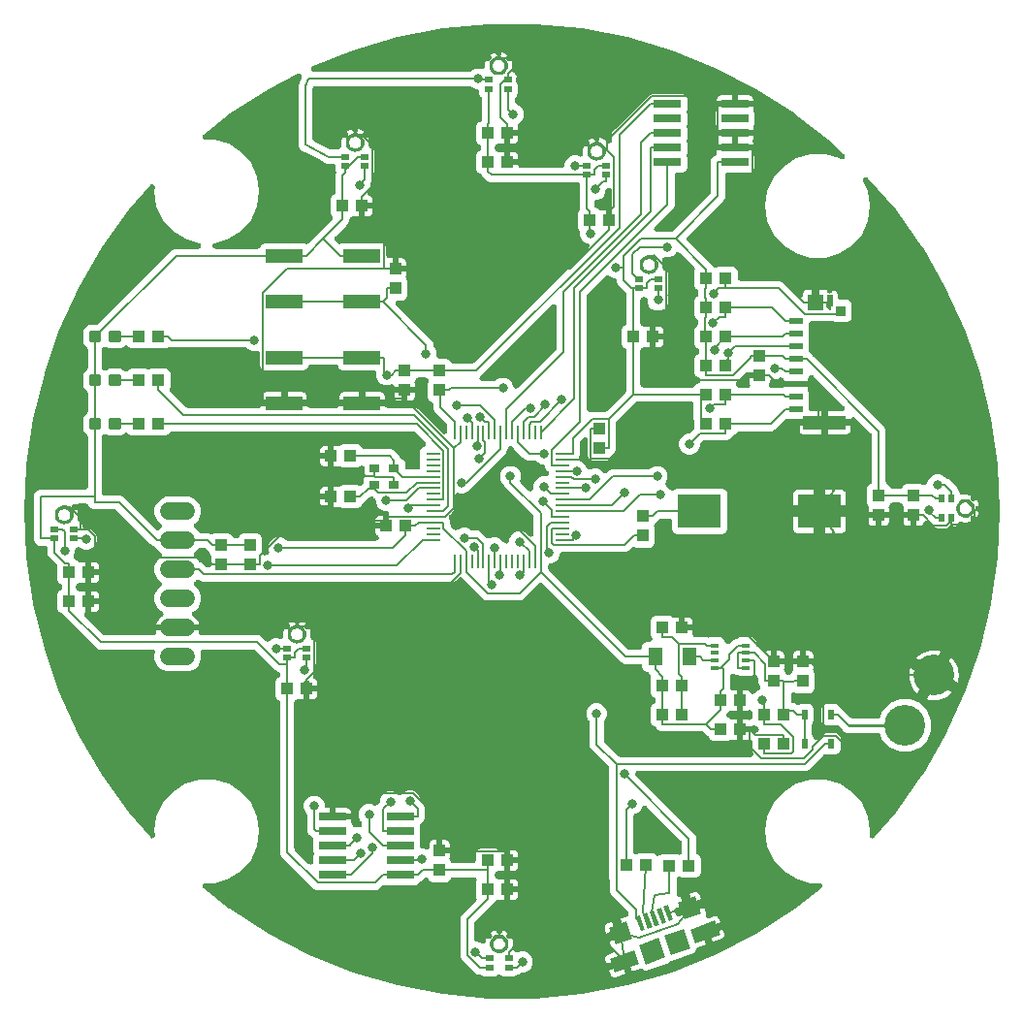
<source format=gbr>
G04 EAGLE Gerber RS-274X export*
G75*
%MOMM*%
%FSLAX34Y34*%
%LPD*%
%INTop Copper*%
%IPPOS*%
%AMOC8*
5,1,8,0,0,1.08239X$1,22.5*%
G01*
%ADD10R,1.100000X1.000000*%
%ADD11R,1.000000X1.100000*%
%ADD12C,0.300000*%
%ADD13R,0.630000X0.830000*%
%ADD14R,0.800000X0.400000*%
%ADD15R,1.350000X0.400000*%
%ADD16R,1.800000X1.800000*%
%ADD17R,2.300000X1.300000*%
%ADD18R,1.600000X1.600000*%
%ADD19C,3.556000*%
%ADD20R,1.200000X1.600000*%
%ADD21R,0.725000X0.522000*%
%ADD22R,0.200000X0.200000*%
%ADD23R,0.522000X0.725000*%
%ADD24C,1.524000*%
%ADD25R,1.250000X0.600000*%
%ADD26R,3.800000X1.200000*%
%ADD27R,1.400000X1.450000*%
%ADD28R,0.600000X1.000000*%
%ADD29R,0.850000X0.950000*%
%ADD30R,1.200000X0.280000*%
%ADD31R,0.280000X1.200000*%
%ADD32R,2.400000X0.760000*%
%ADD33R,0.900000X0.750000*%
%ADD34R,3.200000X1.200000*%
%ADD35R,3.812800X3.000000*%
%ADD36C,0.203200*%
%ADD37C,0.254000*%
%ADD38C,0.800100*%

G36*
X32908Y-425472D02*
X32908Y-425472D01*
X33088Y-425466D01*
X73200Y-421636D01*
X73260Y-421625D01*
X73439Y-421602D01*
X113005Y-413976D01*
X113064Y-413959D01*
X113240Y-413919D01*
X151902Y-402567D01*
X151959Y-402544D01*
X152130Y-402488D01*
X189538Y-387512D01*
X189592Y-387484D01*
X189758Y-387412D01*
X225573Y-368948D01*
X225624Y-368915D01*
X225782Y-368827D01*
X259679Y-347042D01*
X259728Y-347005D01*
X259876Y-346902D01*
X282431Y-329165D01*
X282472Y-329127D01*
X282517Y-329094D01*
X282635Y-328973D01*
X282759Y-328856D01*
X282792Y-328811D01*
X282831Y-328771D01*
X282926Y-328631D01*
X283027Y-328494D01*
X283052Y-328445D01*
X283083Y-328398D01*
X283152Y-328243D01*
X283227Y-328091D01*
X283243Y-328038D01*
X283265Y-327987D01*
X283306Y-327822D01*
X283353Y-327659D01*
X283359Y-327603D01*
X283372Y-327549D01*
X283383Y-327380D01*
X283400Y-327211D01*
X283396Y-327155D01*
X283400Y-327100D01*
X283380Y-326931D01*
X283368Y-326762D01*
X283354Y-326708D01*
X283348Y-326652D01*
X283298Y-326490D01*
X283257Y-326326D01*
X283234Y-326275D01*
X283217Y-326221D01*
X283140Y-326070D01*
X283070Y-325916D01*
X283038Y-325870D01*
X283013Y-325820D01*
X282911Y-325685D01*
X282814Y-325545D01*
X282775Y-325506D01*
X282741Y-325461D01*
X282616Y-325346D01*
X282497Y-325226D01*
X282451Y-325194D01*
X282410Y-325156D01*
X282267Y-325065D01*
X282128Y-324968D01*
X282077Y-324944D01*
X282030Y-324914D01*
X281873Y-324850D01*
X281719Y-324779D01*
X281665Y-324765D01*
X281614Y-324743D01*
X281448Y-324708D01*
X281283Y-324665D01*
X281228Y-324660D01*
X281173Y-324649D01*
X280861Y-324630D01*
X272897Y-324630D01*
X260418Y-320965D01*
X249476Y-313934D01*
X240959Y-304104D01*
X235556Y-292274D01*
X233705Y-279400D01*
X235556Y-266526D01*
X240959Y-254696D01*
X249476Y-244866D01*
X260418Y-237835D01*
X272897Y-234170D01*
X285903Y-234170D01*
X298382Y-237835D01*
X309324Y-244866D01*
X317841Y-254696D01*
X323244Y-266526D01*
X325095Y-279400D01*
X324636Y-282589D01*
X324626Y-282766D01*
X324610Y-282941D01*
X324614Y-282990D01*
X324612Y-283039D01*
X324633Y-283214D01*
X324648Y-283390D01*
X324661Y-283437D01*
X324667Y-283486D01*
X324720Y-283655D01*
X324765Y-283825D01*
X324786Y-283869D01*
X324801Y-283916D01*
X324882Y-284073D01*
X324957Y-284232D01*
X324986Y-284272D01*
X325008Y-284316D01*
X325116Y-284456D01*
X325218Y-284599D01*
X325253Y-284633D01*
X325283Y-284672D01*
X325414Y-284791D01*
X325539Y-284914D01*
X325580Y-284942D01*
X325616Y-284975D01*
X325766Y-285069D01*
X325912Y-285168D01*
X325956Y-285188D01*
X325998Y-285214D01*
X326161Y-285280D01*
X326323Y-285352D01*
X326370Y-285364D01*
X326416Y-285382D01*
X326588Y-285418D01*
X326760Y-285460D01*
X326809Y-285463D01*
X326857Y-285473D01*
X327033Y-285478D01*
X327209Y-285489D01*
X327258Y-285484D01*
X327307Y-285485D01*
X327481Y-285459D01*
X327656Y-285439D01*
X327703Y-285425D01*
X327752Y-285418D01*
X327919Y-285361D01*
X328088Y-285310D01*
X328132Y-285288D01*
X328178Y-285272D01*
X328333Y-285187D01*
X328490Y-285107D01*
X328529Y-285078D01*
X328572Y-285054D01*
X328709Y-284943D01*
X328850Y-284837D01*
X328892Y-284793D01*
X328921Y-284770D01*
X328962Y-284722D01*
X329068Y-284614D01*
X347448Y-263402D01*
X347484Y-263353D01*
X347597Y-263213D01*
X370970Y-230390D01*
X371001Y-230337D01*
X371101Y-230187D01*
X391248Y-195291D01*
X391274Y-195235D01*
X391359Y-195076D01*
X408097Y-158423D01*
X408118Y-158366D01*
X408187Y-158199D01*
X421366Y-120121D01*
X421381Y-120062D01*
X421434Y-119889D01*
X430934Y-80731D01*
X430943Y-80670D01*
X430969Y-80544D01*
X430975Y-80520D01*
X430976Y-80514D01*
X430980Y-80494D01*
X436714Y-40610D01*
X436717Y-40549D01*
X436737Y-40369D01*
X438654Y-121D01*
X438652Y-60D01*
X438654Y121D01*
X436737Y40369D01*
X436729Y40430D01*
X436714Y40610D01*
X430980Y80494D01*
X430966Y80553D01*
X430934Y80731D01*
X421434Y119889D01*
X421415Y119948D01*
X421366Y120121D01*
X408187Y158199D01*
X408162Y158255D01*
X408097Y158423D01*
X391359Y195076D01*
X391328Y195129D01*
X391248Y195291D01*
X371101Y230187D01*
X371066Y230237D01*
X370970Y230390D01*
X347597Y263213D01*
X347558Y263259D01*
X347448Y263402D01*
X323452Y291096D01*
X323388Y291157D01*
X323331Y291225D01*
X323226Y291314D01*
X323128Y291409D01*
X323054Y291458D01*
X322987Y291515D01*
X322867Y291583D01*
X322754Y291659D01*
X322673Y291695D01*
X322596Y291739D01*
X322467Y291785D01*
X322341Y291840D01*
X322255Y291861D01*
X322172Y291891D01*
X322037Y291913D01*
X321903Y291945D01*
X321815Y291950D01*
X321728Y291965D01*
X321591Y291963D01*
X321454Y291971D01*
X321366Y291961D01*
X321278Y291960D01*
X321143Y291934D01*
X321007Y291917D01*
X320922Y291891D01*
X320836Y291875D01*
X320708Y291826D01*
X320576Y291785D01*
X320497Y291745D01*
X320415Y291713D01*
X320298Y291643D01*
X320176Y291580D01*
X320105Y291526D01*
X320030Y291480D01*
X319927Y291390D01*
X319818Y291306D01*
X319758Y291241D01*
X319692Y291183D01*
X319607Y291075D01*
X319514Y290974D01*
X319467Y290899D01*
X319412Y290830D01*
X319347Y290709D01*
X319274Y290593D01*
X319240Y290511D01*
X319199Y290434D01*
X319156Y290303D01*
X319104Y290176D01*
X319086Y290090D01*
X319059Y290006D01*
X319040Y289870D01*
X319011Y289736D01*
X319009Y289647D01*
X318996Y289560D01*
X319002Y289423D01*
X318998Y289285D01*
X319010Y289198D01*
X319014Y289110D01*
X319043Y288976D01*
X319063Y288840D01*
X319092Y288756D01*
X319111Y288670D01*
X319192Y288459D01*
X319207Y288413D01*
X319214Y288400D01*
X319223Y288378D01*
X323244Y279574D01*
X325095Y266700D01*
X323244Y253826D01*
X317841Y241996D01*
X309324Y232166D01*
X298382Y225135D01*
X285903Y221470D01*
X272897Y221470D01*
X260418Y225135D01*
X249476Y232166D01*
X240959Y241996D01*
X235556Y253826D01*
X233705Y266700D01*
X235556Y279574D01*
X240959Y291404D01*
X249476Y301234D01*
X260418Y308265D01*
X272897Y311930D01*
X285903Y311930D01*
X298382Y308265D01*
X299270Y307695D01*
X299454Y307598D01*
X299639Y307499D01*
X299654Y307494D01*
X299669Y307486D01*
X299868Y307423D01*
X300066Y307358D01*
X300083Y307356D01*
X300098Y307351D01*
X300305Y307324D01*
X300512Y307295D01*
X300529Y307296D01*
X300545Y307294D01*
X300754Y307304D01*
X300962Y307312D01*
X300978Y307315D01*
X300995Y307316D01*
X301197Y307363D01*
X301402Y307408D01*
X301417Y307414D01*
X301433Y307418D01*
X301624Y307500D01*
X301818Y307580D01*
X301832Y307589D01*
X301847Y307595D01*
X302020Y307710D01*
X302197Y307823D01*
X302209Y307834D01*
X302223Y307843D01*
X302374Y307987D01*
X302527Y308129D01*
X302537Y308142D01*
X302549Y308154D01*
X302673Y308322D01*
X302798Y308489D01*
X302806Y308504D01*
X302815Y308517D01*
X302907Y308704D01*
X303002Y308891D01*
X303006Y308906D01*
X303013Y308921D01*
X303071Y309123D01*
X303130Y309322D01*
X303132Y309338D01*
X303137Y309354D01*
X303158Y309563D01*
X303181Y309770D01*
X303180Y309786D01*
X303182Y309802D01*
X303166Y310011D01*
X303152Y310219D01*
X303148Y310235D01*
X303147Y310251D01*
X303094Y310453D01*
X303044Y310656D01*
X303038Y310671D01*
X303033Y310687D01*
X302946Y310876D01*
X302861Y311067D01*
X302852Y311081D01*
X302845Y311096D01*
X302725Y311266D01*
X302607Y311440D01*
X302594Y311454D01*
X302587Y311465D01*
X302555Y311496D01*
X302395Y311669D01*
X291732Y321836D01*
X291684Y321874D01*
X291549Y321994D01*
X259876Y346902D01*
X259825Y346936D01*
X259679Y347042D01*
X225782Y368827D01*
X225728Y368855D01*
X225573Y368948D01*
X189758Y387412D01*
X189701Y387435D01*
X189538Y387512D01*
X152130Y402488D01*
X152072Y402505D01*
X151902Y402567D01*
X113240Y413919D01*
X113180Y413931D01*
X113005Y413976D01*
X73439Y421602D01*
X73378Y421608D01*
X73200Y421636D01*
X33088Y425466D01*
X33027Y425467D01*
X32847Y425478D01*
X-7447Y425478D01*
X-7508Y425472D01*
X-7688Y425466D01*
X-47800Y421636D01*
X-47860Y421625D01*
X-48039Y421602D01*
X-87605Y413976D01*
X-87664Y413959D01*
X-87840Y413919D01*
X-126502Y402567D01*
X-126559Y402544D01*
X-126730Y402488D01*
X-161444Y388591D01*
X-161616Y388503D01*
X-161789Y388421D01*
X-161816Y388402D01*
X-161845Y388387D01*
X-161999Y388270D01*
X-162155Y388159D01*
X-162178Y388135D01*
X-162204Y388115D01*
X-162335Y387974D01*
X-162469Y387836D01*
X-162488Y387809D01*
X-162510Y387785D01*
X-162613Y387623D01*
X-162721Y387463D01*
X-162735Y387433D01*
X-162752Y387405D01*
X-162826Y387228D01*
X-162904Y387051D01*
X-162912Y387019D01*
X-162924Y386989D01*
X-162965Y386801D01*
X-163010Y386614D01*
X-163012Y386581D01*
X-163019Y386549D01*
X-163026Y386357D01*
X-163038Y386164D01*
X-163034Y386132D01*
X-163035Y386099D01*
X-163008Y385909D01*
X-162986Y385717D01*
X-162976Y385686D01*
X-162972Y385653D01*
X-162912Y385471D01*
X-162856Y385286D01*
X-162841Y385257D01*
X-162831Y385226D01*
X-162739Y385056D01*
X-162651Y384885D01*
X-162632Y384859D01*
X-162616Y384830D01*
X-162496Y384679D01*
X-162379Y384526D01*
X-162355Y384504D01*
X-162335Y384478D01*
X-162190Y384351D01*
X-162048Y384221D01*
X-162021Y384203D01*
X-161996Y384182D01*
X-161831Y384083D01*
X-161668Y383979D01*
X-161638Y383967D01*
X-161610Y383950D01*
X-161430Y383881D01*
X-161252Y383808D01*
X-161220Y383801D01*
X-161189Y383789D01*
X-161000Y383754D01*
X-160812Y383713D01*
X-160772Y383711D01*
X-160747Y383706D01*
X-160687Y383706D01*
X-160500Y383694D01*
X-25069Y383694D01*
X-24905Y383709D01*
X-24741Y383715D01*
X-24681Y383729D01*
X-24620Y383734D01*
X-24461Y383777D01*
X-24301Y383813D01*
X-24245Y383836D01*
X-24186Y383852D01*
X-24038Y383923D01*
X-23886Y383987D01*
X-23834Y384020D01*
X-23779Y384046D01*
X-23646Y384141D01*
X-23507Y384231D01*
X-23450Y384282D01*
X-23413Y384308D01*
X-23371Y384352D01*
X-23273Y384438D01*
X-22415Y385296D01*
X-19077Y386679D01*
X-15464Y386679D01*
X-14607Y386323D01*
X-14528Y386299D01*
X-14453Y386265D01*
X-14314Y386231D01*
X-14177Y386189D01*
X-14095Y386178D01*
X-14015Y386159D01*
X-13873Y386150D01*
X-13730Y386132D01*
X-13648Y386136D01*
X-13566Y386131D01*
X-13424Y386147D01*
X-13281Y386155D01*
X-13201Y386173D01*
X-13119Y386183D01*
X-12982Y386224D01*
X-12842Y386257D01*
X-12767Y386289D01*
X-12688Y386313D01*
X-12560Y386378D01*
X-12429Y386435D01*
X-12360Y386480D01*
X-12286Y386518D01*
X-12172Y386604D01*
X-12053Y386683D01*
X-11993Y386740D01*
X-11928Y386790D01*
X-11831Y386895D01*
X-11727Y386994D01*
X-11678Y387060D01*
X-11622Y387121D01*
X-11545Y387242D01*
X-11461Y387357D01*
X-11425Y387431D01*
X-11381Y387501D01*
X-11326Y387633D01*
X-11263Y387762D01*
X-11241Y387841D01*
X-11210Y387917D01*
X-11180Y388057D01*
X-11140Y388195D01*
X-11132Y388277D01*
X-11115Y388357D01*
X-11100Y388602D01*
X-11096Y388643D01*
X-11097Y388654D01*
X-11096Y388669D01*
X-11096Y390260D01*
X-10805Y392097D01*
X-10407Y393321D01*
X-7853Y393321D01*
X-7689Y393335D01*
X-7525Y393342D01*
X-7465Y393355D01*
X-7404Y393360D01*
X-7245Y393404D01*
X-7085Y393439D01*
X-7029Y393463D01*
X-6970Y393479D01*
X-6822Y393549D01*
X-6669Y393613D01*
X-6618Y393646D01*
X-6563Y393672D01*
X-6430Y393768D01*
X-6291Y393857D01*
X-6233Y393908D01*
X-6197Y393935D01*
X-6154Y393978D01*
X-6057Y394064D01*
X-6057Y394065D01*
X-5973Y394164D01*
X-5883Y394258D01*
X-5829Y394337D01*
X-5768Y394410D01*
X-5703Y394523D01*
X-5631Y394631D01*
X-5592Y394718D01*
X-5545Y394801D01*
X-5501Y394923D01*
X-5448Y395042D01*
X-5426Y395135D01*
X-5394Y395225D01*
X-5372Y395354D01*
X-5342Y395480D01*
X-5336Y395575D01*
X-5320Y395669D01*
X-5322Y395800D01*
X-5314Y395929D01*
X-5325Y396024D01*
X-5326Y396120D01*
X-5351Y396247D01*
X-5366Y396376D01*
X-5394Y396468D01*
X-5412Y396562D01*
X-5459Y396683D01*
X-5496Y396807D01*
X-5540Y396893D01*
X-5574Y396982D01*
X-5642Y397093D01*
X-5701Y397209D01*
X-5758Y397285D01*
X-5808Y397366D01*
X-5894Y397464D01*
X-5973Y397567D01*
X-6043Y397632D01*
X-6106Y397704D01*
X-6208Y397784D01*
X-6304Y397873D01*
X-6385Y397924D01*
X-6459Y397983D01*
X-6574Y398044D01*
X-6684Y398114D01*
X-6772Y398151D01*
X-6856Y398196D01*
X-6980Y398236D01*
X-7054Y398266D01*
X-6978Y398342D01*
X-5473Y399436D01*
X-3816Y400280D01*
X-2047Y400855D01*
X-1564Y400931D01*
X-1564Y400030D01*
X-1561Y399995D01*
X-1564Y399961D01*
X-1541Y399772D01*
X-1525Y399581D01*
X-1515Y399548D01*
X-1511Y399514D01*
X-1456Y399331D01*
X-1406Y399147D01*
X-1391Y399116D01*
X-1381Y399083D01*
X-1294Y398912D01*
X-1213Y398740D01*
X-1193Y398712D01*
X-1177Y398681D01*
X-1062Y398529D01*
X-951Y398374D01*
X-926Y398350D01*
X-905Y398323D01*
X-765Y398194D01*
X-628Y398060D01*
X-599Y398041D01*
X-574Y398017D01*
X-413Y397915D01*
X-255Y397808D01*
X-223Y397794D01*
X-194Y397776D01*
X-17Y397703D01*
X157Y397626D01*
X191Y397618D01*
X223Y397605D01*
X409Y397565D01*
X594Y397519D01*
X629Y397517D01*
X663Y397510D01*
X975Y397491D01*
X1010Y397494D01*
X1044Y397492D01*
X1234Y397514D01*
X1424Y397531D01*
X1457Y397540D01*
X1491Y397544D01*
X1674Y397599D01*
X1858Y397649D01*
X1889Y397664D01*
X1922Y397674D01*
X2093Y397761D01*
X2265Y397843D01*
X2293Y397863D01*
X2324Y397878D01*
X2476Y397994D01*
X2631Y398105D01*
X2655Y398130D01*
X2682Y398150D01*
X2812Y398290D01*
X2945Y398427D01*
X2964Y398456D01*
X2988Y398482D01*
X3090Y398643D01*
X3197Y398800D01*
X3211Y398832D01*
X3229Y398861D01*
X3302Y399038D01*
X3379Y399212D01*
X3387Y399246D01*
X3400Y399278D01*
X3441Y399464D01*
X3486Y399650D01*
X3488Y399684D01*
X3495Y399718D01*
X3514Y400030D01*
X3514Y400869D01*
X3634Y400850D01*
X5433Y400265D01*
X7118Y399407D01*
X8648Y398295D01*
X8682Y398261D01*
X8609Y398241D01*
X8492Y398185D01*
X8371Y398138D01*
X8289Y398089D01*
X8203Y398048D01*
X8097Y397972D01*
X7986Y397904D01*
X7914Y397841D01*
X7837Y397785D01*
X7746Y397692D01*
X7649Y397606D01*
X7590Y397531D01*
X7523Y397463D01*
X7450Y397355D01*
X7369Y397253D01*
X7324Y397169D01*
X7271Y397090D01*
X7218Y396971D01*
X7157Y396856D01*
X7127Y396765D01*
X7088Y396678D01*
X7058Y396551D01*
X7017Y396428D01*
X7004Y396333D01*
X6982Y396240D01*
X6974Y396111D01*
X6956Y395982D01*
X6960Y395886D01*
X6954Y395791D01*
X6969Y395662D01*
X6974Y395532D01*
X6995Y395439D01*
X7006Y395344D01*
X7044Y395219D01*
X7072Y395092D01*
X7109Y395004D01*
X7136Y394913D01*
X7195Y394797D01*
X7246Y394677D01*
X7297Y394597D01*
X7341Y394512D01*
X7419Y394408D01*
X7490Y394299D01*
X7576Y394201D01*
X7613Y394153D01*
X7613Y394152D01*
X7646Y394122D01*
X7697Y394065D01*
X7697Y394064D01*
X7823Y393959D01*
X7944Y393847D01*
X7996Y393815D01*
X8042Y393775D01*
X8185Y393694D01*
X8324Y393605D01*
X8381Y393582D01*
X8433Y393552D01*
X8588Y393497D01*
X8741Y393435D01*
X8800Y393422D01*
X8858Y393401D01*
X9020Y393374D01*
X9181Y393340D01*
X9258Y393335D01*
X9302Y393328D01*
X9363Y393329D01*
X9493Y393321D01*
X12092Y393321D01*
X12540Y391944D01*
X12836Y390076D01*
X12836Y388100D01*
X12545Y386263D01*
X12476Y386050D01*
X12440Y385894D01*
X12396Y385740D01*
X12390Y385675D01*
X12375Y385611D01*
X12367Y385451D01*
X12351Y385292D01*
X12357Y385227D01*
X12353Y385162D01*
X12374Y385003D01*
X12387Y384843D01*
X12403Y384780D01*
X12412Y384715D01*
X12460Y384562D01*
X12501Y384407D01*
X12528Y384348D01*
X12548Y384286D01*
X12623Y384144D01*
X12690Y383999D01*
X12727Y383945D01*
X12758Y383888D01*
X12856Y383761D01*
X12948Y383630D01*
X12995Y383584D01*
X13035Y383533D01*
X13154Y383426D01*
X13268Y383313D01*
X13321Y383276D01*
X13370Y383232D01*
X13506Y383148D01*
X13638Y383057D01*
X13713Y383020D01*
X13753Y382995D01*
X13809Y382973D01*
X13919Y382920D01*
X14625Y382627D01*
X15249Y382210D01*
X15780Y381679D01*
X16197Y381055D01*
X16484Y380362D01*
X16631Y379625D01*
X16631Y378780D01*
X16542Y378717D01*
X16384Y378610D01*
X16359Y378586D01*
X16331Y378565D01*
X16198Y378429D01*
X16061Y378296D01*
X16041Y378268D01*
X16017Y378243D01*
X15910Y378085D01*
X15799Y377930D01*
X15784Y377899D01*
X15764Y377870D01*
X15687Y377696D01*
X15606Y377524D01*
X15596Y377490D01*
X15582Y377458D01*
X15537Y377273D01*
X15487Y377090D01*
X15484Y377055D01*
X15476Y377020D01*
X15464Y376831D01*
X15447Y376641D01*
X15450Y376606D01*
X15448Y376571D01*
X15470Y376382D01*
X15487Y376193D01*
X15496Y376159D01*
X15500Y376124D01*
X15555Y375941D01*
X15605Y375758D01*
X15620Y375727D01*
X15630Y375693D01*
X15717Y375523D01*
X15798Y375351D01*
X15819Y375323D01*
X15835Y375292D01*
X15950Y375140D01*
X16060Y374985D01*
X16090Y374955D01*
X16107Y374933D01*
X16151Y374891D01*
X16278Y374761D01*
X16361Y374698D01*
X16438Y374628D01*
X16438Y374627D01*
X16540Y374562D01*
X16637Y374489D01*
X16730Y374442D01*
X16818Y374385D01*
X16888Y374357D01*
X16923Y374273D01*
X16956Y374222D01*
X16983Y374167D01*
X17072Y374043D01*
X17901Y372041D01*
X17901Y364799D01*
X17127Y362932D01*
X16035Y361840D01*
X15930Y361714D01*
X15818Y361593D01*
X15786Y361542D01*
X15747Y361495D01*
X15665Y361352D01*
X15577Y361213D01*
X15553Y361157D01*
X15523Y361104D01*
X15468Y360949D01*
X15406Y360797D01*
X15393Y360737D01*
X15372Y360680D01*
X15346Y360517D01*
X15311Y360357D01*
X15306Y360279D01*
X15299Y360235D01*
X15300Y360175D01*
X15292Y360045D01*
X15292Y357575D01*
X15311Y357364D01*
X15327Y357153D01*
X15330Y357140D01*
X15332Y357127D01*
X15388Y356921D01*
X15441Y356717D01*
X15447Y356705D01*
X15450Y356692D01*
X15541Y356502D01*
X15630Y356308D01*
X15638Y356297D01*
X15644Y356286D01*
X15766Y356114D01*
X15889Y355940D01*
X15898Y355930D01*
X15906Y355920D01*
X16058Y355771D01*
X16208Y355622D01*
X16219Y355615D01*
X16228Y355606D01*
X16404Y355487D01*
X16578Y355366D01*
X16593Y355359D01*
X16601Y355353D01*
X16637Y355338D01*
X16859Y355229D01*
X18859Y354401D01*
X21414Y351846D01*
X22797Y348508D01*
X22797Y344896D01*
X21414Y341558D01*
X18784Y338928D01*
X18778Y338923D01*
X18769Y338918D01*
X18600Y338786D01*
X18431Y338654D01*
X18424Y338646D01*
X18415Y338640D01*
X18273Y338479D01*
X18129Y338320D01*
X18124Y338311D01*
X18116Y338303D01*
X18005Y338120D01*
X17891Y337938D01*
X17887Y337928D01*
X17882Y337919D01*
X17804Y337719D01*
X17725Y337520D01*
X17723Y337509D01*
X17719Y337499D01*
X17677Y337287D01*
X17635Y337078D01*
X17634Y337068D01*
X17632Y337057D01*
X17629Y336842D01*
X17624Y336628D01*
X17625Y336618D01*
X17625Y336607D01*
X17667Y336297D01*
X17811Y335575D01*
X17811Y332739D01*
X8500Y332739D01*
X8466Y332736D01*
X8431Y332738D01*
X8242Y332716D01*
X8052Y332699D01*
X8018Y332690D01*
X7984Y332686D01*
X7801Y332631D01*
X7617Y332581D01*
X7586Y332566D01*
X7553Y332556D01*
X7382Y332469D01*
X7211Y332388D01*
X7183Y332367D01*
X7152Y332352D01*
X7000Y332236D01*
X6845Y332125D01*
X6844Y332125D01*
X6820Y332100D01*
X6793Y332080D01*
X6793Y332079D01*
X6792Y332079D01*
X6663Y331939D01*
X6530Y331802D01*
X6511Y331774D01*
X6487Y331748D01*
X6385Y331587D01*
X6278Y331429D01*
X6264Y331398D01*
X6245Y331368D01*
X6173Y331192D01*
X6096Y331017D01*
X6088Y330984D01*
X6075Y330952D01*
X6034Y330765D01*
X5989Y330580D01*
X5987Y330546D01*
X5980Y330512D01*
X5961Y330200D01*
X5961Y321389D01*
X2625Y321389D01*
X2079Y321498D01*
X1892Y321518D01*
X1705Y321544D01*
X1668Y321542D01*
X1631Y321546D01*
X1444Y321533D01*
X1255Y321525D01*
X1219Y321517D01*
X1182Y321515D01*
X1000Y321469D01*
X816Y321428D01*
X782Y321413D01*
X746Y321404D01*
X574Y321327D01*
X400Y321254D01*
X369Y321234D01*
X336Y321219D01*
X180Y321112D01*
X22Y321010D01*
X-12Y320980D01*
X-35Y320963D01*
X-79Y320920D01*
X-100Y320902D01*
X-836Y320597D01*
X-1023Y320499D01*
X-1213Y320403D01*
X-1223Y320395D01*
X-1235Y320389D01*
X-1402Y320259D01*
X-1571Y320131D01*
X-1580Y320121D01*
X-1591Y320113D01*
X-1733Y319955D01*
X-1877Y319800D01*
X-1884Y319788D01*
X-1893Y319779D01*
X-2004Y319599D01*
X-2118Y319420D01*
X-2123Y319407D01*
X-2130Y319396D01*
X-2209Y319199D01*
X-2289Y319003D01*
X-2292Y318990D01*
X-2297Y318978D01*
X-2339Y318770D01*
X-2384Y318563D01*
X-2385Y318547D01*
X-2387Y318537D01*
X-2388Y318497D01*
X-2403Y318251D01*
X-2403Y316749D01*
X-2384Y316537D01*
X-2368Y316326D01*
X-2365Y316314D01*
X-2363Y316300D01*
X-2308Y316096D01*
X-2254Y315891D01*
X-2248Y315879D01*
X-2245Y315866D01*
X-2154Y315675D01*
X-2065Y315482D01*
X-2057Y315471D01*
X-2051Y315459D01*
X-1928Y315287D01*
X-1806Y315113D01*
X-1797Y315104D01*
X-1789Y315093D01*
X-1637Y314945D01*
X-1487Y314796D01*
X-1476Y314788D01*
X-1467Y314779D01*
X-1291Y314660D01*
X-1117Y314540D01*
X-1102Y314533D01*
X-1094Y314527D01*
X-1058Y314511D01*
X-836Y314403D01*
X-87Y314093D01*
X-67Y314076D01*
X73Y313951D01*
X105Y313932D01*
X133Y313908D01*
X297Y313815D01*
X458Y313717D01*
X492Y313703D01*
X524Y313685D01*
X702Y313622D01*
X877Y313554D01*
X914Y313547D01*
X949Y313534D01*
X1135Y313503D01*
X1319Y313467D01*
X1356Y313467D01*
X1393Y313461D01*
X1581Y313463D01*
X1769Y313460D01*
X1814Y313466D01*
X1843Y313467D01*
X1904Y313478D01*
X2079Y313502D01*
X2625Y313611D01*
X5961Y313611D01*
X5961Y304800D01*
X5964Y304766D01*
X5962Y304731D01*
X5984Y304542D01*
X6000Y304352D01*
X6010Y304318D01*
X6014Y304284D01*
X6069Y304101D01*
X6119Y303917D01*
X6134Y303886D01*
X6144Y303853D01*
X6231Y303682D01*
X6312Y303511D01*
X6333Y303483D01*
X6348Y303452D01*
X6463Y303300D01*
X6575Y303145D01*
X6575Y303144D01*
X6599Y303120D01*
X6620Y303093D01*
X6621Y303093D01*
X6621Y303092D01*
X6761Y302963D01*
X6898Y302830D01*
X6926Y302811D01*
X6952Y302787D01*
X7113Y302685D01*
X7271Y302578D01*
X7302Y302564D01*
X7332Y302545D01*
X7508Y302473D01*
X7683Y302396D01*
X7716Y302388D01*
X7748Y302375D01*
X7935Y302334D01*
X8120Y302289D01*
X8154Y302287D01*
X8188Y302280D01*
X8500Y302261D01*
X17816Y302261D01*
X17834Y302108D01*
X17851Y301917D01*
X17860Y301884D01*
X17864Y301850D01*
X17919Y301667D01*
X17969Y301483D01*
X17984Y301452D01*
X17994Y301419D01*
X18081Y301248D01*
X18163Y301076D01*
X18183Y301048D01*
X18198Y301017D01*
X18314Y300865D01*
X18425Y300710D01*
X18450Y300686D01*
X18470Y300659D01*
X18610Y300530D01*
X18747Y300396D01*
X18776Y300377D01*
X18802Y300353D01*
X18963Y300251D01*
X19120Y300144D01*
X19152Y300130D01*
X19181Y300112D01*
X19358Y300039D01*
X19532Y299962D01*
X19566Y299954D01*
X19598Y299941D01*
X19785Y299901D01*
X19970Y299855D01*
X20004Y299853D01*
X20038Y299846D01*
X20350Y299827D01*
X55858Y299827D01*
X55892Y299830D01*
X55927Y299828D01*
X56116Y299850D01*
X56306Y299867D01*
X56340Y299876D01*
X56374Y299880D01*
X56557Y299935D01*
X56741Y299985D01*
X56772Y300000D01*
X56805Y300010D01*
X56976Y300097D01*
X57147Y300179D01*
X57175Y300199D01*
X57206Y300214D01*
X57358Y300330D01*
X57513Y300441D01*
X57538Y300466D01*
X57565Y300486D01*
X57694Y300626D01*
X57827Y300763D01*
X57847Y300792D01*
X57870Y300818D01*
X57973Y300979D01*
X58080Y301136D01*
X58094Y301168D01*
X58112Y301197D01*
X58185Y301374D01*
X58262Y301548D01*
X58270Y301582D01*
X58283Y301614D01*
X58323Y301801D01*
X58368Y301986D01*
X58371Y302020D01*
X58378Y302054D01*
X58397Y302366D01*
X58397Y303324D01*
X59780Y306662D01*
X62334Y309216D01*
X65672Y310599D01*
X69285Y310599D01*
X71094Y309849D01*
X71148Y309832D01*
X71199Y309809D01*
X71362Y309765D01*
X71524Y309715D01*
X71580Y309707D01*
X71634Y309693D01*
X71802Y309679D01*
X71970Y309658D01*
X72027Y309661D01*
X72083Y309656D01*
X72251Y309672D01*
X72420Y309681D01*
X72475Y309694D01*
X72531Y309699D01*
X72694Y309745D01*
X72859Y309783D01*
X72910Y309805D01*
X72965Y309820D01*
X73117Y309894D01*
X73272Y309961D01*
X73319Y309992D01*
X73370Y310017D01*
X73507Y310116D01*
X73648Y310209D01*
X73689Y310248D01*
X73734Y310281D01*
X73851Y310403D01*
X73974Y310520D01*
X74007Y310565D01*
X74046Y310606D01*
X74140Y310747D01*
X74240Y310883D01*
X74264Y310934D01*
X74296Y310981D01*
X74363Y311136D01*
X74437Y311288D01*
X74453Y311342D01*
X74475Y311394D01*
X74514Y311558D01*
X74560Y311721D01*
X74566Y311777D01*
X74579Y311832D01*
X74588Y312000D01*
X74605Y312169D01*
X74600Y312225D01*
X74604Y312281D01*
X74574Y312593D01*
X74444Y313410D01*
X74444Y315570D01*
X74735Y317407D01*
X75133Y318631D01*
X77687Y318631D01*
X77851Y318645D01*
X78015Y318652D01*
X78075Y318665D01*
X78136Y318670D01*
X78295Y318714D01*
X78455Y318749D01*
X78511Y318773D01*
X78570Y318789D01*
X78718Y318859D01*
X78871Y318923D01*
X78922Y318956D01*
X78977Y318982D01*
X79110Y319078D01*
X79249Y319167D01*
X79307Y319218D01*
X79343Y319245D01*
X79386Y319288D01*
X79483Y319374D01*
X79483Y319375D01*
X79567Y319474D01*
X79657Y319568D01*
X79711Y319647D01*
X79772Y319720D01*
X79837Y319833D01*
X79909Y319941D01*
X79948Y320028D01*
X79995Y320111D01*
X80039Y320233D01*
X80092Y320352D01*
X80114Y320445D01*
X80146Y320535D01*
X80168Y320664D01*
X80198Y320790D01*
X80204Y320885D01*
X80220Y320979D01*
X80218Y321110D01*
X80226Y321239D01*
X80215Y321334D01*
X80214Y321430D01*
X80189Y321557D01*
X80174Y321686D01*
X80146Y321778D01*
X80128Y321872D01*
X80081Y321993D01*
X80044Y322117D01*
X80000Y322203D01*
X79966Y322292D01*
X79898Y322403D01*
X79839Y322519D01*
X79782Y322595D01*
X79732Y322676D01*
X79646Y322774D01*
X79567Y322877D01*
X79497Y322942D01*
X79434Y323014D01*
X79332Y323094D01*
X79236Y323183D01*
X79155Y323234D01*
X79081Y323293D01*
X78966Y323354D01*
X78856Y323424D01*
X78768Y323461D01*
X78684Y323506D01*
X78560Y323546D01*
X78486Y323576D01*
X78562Y323652D01*
X80067Y324746D01*
X81724Y325590D01*
X83493Y326165D01*
X83976Y326241D01*
X83976Y325340D01*
X83979Y325305D01*
X83977Y325271D01*
X83999Y325082D01*
X84015Y324891D01*
X84025Y324858D01*
X84029Y324824D01*
X84084Y324641D01*
X84134Y324457D01*
X84149Y324426D01*
X84159Y324393D01*
X84246Y324222D01*
X84327Y324050D01*
X84348Y324022D01*
X84363Y323991D01*
X84478Y323839D01*
X84590Y323684D01*
X84614Y323660D01*
X84635Y323633D01*
X84775Y323504D01*
X84912Y323370D01*
X84941Y323351D01*
X84966Y323327D01*
X85127Y323225D01*
X85285Y323118D01*
X85317Y323104D01*
X85346Y323086D01*
X85523Y323013D01*
X85697Y322936D01*
X85731Y322928D01*
X85763Y322915D01*
X85949Y322875D01*
X86134Y322829D01*
X86169Y322827D01*
X86203Y322820D01*
X86515Y322801D01*
X86550Y322804D01*
X86584Y322802D01*
X86774Y322824D01*
X86964Y322841D01*
X86997Y322850D01*
X87031Y322854D01*
X87214Y322909D01*
X87398Y322959D01*
X87429Y322974D01*
X87462Y322984D01*
X87633Y323071D01*
X87805Y323153D01*
X87833Y323173D01*
X87864Y323188D01*
X88016Y323304D01*
X88171Y323415D01*
X88195Y323440D01*
X88222Y323460D01*
X88352Y323600D01*
X88485Y323737D01*
X88504Y323766D01*
X88528Y323792D01*
X88630Y323953D01*
X88737Y324110D01*
X88751Y324142D01*
X88769Y324171D01*
X88842Y324348D01*
X88919Y324522D01*
X88927Y324556D01*
X88940Y324588D01*
X88981Y324774D01*
X89026Y324960D01*
X89028Y324994D01*
X89035Y325028D01*
X89054Y325340D01*
X89054Y326179D01*
X89174Y326160D01*
X90973Y325575D01*
X92658Y324717D01*
X94188Y323605D01*
X95608Y322185D01*
X95707Y322102D01*
X95801Y322011D01*
X95880Y321957D01*
X95953Y321896D01*
X96066Y321832D01*
X96174Y321759D01*
X96261Y321720D01*
X96344Y321673D01*
X96467Y321629D01*
X96585Y321577D01*
X96678Y321554D01*
X96768Y321522D01*
X96897Y321501D01*
X97023Y321470D01*
X97118Y321464D01*
X97212Y321449D01*
X97342Y321450D01*
X97472Y321442D01*
X97567Y321453D01*
X97663Y321455D01*
X97790Y321479D01*
X97920Y321494D01*
X98011Y321522D01*
X98105Y321540D01*
X98226Y321587D01*
X98351Y321625D01*
X98436Y321668D01*
X98525Y321703D01*
X98636Y321770D01*
X98752Y321829D01*
X98828Y321887D01*
X98910Y321936D01*
X99007Y322023D01*
X99111Y322101D01*
X99175Y322171D01*
X99247Y322235D01*
X99328Y322337D01*
X99416Y322432D01*
X99467Y322513D01*
X99526Y322588D01*
X99588Y322702D01*
X99658Y322812D01*
X99694Y322900D01*
X99739Y322985D01*
X99779Y323108D01*
X99829Y323229D01*
X99849Y323322D01*
X99878Y323413D01*
X99896Y323541D01*
X99923Y323669D01*
X99931Y323799D01*
X99940Y323859D01*
X99938Y323903D01*
X99942Y323981D01*
X99942Y329600D01*
X100871Y331841D01*
X102943Y333913D01*
X129798Y360769D01*
X130721Y361151D01*
X130866Y361227D01*
X131016Y361296D01*
X131066Y361331D01*
X131120Y361359D01*
X131250Y361460D01*
X131385Y361554D01*
X131428Y361598D01*
X131476Y361635D01*
X131586Y361757D01*
X131702Y361874D01*
X131737Y361924D01*
X131778Y361969D01*
X131864Y362109D01*
X131956Y362241D01*
X133422Y363707D01*
X135289Y364481D01*
X161311Y364481D01*
X163178Y363707D01*
X164607Y362278D01*
X165381Y360411D01*
X165381Y350789D01*
X165146Y350222D01*
X165096Y350064D01*
X165040Y349910D01*
X165029Y349851D01*
X165011Y349792D01*
X164990Y349629D01*
X164962Y349467D01*
X164962Y349406D01*
X164954Y349345D01*
X164963Y349181D01*
X164963Y349017D01*
X164974Y348957D01*
X164977Y348896D01*
X165014Y348736D01*
X165044Y348574D01*
X165069Y348501D01*
X165079Y348457D01*
X165103Y348401D01*
X165146Y348278D01*
X165381Y347711D01*
X165381Y338089D01*
X165146Y337522D01*
X165096Y337365D01*
X165040Y337210D01*
X165029Y337150D01*
X165011Y337092D01*
X164990Y336929D01*
X164962Y336767D01*
X164962Y336706D01*
X164954Y336645D01*
X164963Y336481D01*
X164963Y336317D01*
X164974Y336257D01*
X164977Y336196D01*
X165014Y336036D01*
X165044Y335874D01*
X165069Y335801D01*
X165079Y335757D01*
X165103Y335701D01*
X165146Y335578D01*
X165381Y335011D01*
X165381Y325389D01*
X165146Y324822D01*
X165096Y324665D01*
X165040Y324510D01*
X165029Y324450D01*
X165011Y324392D01*
X164990Y324229D01*
X164962Y324067D01*
X164962Y324006D01*
X164954Y323945D01*
X164963Y323781D01*
X164963Y323617D01*
X164974Y323557D01*
X164977Y323496D01*
X165014Y323336D01*
X165044Y323174D01*
X165069Y323101D01*
X165079Y323057D01*
X165103Y323001D01*
X165146Y322878D01*
X165381Y322311D01*
X165381Y312689D01*
X165146Y312122D01*
X165096Y311965D01*
X165040Y311810D01*
X165029Y311750D01*
X165011Y311692D01*
X164990Y311529D01*
X164962Y311367D01*
X164962Y311306D01*
X164954Y311245D01*
X164963Y311081D01*
X164963Y310917D01*
X164974Y310857D01*
X164977Y310796D01*
X165014Y310636D01*
X165044Y310474D01*
X165069Y310401D01*
X165079Y310357D01*
X165103Y310301D01*
X165146Y310178D01*
X165381Y309611D01*
X165381Y299989D01*
X164607Y298122D01*
X163178Y296693D01*
X161311Y295919D01*
X156936Y295919D01*
X156901Y295916D01*
X156867Y295918D01*
X156678Y295896D01*
X156487Y295879D01*
X156454Y295870D01*
X156420Y295866D01*
X156237Y295811D01*
X156053Y295761D01*
X156022Y295746D01*
X155989Y295736D01*
X155818Y295649D01*
X155646Y295567D01*
X155618Y295547D01*
X155587Y295532D01*
X155435Y295416D01*
X155280Y295305D01*
X155256Y295280D01*
X155229Y295260D01*
X155100Y295120D01*
X154966Y294983D01*
X154947Y294954D01*
X154923Y294928D01*
X154821Y294767D01*
X154714Y294610D01*
X154700Y294578D01*
X154682Y294549D01*
X154609Y294372D01*
X154532Y294198D01*
X154524Y294164D01*
X154511Y294132D01*
X154471Y293945D01*
X154425Y293760D01*
X154423Y293726D01*
X154416Y293692D01*
X154397Y293380D01*
X154397Y266952D01*
X153469Y264711D01*
X151396Y262639D01*
X137220Y248463D01*
X137136Y248363D01*
X137046Y248270D01*
X136992Y248191D01*
X136931Y248117D01*
X136867Y248004D01*
X136794Y247897D01*
X136755Y247809D01*
X136708Y247726D01*
X136664Y247604D01*
X136612Y247485D01*
X136589Y247392D01*
X136557Y247302D01*
X136536Y247174D01*
X136505Y247047D01*
X136499Y246952D01*
X136483Y246858D01*
X136485Y246728D01*
X136477Y246598D01*
X136488Y246503D01*
X136490Y246408D01*
X136514Y246280D01*
X136529Y246151D01*
X136557Y246059D01*
X136575Y245965D01*
X136622Y245844D01*
X136660Y245720D01*
X136703Y245635D01*
X136737Y245545D01*
X136805Y245434D01*
X136864Y245319D01*
X136922Y245242D01*
X136971Y245161D01*
X137057Y245063D01*
X137136Y244960D01*
X137206Y244895D01*
X137269Y244823D01*
X137371Y244743D01*
X137467Y244655D01*
X137548Y244603D01*
X137623Y244544D01*
X137737Y244483D01*
X137847Y244413D01*
X137935Y244376D01*
X138019Y244331D01*
X138143Y244291D01*
X138263Y244242D01*
X138357Y244222D01*
X138448Y244192D01*
X138576Y244174D01*
X138704Y244147D01*
X138833Y244139D01*
X138894Y244131D01*
X138939Y244133D01*
X139015Y244128D01*
X151640Y244128D01*
X151804Y244142D01*
X151968Y244149D01*
X152028Y244162D01*
X152088Y244168D01*
X152247Y244211D01*
X152408Y244247D01*
X152464Y244270D01*
X152523Y244286D01*
X152671Y244357D01*
X152823Y244420D01*
X152874Y244454D01*
X152929Y244480D01*
X153063Y244575D01*
X153201Y244665D01*
X153259Y244716D01*
X153295Y244742D01*
X153338Y244785D01*
X153435Y244872D01*
X185411Y276848D01*
X185517Y276974D01*
X185628Y277095D01*
X185661Y277146D01*
X185700Y277193D01*
X185782Y277336D01*
X185870Y277474D01*
X185893Y277531D01*
X185924Y277584D01*
X185979Y277739D01*
X186041Y277891D01*
X186054Y277951D01*
X186075Y278008D01*
X186101Y278171D01*
X186136Y278331D01*
X186141Y278408D01*
X186148Y278452D01*
X186147Y278514D01*
X186155Y278643D01*
X186155Y306013D01*
X187083Y308254D01*
X188798Y309969D01*
X189721Y310351D01*
X189867Y310427D01*
X190016Y310496D01*
X190066Y310531D01*
X190120Y310559D01*
X190250Y310660D01*
X190385Y310754D01*
X190428Y310797D01*
X190476Y310835D01*
X190586Y310957D01*
X190702Y311074D01*
X190737Y311124D01*
X190777Y311169D01*
X190864Y311308D01*
X190958Y311444D01*
X190992Y311514D01*
X190997Y311521D01*
X191000Y311525D01*
X191019Y311556D01*
X191042Y311584D01*
X191136Y311748D01*
X191235Y311910D01*
X191248Y311943D01*
X191266Y311975D01*
X191329Y312153D01*
X191397Y312329D01*
X191404Y312365D01*
X191417Y312399D01*
X191447Y312586D01*
X191484Y312771D01*
X191484Y312808D01*
X191490Y312843D01*
X191488Y313033D01*
X191488Y313051D01*
X191489Y313075D01*
X191489Y313147D01*
X191490Y313222D01*
X191489Y313230D01*
X191489Y314961D01*
X207300Y314961D01*
X223111Y314961D01*
X223111Y313193D01*
X223106Y313156D01*
X223107Y313120D01*
X223103Y313084D01*
X223116Y312894D01*
X223124Y312706D01*
X223132Y312671D01*
X223134Y312634D01*
X223181Y312451D01*
X223222Y312266D01*
X223236Y312233D01*
X223244Y312198D01*
X223322Y312026D01*
X223395Y311851D01*
X223415Y311820D01*
X223430Y311787D01*
X223537Y311632D01*
X223555Y311603D01*
X224381Y309611D01*
X224381Y299989D01*
X223607Y298122D01*
X222178Y296693D01*
X220311Y295919D01*
X200888Y295919D01*
X200853Y295916D01*
X200819Y295918D01*
X200629Y295896D01*
X200439Y295879D01*
X200406Y295870D01*
X200372Y295866D01*
X200189Y295811D01*
X200005Y295761D01*
X199974Y295746D01*
X199941Y295736D01*
X199770Y295649D01*
X199598Y295567D01*
X199570Y295547D01*
X199539Y295532D01*
X199387Y295416D01*
X199232Y295305D01*
X199208Y295280D01*
X199181Y295260D01*
X199051Y295120D01*
X198918Y294983D01*
X198899Y294954D01*
X198875Y294928D01*
X198773Y294767D01*
X198666Y294610D01*
X198652Y294578D01*
X198634Y294549D01*
X198561Y294372D01*
X198484Y294198D01*
X198476Y294164D01*
X198463Y294132D01*
X198422Y293945D01*
X198377Y293760D01*
X198375Y293726D01*
X198368Y293692D01*
X198349Y293380D01*
X198349Y273853D01*
X197420Y271612D01*
X165635Y239827D01*
X165612Y239800D01*
X165586Y239777D01*
X165469Y239628D01*
X165346Y239481D01*
X165328Y239451D01*
X165307Y239424D01*
X165217Y239256D01*
X165122Y239090D01*
X165111Y239058D01*
X165094Y239027D01*
X165035Y238846D01*
X164972Y238666D01*
X164966Y238632D01*
X164955Y238599D01*
X164929Y238410D01*
X164898Y238222D01*
X164898Y238187D01*
X164894Y238153D01*
X164902Y237962D01*
X164904Y237772D01*
X164911Y237738D01*
X164912Y237703D01*
X164953Y237517D01*
X164990Y237329D01*
X165002Y237297D01*
X165010Y237263D01*
X165083Y237087D01*
X165152Y236909D01*
X165170Y236880D01*
X165183Y236848D01*
X165287Y236688D01*
X165386Y236525D01*
X165409Y236499D01*
X165428Y236470D01*
X165635Y236236D01*
X187169Y214702D01*
X187199Y214629D01*
X187275Y214484D01*
X187344Y214334D01*
X187379Y214284D01*
X187407Y214230D01*
X187508Y214100D01*
X187602Y213965D01*
X187645Y213923D01*
X187683Y213874D01*
X187805Y213764D01*
X187922Y213648D01*
X187972Y213613D01*
X188017Y213572D01*
X188157Y213486D01*
X188292Y213392D01*
X188361Y213358D01*
X188399Y213335D01*
X188456Y213312D01*
X188573Y213255D01*
X189528Y212859D01*
X189685Y212810D01*
X189840Y212753D01*
X189900Y212743D01*
X189958Y212724D01*
X190121Y212704D01*
X190283Y212675D01*
X190344Y212675D01*
X190405Y212668D01*
X190569Y212676D01*
X190733Y212677D01*
X190793Y212688D01*
X190854Y212691D01*
X191014Y212728D01*
X191176Y212758D01*
X191249Y212783D01*
X191293Y212793D01*
X191349Y212817D01*
X191472Y212859D01*
X192489Y213281D01*
X205511Y213281D01*
X207378Y212507D01*
X208807Y211078D01*
X209581Y209211D01*
X209581Y203788D01*
X209584Y203753D01*
X209582Y203719D01*
X209604Y203529D01*
X209621Y203339D01*
X209630Y203306D01*
X209634Y203272D01*
X209689Y203088D01*
X209739Y202905D01*
X209754Y202874D01*
X209764Y202841D01*
X209851Y202670D01*
X209933Y202498D01*
X209953Y202470D01*
X209968Y202439D01*
X210084Y202287D01*
X210195Y202132D01*
X210220Y202108D01*
X210240Y202081D01*
X210380Y201951D01*
X210517Y201818D01*
X210546Y201799D01*
X210572Y201775D01*
X210733Y201673D01*
X210890Y201566D01*
X210922Y201552D01*
X210951Y201534D01*
X211128Y201461D01*
X211302Y201384D01*
X211336Y201376D01*
X211368Y201363D01*
X211555Y201322D01*
X211740Y201277D01*
X211774Y201275D01*
X211808Y201268D01*
X212120Y201249D01*
X246561Y201249D01*
X248802Y200320D01*
X250874Y198248D01*
X262204Y186918D01*
X262304Y186834D01*
X262397Y186744D01*
X262477Y186690D01*
X262550Y186629D01*
X262663Y186564D01*
X262770Y186491D01*
X262858Y186453D01*
X262941Y186405D01*
X263063Y186362D01*
X263182Y186309D01*
X263275Y186287D01*
X263365Y186255D01*
X263493Y186233D01*
X263620Y186203D01*
X263715Y186197D01*
X263809Y186181D01*
X263939Y186183D01*
X264069Y186175D01*
X264164Y186186D01*
X264260Y186187D01*
X264387Y186212D01*
X264516Y186227D01*
X264608Y186255D01*
X264702Y186273D01*
X264823Y186320D01*
X264947Y186357D01*
X265032Y186401D01*
X265122Y186435D01*
X265233Y186503D01*
X265349Y186562D01*
X265425Y186619D01*
X265506Y186669D01*
X265604Y186755D01*
X265707Y186834D01*
X265772Y186904D01*
X265844Y186967D01*
X265924Y187069D01*
X266013Y187165D01*
X266064Y187245D01*
X266123Y187320D01*
X266184Y187435D01*
X266254Y187545D01*
X266291Y187633D01*
X266336Y187717D01*
X266376Y187841D01*
X266425Y187961D01*
X266445Y188055D01*
X266475Y188145D01*
X266493Y188274D01*
X266520Y188401D01*
X266528Y188531D01*
X266536Y188591D01*
X266535Y188636D01*
X266539Y188713D01*
X266539Y190025D01*
X266686Y190762D01*
X266973Y191455D01*
X267390Y192079D01*
X267921Y192610D01*
X268545Y193027D01*
X269238Y193314D01*
X269975Y193461D01*
X273851Y193461D01*
X273851Y183360D01*
X273854Y183326D01*
X273852Y183291D01*
X273874Y183102D01*
X273891Y182912D01*
X273900Y182878D01*
X273904Y182844D01*
X273959Y182661D01*
X274009Y182477D01*
X274024Y182446D01*
X274034Y182413D01*
X274121Y182242D01*
X274203Y182071D01*
X274223Y182043D01*
X274238Y182012D01*
X274354Y181860D01*
X274465Y181705D01*
X274490Y181680D01*
X274510Y181653D01*
X274650Y181524D01*
X274787Y181391D01*
X274816Y181371D01*
X274842Y181348D01*
X275003Y181245D01*
X275160Y181138D01*
X275192Y181124D01*
X275221Y181106D01*
X275398Y181033D01*
X275572Y180956D01*
X275606Y180948D01*
X275638Y180935D01*
X275824Y180895D01*
X276010Y180850D01*
X276044Y180847D01*
X276078Y180840D01*
X276390Y180821D01*
X278310Y180821D01*
X278345Y180824D01*
X278379Y180822D01*
X278568Y180844D01*
X278759Y180861D01*
X278792Y180870D01*
X278826Y180874D01*
X279009Y180929D01*
X279193Y180979D01*
X279224Y180994D01*
X279257Y181004D01*
X279428Y181091D01*
X279600Y181173D01*
X279628Y181193D01*
X279659Y181209D01*
X279811Y181324D01*
X279966Y181435D01*
X279990Y181460D01*
X280017Y181481D01*
X280146Y181621D01*
X280280Y181758D01*
X280299Y181786D01*
X280323Y181812D01*
X280425Y181973D01*
X280532Y182131D01*
X280546Y182162D01*
X280564Y182192D01*
X280637Y182368D01*
X280714Y182542D01*
X280722Y182576D01*
X280735Y182608D01*
X280775Y182795D01*
X280821Y182980D01*
X280823Y183014D01*
X280830Y183048D01*
X280849Y183360D01*
X280849Y193461D01*
X284725Y193461D01*
X285647Y193277D01*
X285675Y193269D01*
X285817Y193250D01*
X285913Y193230D01*
X285934Y193229D01*
X285969Y193222D01*
X286045Y193221D01*
X286121Y193212D01*
X286171Y193214D01*
X286225Y193211D01*
X287311Y193211D01*
X287311Y192849D01*
X287317Y192781D01*
X287314Y192713D01*
X287337Y192557D01*
X287350Y192400D01*
X287368Y192334D01*
X287378Y192267D01*
X287428Y192118D01*
X287469Y191966D01*
X287498Y191904D01*
X287520Y191840D01*
X287661Y191561D01*
X287662Y191560D01*
X287662Y191559D01*
X287663Y191559D01*
X287802Y191363D01*
X287923Y191194D01*
X287924Y191193D01*
X287925Y191193D01*
X288088Y191033D01*
X288246Y190880D01*
X288247Y190879D01*
X288248Y190878D01*
X288431Y190755D01*
X288619Y190628D01*
X288620Y190627D01*
X288621Y190626D01*
X288825Y190536D01*
X289030Y190445D01*
X289031Y190445D01*
X289032Y190444D01*
X289244Y190392D01*
X289467Y190338D01*
X289469Y190338D01*
X289470Y190338D01*
X289686Y190324D01*
X289917Y190310D01*
X289918Y190310D01*
X289919Y190310D01*
X290150Y190337D01*
X290364Y190361D01*
X290365Y190362D01*
X290366Y190362D01*
X290597Y190432D01*
X290795Y190491D01*
X290796Y190492D01*
X290797Y190492D01*
X290998Y190594D01*
X291197Y190695D01*
X291198Y190696D01*
X291199Y190697D01*
X291373Y190829D01*
X291556Y190967D01*
X291557Y190968D01*
X291557Y190969D01*
X291707Y191130D01*
X291861Y191298D01*
X291862Y191299D01*
X291863Y191300D01*
X291979Y191483D01*
X292103Y191677D01*
X292104Y191678D01*
X292104Y191679D01*
X292190Y191887D01*
X292275Y192094D01*
X292275Y192095D01*
X292275Y192096D01*
X292326Y192329D01*
X292370Y192534D01*
X292370Y192535D01*
X292370Y192536D01*
X292389Y192848D01*
X292389Y193211D01*
X293225Y193211D01*
X293962Y193064D01*
X294655Y192777D01*
X295279Y192360D01*
X295810Y191829D01*
X296227Y191205D01*
X296514Y190512D01*
X296661Y189775D01*
X296661Y187270D01*
X296664Y187235D01*
X296662Y187201D01*
X296684Y187012D01*
X296701Y186821D01*
X296710Y186788D01*
X296714Y186754D01*
X296769Y186571D01*
X296819Y186387D01*
X296834Y186356D01*
X296844Y186323D01*
X296931Y186152D01*
X297013Y185980D01*
X297033Y185952D01*
X297048Y185921D01*
X297164Y185769D01*
X297275Y185614D01*
X297300Y185590D01*
X297320Y185563D01*
X297460Y185434D01*
X297597Y185300D01*
X297626Y185281D01*
X297652Y185257D01*
X297813Y185155D01*
X297970Y185048D01*
X298002Y185034D01*
X298031Y185016D01*
X298208Y184943D01*
X298382Y184866D01*
X298416Y184858D01*
X298448Y184845D01*
X298635Y184805D01*
X298820Y184759D01*
X298854Y184757D01*
X298888Y184750D01*
X299200Y184731D01*
X305111Y184731D01*
X306978Y183957D01*
X308407Y182528D01*
X309181Y180661D01*
X309181Y169139D01*
X308407Y167272D01*
X306978Y165843D01*
X305111Y165069D01*
X294589Y165069D01*
X292801Y165810D01*
X292689Y165845D01*
X292582Y165889D01*
X292475Y165912D01*
X292372Y165945D01*
X292256Y165959D01*
X292141Y165984D01*
X291988Y165994D01*
X291925Y166001D01*
X291889Y166000D01*
X291829Y166003D01*
X274220Y166003D01*
X274185Y166000D01*
X274151Y166002D01*
X273962Y165980D01*
X273771Y165963D01*
X273738Y165954D01*
X273704Y165950D01*
X273521Y165895D01*
X273337Y165845D01*
X273306Y165830D01*
X273273Y165820D01*
X273102Y165733D01*
X272930Y165651D01*
X272902Y165631D01*
X272871Y165616D01*
X272719Y165500D01*
X272564Y165389D01*
X272540Y165364D01*
X272513Y165344D01*
X272384Y165204D01*
X272250Y165067D01*
X272231Y165038D01*
X272207Y165012D01*
X272105Y164851D01*
X271998Y164694D01*
X271984Y164662D01*
X271966Y164633D01*
X271893Y164456D01*
X271816Y164282D01*
X271808Y164248D01*
X271795Y164216D01*
X271755Y164029D01*
X271709Y163844D01*
X271707Y163810D01*
X271700Y163776D01*
X271681Y163464D01*
X271681Y161889D01*
X271466Y161372D01*
X271417Y161215D01*
X271360Y161060D01*
X271350Y161000D01*
X271332Y160942D01*
X271311Y160779D01*
X271282Y160617D01*
X271282Y160556D01*
X271275Y160496D01*
X271283Y160331D01*
X271284Y160167D01*
X271295Y160107D01*
X271298Y160046D01*
X271335Y159885D01*
X271365Y159724D01*
X271390Y159651D01*
X271400Y159607D01*
X271424Y159551D01*
X271466Y159428D01*
X271681Y158911D01*
X271681Y150889D01*
X271466Y150372D01*
X271417Y150215D01*
X271360Y150060D01*
X271350Y150000D01*
X271332Y149942D01*
X271311Y149779D01*
X271282Y149617D01*
X271282Y149556D01*
X271275Y149496D01*
X271283Y149331D01*
X271284Y149167D01*
X271295Y149107D01*
X271298Y149046D01*
X271335Y148885D01*
X271365Y148724D01*
X271390Y148651D01*
X271400Y148607D01*
X271424Y148551D01*
X271466Y148428D01*
X271681Y147911D01*
X271681Y140354D01*
X271699Y140143D01*
X271716Y139931D01*
X271719Y139918D01*
X271721Y139905D01*
X271777Y139700D01*
X271830Y139496D01*
X271836Y139484D01*
X271839Y139471D01*
X271930Y139280D01*
X272019Y139087D01*
X272027Y139076D01*
X272033Y139064D01*
X272155Y138893D01*
X272278Y138718D01*
X272287Y138709D01*
X272295Y138698D01*
X272447Y138550D01*
X272597Y138401D01*
X272608Y138393D01*
X272617Y138384D01*
X272792Y138266D01*
X272968Y138145D01*
X272982Y138138D01*
X272990Y138132D01*
X273026Y138116D01*
X273080Y138090D01*
X275174Y135997D01*
X275174Y135996D01*
X335836Y75334D01*
X337909Y73262D01*
X338837Y71021D01*
X338837Y25822D01*
X338856Y25611D01*
X338872Y25399D01*
X338875Y25386D01*
X338877Y25373D01*
X338932Y25169D01*
X338986Y24964D01*
X338992Y24951D01*
X338995Y24939D01*
X339086Y24749D01*
X339175Y24555D01*
X339183Y24544D01*
X339189Y24532D01*
X339312Y24360D01*
X339434Y24186D01*
X339443Y24177D01*
X339451Y24166D01*
X339603Y24018D01*
X339753Y23869D01*
X339764Y23861D01*
X339773Y23852D01*
X339948Y23734D01*
X340124Y23613D01*
X340138Y23606D01*
X340146Y23600D01*
X340182Y23584D01*
X340404Y23476D01*
X340618Y23387D01*
X342047Y21958D01*
X342343Y21244D01*
X342441Y21057D01*
X342537Y20867D01*
X342545Y20857D01*
X342551Y20845D01*
X342681Y20678D01*
X342809Y20509D01*
X342819Y20500D01*
X342827Y20489D01*
X342985Y20347D01*
X343140Y20203D01*
X343152Y20196D01*
X343161Y20188D01*
X343341Y20076D01*
X343520Y19962D01*
X343532Y19957D01*
X343544Y19950D01*
X343741Y19871D01*
X343937Y19791D01*
X343950Y19788D01*
X343962Y19783D01*
X344170Y19741D01*
X344377Y19696D01*
X344393Y19695D01*
X344403Y19693D01*
X344443Y19692D01*
X344689Y19677D01*
X351271Y19677D01*
X351482Y19696D01*
X351694Y19712D01*
X351706Y19715D01*
X351720Y19717D01*
X351924Y19772D01*
X352129Y19826D01*
X352141Y19832D01*
X352154Y19835D01*
X352344Y19926D01*
X352538Y20015D01*
X352549Y20023D01*
X352561Y20029D01*
X352733Y20152D01*
X352907Y20274D01*
X352916Y20283D01*
X352927Y20291D01*
X353075Y20443D01*
X353224Y20593D01*
X353232Y20604D01*
X353241Y20613D01*
X353359Y20788D01*
X353480Y20964D01*
X353487Y20978D01*
X353493Y20986D01*
X353509Y21022D01*
X353617Y21244D01*
X353913Y21958D01*
X355342Y23387D01*
X357209Y24161D01*
X369231Y24161D01*
X371365Y23277D01*
X371444Y23252D01*
X371519Y23219D01*
X371658Y23185D01*
X371795Y23142D01*
X371877Y23131D01*
X371957Y23112D01*
X372099Y23103D01*
X372242Y23085D01*
X372324Y23089D01*
X372406Y23084D01*
X372548Y23101D01*
X372691Y23108D01*
X372771Y23127D01*
X372853Y23136D01*
X372991Y23178D01*
X373130Y23210D01*
X373205Y23243D01*
X373284Y23267D01*
X373412Y23332D01*
X373543Y23388D01*
X373612Y23434D01*
X373686Y23471D01*
X373800Y23557D01*
X373919Y23636D01*
X373979Y23693D01*
X374044Y23743D01*
X374141Y23848D01*
X374245Y23947D01*
X374288Y24005D01*
X374290Y24008D01*
X374295Y24015D01*
X374350Y24074D01*
X374427Y24195D01*
X374511Y24310D01*
X374539Y24369D01*
X374546Y24378D01*
X374555Y24397D01*
X374591Y24454D01*
X374636Y24562D01*
X374683Y24659D01*
X374693Y24684D01*
X374709Y24715D01*
X374714Y24732D01*
X376259Y28463D01*
X378813Y31018D01*
X382151Y32400D01*
X385764Y32400D01*
X389102Y31018D01*
X389960Y30159D01*
X390086Y30054D01*
X390207Y29942D01*
X390258Y29910D01*
X390305Y29871D01*
X390448Y29789D01*
X390587Y29701D01*
X390643Y29677D01*
X390696Y29647D01*
X390851Y29592D01*
X391003Y29530D01*
X391063Y29517D01*
X391120Y29496D01*
X391281Y29470D01*
X393653Y28488D01*
X401099Y21042D01*
X402176Y18439D01*
X402185Y18407D01*
X402256Y18258D01*
X402319Y18107D01*
X402352Y18056D01*
X402379Y18001D01*
X402474Y17867D01*
X402564Y17729D01*
X402615Y17671D01*
X402641Y17635D01*
X402684Y17592D01*
X402771Y17495D01*
X402847Y17418D01*
X403512Y15812D01*
X403599Y15647D01*
X403680Y15480D01*
X403703Y15448D01*
X403721Y15413D01*
X403835Y15266D01*
X403944Y15115D01*
X403972Y15088D01*
X403997Y15057D01*
X404135Y14933D01*
X404269Y14804D01*
X404302Y14782D01*
X404331Y14756D01*
X404489Y14657D01*
X404644Y14554D01*
X404680Y14538D01*
X404713Y14518D01*
X404886Y14449D01*
X405057Y14375D01*
X405095Y14366D01*
X405131Y14351D01*
X405313Y14314D01*
X405495Y14271D01*
X405534Y14269D01*
X405573Y14261D01*
X405759Y14256D01*
X405944Y14246D01*
X405992Y14251D01*
X406023Y14250D01*
X406085Y14260D01*
X406256Y14276D01*
X407390Y14456D01*
X409550Y14456D01*
X411387Y14165D01*
X412611Y13767D01*
X412611Y11213D01*
X412620Y11109D01*
X412619Y11005D01*
X412640Y10885D01*
X412650Y10764D01*
X412678Y10664D01*
X412696Y10561D01*
X412737Y10447D01*
X412769Y10330D01*
X412814Y10236D01*
X412849Y10138D01*
X412910Y10033D01*
X412962Y9923D01*
X413023Y9839D01*
X413075Y9748D01*
X413189Y9607D01*
X413225Y9557D01*
X413244Y9538D01*
X413271Y9505D01*
X413271Y9504D01*
X413411Y9375D01*
X413548Y9243D01*
X413577Y9223D01*
X413602Y9199D01*
X413763Y9097D01*
X413921Y8991D01*
X413953Y8976D01*
X413982Y8958D01*
X414158Y8886D01*
X414332Y8808D01*
X414367Y8800D01*
X414399Y8787D01*
X414585Y8747D01*
X414770Y8702D01*
X414805Y8700D01*
X414839Y8692D01*
X415030Y8686D01*
X415219Y8674D01*
X415254Y8678D01*
X415289Y8677D01*
X415477Y8704D01*
X415666Y8726D01*
X415700Y8736D01*
X415735Y8741D01*
X415915Y8801D01*
X416097Y8856D01*
X416129Y8872D01*
X416162Y8883D01*
X416329Y8974D01*
X416499Y9061D01*
X416527Y9082D01*
X416558Y9099D01*
X416706Y9218D01*
X416857Y9333D01*
X416881Y9359D01*
X416909Y9381D01*
X417034Y9524D01*
X417163Y9664D01*
X417182Y9694D01*
X417205Y9720D01*
X417302Y9883D01*
X417404Y10044D01*
X417418Y10076D01*
X417436Y10106D01*
X417503Y10284D01*
X417556Y10414D01*
X417632Y10338D01*
X418726Y8833D01*
X419570Y7176D01*
X420145Y5407D01*
X420221Y4924D01*
X419320Y4924D01*
X419285Y4921D01*
X419251Y4923D01*
X419062Y4901D01*
X418871Y4884D01*
X418838Y4875D01*
X418804Y4871D01*
X418621Y4816D01*
X418437Y4766D01*
X418406Y4751D01*
X418373Y4741D01*
X418202Y4654D01*
X418030Y4573D01*
X418002Y4552D01*
X417971Y4537D01*
X417819Y4421D01*
X417664Y4310D01*
X417640Y4286D01*
X417613Y4265D01*
X417484Y4125D01*
X417350Y3988D01*
X417331Y3959D01*
X417307Y3934D01*
X417205Y3773D01*
X417098Y3615D01*
X417084Y3583D01*
X417066Y3554D01*
X416993Y3377D01*
X416916Y3203D01*
X416908Y3169D01*
X416895Y3137D01*
X416854Y2950D01*
X416809Y2765D01*
X416807Y2731D01*
X416800Y2697D01*
X416781Y2385D01*
X416784Y2350D01*
X416782Y2316D01*
X416804Y2126D01*
X416821Y1936D01*
X416830Y1903D01*
X416834Y1869D01*
X416889Y1686D01*
X416939Y1502D01*
X416954Y1471D01*
X416964Y1438D01*
X417051Y1267D01*
X417133Y1095D01*
X417153Y1067D01*
X417168Y1036D01*
X417284Y884D01*
X417395Y729D01*
X417420Y705D01*
X417440Y677D01*
X417580Y548D01*
X417717Y415D01*
X417746Y396D01*
X417772Y372D01*
X417933Y270D01*
X418090Y163D01*
X418122Y149D01*
X418151Y130D01*
X418328Y58D01*
X418502Y-19D01*
X418536Y-27D01*
X418568Y-41D01*
X418755Y-81D01*
X418940Y-126D01*
X418974Y-128D01*
X419008Y-135D01*
X419320Y-154D01*
X420159Y-154D01*
X420140Y-274D01*
X419555Y-2073D01*
X418697Y-3758D01*
X417585Y-5288D01*
X417551Y-5322D01*
X417531Y-5249D01*
X417475Y-5132D01*
X417428Y-5011D01*
X417379Y-4929D01*
X417338Y-4843D01*
X417262Y-4737D01*
X417194Y-4626D01*
X417131Y-4554D01*
X417075Y-4477D01*
X416982Y-4386D01*
X416896Y-4289D01*
X416821Y-4230D01*
X416753Y-4163D01*
X416645Y-4090D01*
X416543Y-4009D01*
X416459Y-3964D01*
X416380Y-3911D01*
X416261Y-3858D01*
X416146Y-3797D01*
X416055Y-3767D01*
X415968Y-3728D01*
X415841Y-3698D01*
X415718Y-3657D01*
X415623Y-3644D01*
X415530Y-3622D01*
X415401Y-3614D01*
X415272Y-3596D01*
X415176Y-3600D01*
X415081Y-3594D01*
X414952Y-3609D01*
X414822Y-3614D01*
X414729Y-3635D01*
X414634Y-3646D01*
X414509Y-3684D01*
X414382Y-3712D01*
X414294Y-3749D01*
X414203Y-3776D01*
X414087Y-3835D01*
X413967Y-3886D01*
X413887Y-3937D01*
X413802Y-3981D01*
X413698Y-4059D01*
X413589Y-4130D01*
X413491Y-4216D01*
X413443Y-4253D01*
X413442Y-4253D01*
X413412Y-4286D01*
X413355Y-4337D01*
X413354Y-4337D01*
X413249Y-4463D01*
X413137Y-4584D01*
X413105Y-4636D01*
X413065Y-4682D01*
X412984Y-4825D01*
X412895Y-4964D01*
X412872Y-5021D01*
X412842Y-5073D01*
X412787Y-5228D01*
X412725Y-5381D01*
X412712Y-5440D01*
X412691Y-5498D01*
X412664Y-5660D01*
X412630Y-5821D01*
X412625Y-5898D01*
X412618Y-5942D01*
X412619Y-6003D01*
X412611Y-6133D01*
X412611Y-8732D01*
X411234Y-9180D01*
X409366Y-9476D01*
X407390Y-9476D01*
X405553Y-9185D01*
X405340Y-9116D01*
X405184Y-9080D01*
X405030Y-9036D01*
X404965Y-9030D01*
X404901Y-9015D01*
X404741Y-9007D01*
X404582Y-8991D01*
X404517Y-8997D01*
X404452Y-8993D01*
X404293Y-9014D01*
X404133Y-9027D01*
X404070Y-9043D01*
X404005Y-9052D01*
X403852Y-9100D01*
X403697Y-9141D01*
X403638Y-9168D01*
X403576Y-9188D01*
X403434Y-9263D01*
X403289Y-9330D01*
X403235Y-9367D01*
X403178Y-9398D01*
X403051Y-9496D01*
X402920Y-9588D01*
X402874Y-9635D01*
X402823Y-9675D01*
X402716Y-9794D01*
X402603Y-9908D01*
X402566Y-9961D01*
X402522Y-10010D01*
X402438Y-10146D01*
X402347Y-10278D01*
X402310Y-10353D01*
X402285Y-10393D01*
X402263Y-10449D01*
X402210Y-10559D01*
X401917Y-11265D01*
X401500Y-11889D01*
X400969Y-12420D01*
X400345Y-12837D01*
X399652Y-13124D01*
X398915Y-13271D01*
X398070Y-13271D01*
X398007Y-13182D01*
X397900Y-13024D01*
X397876Y-12999D01*
X397855Y-12971D01*
X397719Y-12838D01*
X397586Y-12701D01*
X397558Y-12681D01*
X397533Y-12657D01*
X397375Y-12550D01*
X397220Y-12439D01*
X397189Y-12424D01*
X397160Y-12404D01*
X396986Y-12327D01*
X396814Y-12246D01*
X396780Y-12236D01*
X396748Y-12222D01*
X396563Y-12177D01*
X396380Y-12127D01*
X396345Y-12124D01*
X396310Y-12116D01*
X396121Y-12104D01*
X395931Y-12087D01*
X395896Y-12090D01*
X395861Y-12088D01*
X395672Y-12110D01*
X395483Y-12127D01*
X395449Y-12136D01*
X395414Y-12140D01*
X395231Y-12195D01*
X395048Y-12245D01*
X395017Y-12260D01*
X394983Y-12270D01*
X394813Y-12357D01*
X394641Y-12438D01*
X394613Y-12459D01*
X394582Y-12475D01*
X394430Y-12590D01*
X394275Y-12700D01*
X394245Y-12730D01*
X394223Y-12747D01*
X394181Y-12791D01*
X394051Y-12918D01*
X393988Y-13001D01*
X393918Y-13078D01*
X393917Y-13078D01*
X393852Y-13180D01*
X393779Y-13277D01*
X393732Y-13370D01*
X393675Y-13458D01*
X393647Y-13528D01*
X393563Y-13563D01*
X393512Y-13596D01*
X393457Y-13623D01*
X393333Y-13712D01*
X391331Y-14541D01*
X384089Y-14541D01*
X382222Y-13767D01*
X380509Y-12054D01*
X380501Y-12044D01*
X380477Y-12022D01*
X380436Y-11981D01*
X380378Y-11933D01*
X380378Y-11932D01*
X380260Y-11815D01*
X380211Y-11781D01*
X380167Y-11742D01*
X380099Y-11699D01*
X380090Y-11692D01*
X380057Y-11673D01*
X380026Y-11654D01*
X379889Y-11559D01*
X379822Y-11526D01*
X379785Y-11503D01*
X379728Y-11480D01*
X379608Y-11422D01*
X378598Y-11004D01*
X376407Y-8812D01*
X376281Y-8706D01*
X376160Y-8595D01*
X376108Y-8562D01*
X376062Y-8523D01*
X375919Y-8442D01*
X375780Y-8353D01*
X375724Y-8330D01*
X375671Y-8300D01*
X375516Y-8245D01*
X375364Y-8182D01*
X375355Y-8181D01*
X375348Y-8177D01*
X375292Y-8160D01*
X375238Y-8135D01*
X375077Y-8092D01*
X374918Y-8043D01*
X374860Y-8035D01*
X374803Y-8020D01*
X374636Y-8007D01*
X374471Y-7986D01*
X374413Y-7989D01*
X374354Y-7984D01*
X374188Y-8000D01*
X374022Y-8009D01*
X373964Y-8022D01*
X373906Y-8028D01*
X373746Y-8073D01*
X373583Y-8111D01*
X373529Y-8134D01*
X373473Y-8150D01*
X373323Y-8223D01*
X373169Y-8289D01*
X373120Y-8321D01*
X373068Y-8347D01*
X372933Y-8445D01*
X372794Y-8537D01*
X372751Y-8577D01*
X372704Y-8612D01*
X372588Y-8732D01*
X372468Y-8847D01*
X372433Y-8895D01*
X372392Y-8937D01*
X372300Y-9076D01*
X372202Y-9211D01*
X372176Y-9264D01*
X372143Y-9312D01*
X372077Y-9465D01*
X372004Y-9615D01*
X371988Y-9672D01*
X371965Y-9726D01*
X371885Y-10028D01*
X371884Y-10032D01*
X371597Y-10725D01*
X371180Y-11349D01*
X370649Y-11880D01*
X370025Y-12297D01*
X369332Y-12584D01*
X368595Y-12731D01*
X365759Y-12731D01*
X365759Y-3420D01*
X365756Y-3386D01*
X365758Y-3351D01*
X365736Y-3162D01*
X365719Y-2972D01*
X365710Y-2938D01*
X365706Y-2904D01*
X365651Y-2721D01*
X365601Y-2537D01*
X365586Y-2506D01*
X365576Y-2473D01*
X365489Y-2302D01*
X365408Y-2131D01*
X365387Y-2103D01*
X365372Y-2072D01*
X365256Y-1920D01*
X365145Y-1765D01*
X365145Y-1764D01*
X365120Y-1740D01*
X365100Y-1713D01*
X365099Y-1713D01*
X365099Y-1712D01*
X364959Y-1583D01*
X364822Y-1450D01*
X364794Y-1431D01*
X364768Y-1407D01*
X364607Y-1305D01*
X364449Y-1198D01*
X364418Y-1184D01*
X364388Y-1165D01*
X364212Y-1093D01*
X364037Y-1016D01*
X364004Y-1008D01*
X363972Y-995D01*
X363785Y-954D01*
X363600Y-909D01*
X363566Y-907D01*
X363532Y-900D01*
X363220Y-881D01*
X354409Y-881D01*
X354409Y2455D01*
X354518Y3001D01*
X354538Y3188D01*
X354564Y3375D01*
X354562Y3412D01*
X354566Y3449D01*
X354553Y3636D01*
X354545Y3825D01*
X354537Y3861D01*
X354535Y3898D01*
X354489Y4080D01*
X354448Y4264D01*
X354433Y4298D01*
X354424Y4334D01*
X354347Y4505D01*
X354274Y4680D01*
X354254Y4711D01*
X354239Y4744D01*
X354132Y4899D01*
X354030Y5058D01*
X354000Y5092D01*
X353983Y5115D01*
X353940Y5159D01*
X353922Y5180D01*
X353617Y5916D01*
X353519Y6103D01*
X353423Y6293D01*
X353415Y6303D01*
X353409Y6315D01*
X353280Y6481D01*
X353151Y6651D01*
X353141Y6660D01*
X353133Y6671D01*
X352976Y6812D01*
X352820Y6957D01*
X352808Y6964D01*
X352799Y6972D01*
X352621Y7083D01*
X352440Y7198D01*
X352427Y7203D01*
X352416Y7210D01*
X352221Y7288D01*
X352023Y7369D01*
X352010Y7372D01*
X351998Y7377D01*
X351791Y7419D01*
X351583Y7464D01*
X351567Y7465D01*
X351557Y7467D01*
X351517Y7468D01*
X351271Y7483D01*
X344689Y7483D01*
X344477Y7464D01*
X344266Y7448D01*
X344254Y7445D01*
X344240Y7443D01*
X344035Y7387D01*
X343831Y7334D01*
X343819Y7328D01*
X343806Y7325D01*
X343616Y7234D01*
X343422Y7145D01*
X343411Y7137D01*
X343399Y7131D01*
X343228Y7009D01*
X343053Y6886D01*
X343044Y6877D01*
X343033Y6869D01*
X342885Y6717D01*
X342736Y6567D01*
X342729Y6556D01*
X342719Y6547D01*
X342599Y6369D01*
X342480Y6197D01*
X342473Y6182D01*
X342467Y6174D01*
X342451Y6138D01*
X342343Y5916D01*
X342033Y5167D01*
X342016Y5147D01*
X341891Y5007D01*
X341872Y4975D01*
X341848Y4947D01*
X341755Y4783D01*
X341657Y4622D01*
X341643Y4588D01*
X341625Y4556D01*
X341562Y4378D01*
X341494Y4203D01*
X341487Y4166D01*
X341474Y4131D01*
X341443Y3945D01*
X341407Y3761D01*
X341407Y3724D01*
X341401Y3687D01*
X341403Y3499D01*
X341400Y3311D01*
X341406Y3266D01*
X341407Y3237D01*
X341418Y3176D01*
X341442Y3001D01*
X341551Y2455D01*
X341551Y-881D01*
X332740Y-881D01*
X323929Y-881D01*
X323929Y2455D01*
X324038Y3001D01*
X324058Y3188D01*
X324084Y3375D01*
X324082Y3412D01*
X324086Y3449D01*
X324073Y3636D01*
X324065Y3825D01*
X324057Y3861D01*
X324055Y3898D01*
X324009Y4080D01*
X323968Y4264D01*
X323953Y4298D01*
X323944Y4334D01*
X323867Y4505D01*
X323794Y4680D01*
X323774Y4711D01*
X323759Y4744D01*
X323652Y4899D01*
X323550Y5058D01*
X323520Y5092D01*
X323503Y5115D01*
X323460Y5159D01*
X323442Y5180D01*
X322659Y7069D01*
X322659Y20091D01*
X323433Y21958D01*
X324862Y23387D01*
X325076Y23476D01*
X325263Y23574D01*
X325453Y23670D01*
X325463Y23678D01*
X325475Y23684D01*
X325642Y23814D01*
X325811Y23942D01*
X325820Y23952D01*
X325831Y23960D01*
X325973Y24117D01*
X326117Y24273D01*
X326124Y24284D01*
X326132Y24294D01*
X326243Y24473D01*
X326358Y24653D01*
X326363Y24665D01*
X326370Y24676D01*
X326449Y24873D01*
X326529Y25070D01*
X326532Y25083D01*
X326537Y25095D01*
X326579Y25302D01*
X326624Y25510D01*
X326625Y25526D01*
X326627Y25536D01*
X326628Y25575D01*
X326643Y25822D01*
X326643Y66231D01*
X326629Y66395D01*
X326622Y66559D01*
X326609Y66619D01*
X326603Y66679D01*
X326560Y66838D01*
X326524Y66999D01*
X326501Y67055D01*
X326485Y67114D01*
X326414Y67262D01*
X326351Y67414D01*
X326318Y67465D01*
X326291Y67520D01*
X326196Y67654D01*
X326106Y67792D01*
X326055Y67850D01*
X326029Y67887D01*
X325986Y67929D01*
X325900Y68026D01*
X312496Y81431D01*
X312396Y81514D01*
X312303Y81605D01*
X312223Y81658D01*
X312150Y81719D01*
X312037Y81784D01*
X311930Y81857D01*
X311842Y81895D01*
X311759Y81943D01*
X311637Y81986D01*
X311518Y82039D01*
X311425Y82062D01*
X311335Y82094D01*
X311206Y82115D01*
X311080Y82146D01*
X310985Y82151D01*
X310891Y82167D01*
X310760Y82165D01*
X310631Y82173D01*
X310536Y82162D01*
X310440Y82161D01*
X310313Y82136D01*
X310184Y82121D01*
X310092Y82094D01*
X309998Y82075D01*
X309877Y82029D01*
X309753Y81991D01*
X309668Y81948D01*
X309578Y81913D01*
X309467Y81846D01*
X309351Y81787D01*
X309275Y81729D01*
X309194Y81679D01*
X309096Y81593D01*
X308993Y81515D01*
X308928Y81444D01*
X308856Y81381D01*
X308776Y81279D01*
X308687Y81183D01*
X308636Y81103D01*
X308577Y81028D01*
X308516Y80913D01*
X308446Y80804D01*
X308409Y80715D01*
X308364Y80631D01*
X308324Y80507D01*
X308280Y80399D01*
X288349Y80399D01*
X288349Y87211D01*
X300585Y87211D01*
X300714Y87222D01*
X300845Y87224D01*
X300938Y87242D01*
X301034Y87251D01*
X301159Y87285D01*
X301287Y87310D01*
X301376Y87344D01*
X301468Y87369D01*
X301585Y87425D01*
X301707Y87472D01*
X301788Y87522D01*
X301875Y87563D01*
X301980Y87638D01*
X302091Y87706D01*
X302163Y87769D01*
X302241Y87825D01*
X302331Y87918D01*
X302429Y88004D01*
X302488Y88079D01*
X302555Y88147D01*
X302628Y88255D01*
X302708Y88357D01*
X302753Y88441D01*
X302807Y88520D01*
X302859Y88639D01*
X302921Y88754D01*
X302950Y88845D01*
X302989Y88932D01*
X303020Y89059D01*
X303060Y89182D01*
X303073Y89277D01*
X303096Y89370D01*
X303104Y89499D01*
X303121Y89628D01*
X303117Y89724D01*
X303123Y89819D01*
X303108Y89948D01*
X303103Y90078D01*
X303082Y90171D01*
X303071Y90266D01*
X303034Y90391D01*
X303005Y90518D01*
X302969Y90606D01*
X302941Y90697D01*
X302882Y90813D01*
X302832Y90933D01*
X302780Y91014D01*
X302737Y91099D01*
X302658Y91202D01*
X302587Y91311D01*
X302501Y91409D01*
X302465Y91457D01*
X302432Y91488D01*
X302381Y91546D01*
X275644Y118282D01*
X275580Y118335D01*
X275524Y118395D01*
X275408Y118479D01*
X275298Y118571D01*
X275227Y118612D01*
X275160Y118661D01*
X275032Y118724D01*
X274907Y118795D01*
X274830Y118822D01*
X274756Y118858D01*
X274618Y118897D01*
X274483Y118945D01*
X274402Y118959D01*
X274323Y118981D01*
X274180Y118995D01*
X274039Y119019D01*
X273957Y119018D01*
X273875Y119026D01*
X273732Y119015D01*
X273589Y119013D01*
X273508Y118997D01*
X273426Y118991D01*
X273287Y118954D01*
X273147Y118927D01*
X273070Y118897D01*
X272990Y118877D01*
X272860Y118817D01*
X272727Y118765D01*
X272656Y118722D01*
X272581Y118687D01*
X272464Y118605D01*
X272342Y118531D01*
X272280Y118476D01*
X272213Y118429D01*
X272112Y118327D01*
X272005Y118233D01*
X271953Y118168D01*
X271895Y118110D01*
X271814Y117992D01*
X271725Y117880D01*
X271686Y117807D01*
X271639Y117739D01*
X271531Y117518D01*
X271512Y117483D01*
X271509Y117473D01*
X271502Y117458D01*
X270868Y115926D01*
X270866Y115924D01*
X270784Y115781D01*
X270696Y115642D01*
X270672Y115586D01*
X270642Y115533D01*
X270587Y115378D01*
X270525Y115226D01*
X270512Y115166D01*
X270491Y115109D01*
X270465Y114946D01*
X270430Y114786D01*
X270425Y114709D01*
X270418Y114664D01*
X270419Y114603D01*
X270411Y114474D01*
X270411Y113439D01*
X260350Y113439D01*
X250289Y113439D01*
X250289Y113920D01*
X250270Y114132D01*
X250254Y114343D01*
X250251Y114355D01*
X250249Y114369D01*
X250193Y114574D01*
X250140Y114778D01*
X250134Y114790D01*
X250131Y114803D01*
X250041Y114993D01*
X249951Y115187D01*
X249943Y115198D01*
X249937Y115210D01*
X249814Y115381D01*
X249692Y115556D01*
X249683Y115565D01*
X249675Y115576D01*
X249523Y115724D01*
X249373Y115873D01*
X249362Y115880D01*
X249353Y115890D01*
X249176Y116009D01*
X249003Y116129D01*
X248988Y116136D01*
X248980Y116142D01*
X248943Y116158D01*
X248722Y116266D01*
X247963Y116581D01*
X247806Y116630D01*
X247651Y116687D01*
X247591Y116697D01*
X247533Y116715D01*
X247370Y116736D01*
X247208Y116765D01*
X247147Y116764D01*
X247086Y116772D01*
X246922Y116764D01*
X246758Y116763D01*
X246698Y116752D01*
X246637Y116749D01*
X246476Y116712D01*
X246315Y116682D01*
X246242Y116657D01*
X246198Y116647D01*
X246142Y116623D01*
X246019Y116581D01*
X243793Y115658D01*
X239950Y115658D01*
X239915Y115655D01*
X239881Y115657D01*
X239692Y115635D01*
X239501Y115618D01*
X239468Y115609D01*
X239434Y115605D01*
X239251Y115550D01*
X239067Y115500D01*
X239036Y115485D01*
X239003Y115475D01*
X238832Y115388D01*
X238660Y115306D01*
X238632Y115286D01*
X238601Y115271D01*
X238449Y115155D01*
X238294Y115044D01*
X238270Y115019D01*
X238243Y114999D01*
X238114Y114859D01*
X237980Y114722D01*
X237961Y114693D01*
X237937Y114667D01*
X237835Y114506D01*
X237728Y114349D01*
X237714Y114317D01*
X237696Y114288D01*
X237623Y114111D01*
X237546Y113937D01*
X237538Y113903D01*
X237525Y113871D01*
X237485Y113684D01*
X237439Y113499D01*
X237437Y113465D01*
X237430Y113431D01*
X237411Y113119D01*
X237411Y112625D01*
X237264Y111888D01*
X236982Y111208D01*
X236962Y111144D01*
X236953Y111122D01*
X236950Y111112D01*
X236924Y111054D01*
X236890Y110914D01*
X236848Y110778D01*
X236837Y110696D01*
X236818Y110616D01*
X236809Y110474D01*
X236791Y110331D01*
X236795Y110249D01*
X236790Y110167D01*
X236806Y110025D01*
X236814Y109882D01*
X236833Y109802D01*
X236842Y109720D01*
X236884Y109582D01*
X236916Y109443D01*
X236948Y109368D01*
X236972Y109289D01*
X237037Y109161D01*
X237094Y109030D01*
X237139Y108961D01*
X237177Y108887D01*
X237263Y108774D01*
X237342Y108654D01*
X237399Y108594D01*
X237449Y108529D01*
X237554Y108432D01*
X237653Y108328D01*
X237719Y108279D01*
X237780Y108223D01*
X237900Y108147D01*
X238016Y108062D01*
X238090Y108026D01*
X238160Y107982D01*
X238292Y107927D01*
X238421Y107864D01*
X238500Y107842D01*
X238576Y107811D01*
X238716Y107781D01*
X238854Y107741D01*
X238936Y107733D01*
X239016Y107716D01*
X239262Y107701D01*
X239302Y107697D01*
X239313Y107698D01*
X239328Y107697D01*
X247750Y107697D01*
X247785Y107700D01*
X247819Y107698D01*
X248008Y107720D01*
X248199Y107737D01*
X248232Y107746D01*
X248266Y107750D01*
X248449Y107805D01*
X248633Y107855D01*
X248664Y107870D01*
X248697Y107880D01*
X248868Y107967D01*
X249040Y108049D01*
X249068Y108069D01*
X249099Y108084D01*
X249251Y108200D01*
X249406Y108311D01*
X249430Y108336D01*
X249457Y108356D01*
X249461Y108361D01*
X260350Y108361D01*
X270411Y108361D01*
X270411Y107326D01*
X270425Y107163D01*
X270432Y106998D01*
X270445Y106938D01*
X270451Y106878D01*
X270494Y106719D01*
X270530Y106559D01*
X270553Y106502D01*
X270569Y106443D01*
X270640Y106295D01*
X270703Y106143D01*
X270736Y106092D01*
X270763Y106037D01*
X270852Y105913D01*
X271681Y103911D01*
X271681Y95889D01*
X271466Y95372D01*
X271417Y95215D01*
X271360Y95060D01*
X271350Y95000D01*
X271332Y94942D01*
X271311Y94779D01*
X271282Y94617D01*
X271282Y94556D01*
X271275Y94496D01*
X271283Y94331D01*
X271284Y94167D01*
X271295Y94107D01*
X271298Y94046D01*
X271335Y93885D01*
X271365Y93724D01*
X271390Y93651D01*
X271400Y93607D01*
X271424Y93551D01*
X271466Y93428D01*
X271681Y92911D01*
X271681Y89750D01*
X271684Y89715D01*
X271682Y89681D01*
X271704Y89492D01*
X271721Y89301D01*
X271730Y89268D01*
X271734Y89234D01*
X271789Y89051D01*
X271839Y88867D01*
X271854Y88836D01*
X271864Y88803D01*
X271951Y88632D01*
X272033Y88460D01*
X272053Y88432D01*
X272068Y88401D01*
X272184Y88249D01*
X272295Y88094D01*
X272320Y88070D01*
X272340Y88043D01*
X272480Y87914D01*
X272617Y87780D01*
X272646Y87761D01*
X272672Y87737D01*
X272833Y87635D01*
X272990Y87528D01*
X273022Y87514D01*
X273051Y87496D01*
X273228Y87423D01*
X273402Y87346D01*
X273436Y87338D01*
X273468Y87325D01*
X273655Y87285D01*
X273840Y87239D01*
X273874Y87237D01*
X273908Y87230D01*
X274220Y87211D01*
X282351Y87211D01*
X282351Y80399D01*
X261381Y80399D01*
X261230Y80502D01*
X261198Y80516D01*
X261169Y80534D01*
X260992Y80607D01*
X260818Y80684D01*
X260784Y80692D01*
X260752Y80705D01*
X260565Y80745D01*
X260380Y80791D01*
X260346Y80793D01*
X260312Y80800D01*
X260000Y80819D01*
X252645Y80819D01*
X252481Y80805D01*
X252317Y80798D01*
X252257Y80785D01*
X252197Y80779D01*
X252038Y80736D01*
X251877Y80700D01*
X251821Y80677D01*
X251762Y80661D01*
X251614Y80590D01*
X251462Y80527D01*
X251411Y80494D01*
X251356Y80467D01*
X251222Y80372D01*
X251084Y80282D01*
X251026Y80231D01*
X250989Y80205D01*
X250947Y80162D01*
X250849Y80076D01*
X243878Y73104D01*
X241805Y71031D01*
X239565Y70103D01*
X211242Y70103D01*
X211031Y70084D01*
X210819Y70068D01*
X210806Y70065D01*
X210793Y70063D01*
X210589Y70008D01*
X210384Y69954D01*
X210371Y69948D01*
X210359Y69945D01*
X210169Y69854D01*
X209975Y69765D01*
X209964Y69757D01*
X209952Y69751D01*
X209780Y69628D01*
X209606Y69506D01*
X209597Y69497D01*
X209586Y69489D01*
X209438Y69337D01*
X209289Y69187D01*
X209281Y69176D01*
X209272Y69167D01*
X209154Y68991D01*
X209033Y68816D01*
X209026Y68802D01*
X209020Y68794D01*
X209004Y68758D01*
X208896Y68536D01*
X208807Y68322D01*
X207378Y66893D01*
X205573Y66145D01*
X205427Y66069D01*
X205278Y66000D01*
X205228Y65965D01*
X205174Y65937D01*
X205043Y65836D01*
X204909Y65741D01*
X204866Y65698D01*
X204818Y65661D01*
X204708Y65539D01*
X204592Y65422D01*
X204557Y65372D01*
X204516Y65327D01*
X204429Y65187D01*
X204336Y65051D01*
X204302Y64982D01*
X204278Y64944D01*
X204256Y64888D01*
X204198Y64771D01*
X204169Y64698D01*
X202454Y62983D01*
X200213Y62055D01*
X180399Y62055D01*
X180235Y62041D01*
X180071Y62034D01*
X180011Y62021D01*
X179950Y62015D01*
X179792Y61972D01*
X179631Y61936D01*
X179575Y61913D01*
X179516Y61897D01*
X179368Y61826D01*
X179216Y61763D01*
X179164Y61729D01*
X179109Y61703D01*
X178976Y61608D01*
X178837Y61518D01*
X178780Y61467D01*
X178743Y61441D01*
X178701Y61397D01*
X178603Y61311D01*
X177203Y59911D01*
X177097Y59785D01*
X176986Y59664D01*
X176953Y59612D01*
X176914Y59566D01*
X176832Y59423D01*
X176744Y59284D01*
X176721Y59228D01*
X176690Y59175D01*
X176635Y59020D01*
X176573Y58867D01*
X176560Y58808D01*
X176540Y58750D01*
X176513Y58588D01*
X176478Y58427D01*
X176473Y58350D01*
X176466Y58306D01*
X176467Y58245D01*
X176459Y58115D01*
X176459Y56902D01*
X175076Y53564D01*
X172522Y51009D01*
X169184Y49627D01*
X165571Y49627D01*
X162234Y51009D01*
X159679Y53564D01*
X158296Y56902D01*
X158296Y60514D01*
X159679Y63852D01*
X162234Y66407D01*
X165571Y67789D01*
X166785Y67789D01*
X166949Y67804D01*
X167113Y67811D01*
X167173Y67824D01*
X167234Y67829D01*
X167392Y67872D01*
X167553Y67908D01*
X167609Y67932D01*
X167668Y67948D01*
X167816Y68018D01*
X167968Y68082D01*
X168020Y68115D01*
X168075Y68141D01*
X168208Y68237D01*
X168346Y68326D01*
X168404Y68377D01*
X168441Y68403D01*
X168483Y68447D01*
X168581Y68533D01*
X170676Y70628D01*
X170781Y70754D01*
X170893Y70875D01*
X170925Y70926D01*
X170964Y70973D01*
X171046Y71116D01*
X171134Y71255D01*
X171158Y71311D01*
X171188Y71364D01*
X171243Y71519D01*
X171305Y71671D01*
X171318Y71731D01*
X171339Y71789D01*
X171365Y71951D01*
X171400Y72112D01*
X171405Y72189D01*
X171412Y72233D01*
X171411Y72294D01*
X171419Y72423D01*
X171419Y78641D01*
X171409Y78758D01*
X171409Y78875D01*
X171389Y78981D01*
X171379Y79090D01*
X171349Y79203D01*
X171328Y79318D01*
X171277Y79464D01*
X171261Y79524D01*
X171245Y79557D01*
X171226Y79613D01*
X171190Y79701D01*
X171190Y93472D01*
X171187Y93506D01*
X171189Y93541D01*
X171167Y93730D01*
X171150Y93920D01*
X171141Y93954D01*
X171137Y93988D01*
X171081Y94171D01*
X171031Y94355D01*
X171016Y94386D01*
X171006Y94419D01*
X170919Y94590D01*
X170838Y94761D01*
X170818Y94790D01*
X170802Y94820D01*
X170687Y94972D01*
X170576Y95128D01*
X170551Y95152D01*
X170530Y95179D01*
X170390Y95308D01*
X170253Y95442D01*
X170224Y95461D01*
X170199Y95484D01*
X170038Y95587D01*
X169880Y95694D01*
X169848Y95708D01*
X169819Y95726D01*
X169643Y95799D01*
X169468Y95876D01*
X169434Y95884D01*
X169402Y95897D01*
X169216Y95937D01*
X169031Y95983D01*
X168996Y95985D01*
X168962Y95992D01*
X168650Y96011D01*
X122077Y96011D01*
X121913Y95997D01*
X121749Y95990D01*
X121689Y95977D01*
X121629Y95971D01*
X121470Y95928D01*
X121309Y95892D01*
X121253Y95869D01*
X121194Y95853D01*
X121046Y95782D01*
X120894Y95719D01*
X120842Y95685D01*
X120788Y95659D01*
X120654Y95564D01*
X120516Y95474D01*
X120458Y95423D01*
X120422Y95397D01*
X120379Y95354D01*
X120282Y95267D01*
X103789Y78774D01*
X103683Y78648D01*
X103572Y78527D01*
X103539Y78476D01*
X103500Y78429D01*
X103418Y78286D01*
X103330Y78148D01*
X103307Y78091D01*
X103276Y78038D01*
X103221Y77883D01*
X103159Y77731D01*
X103146Y77671D01*
X103125Y77614D01*
X103099Y77451D01*
X103064Y77291D01*
X103059Y77214D01*
X103052Y77170D01*
X103053Y77109D01*
X103045Y76979D01*
X103045Y53787D01*
X102117Y51546D01*
X100402Y49831D01*
X100329Y49802D01*
X100184Y49725D01*
X100034Y49656D01*
X99984Y49621D01*
X99930Y49593D01*
X99800Y49492D01*
X99665Y49398D01*
X99622Y49355D01*
X99574Y49317D01*
X99464Y49195D01*
X99348Y49078D01*
X99313Y49028D01*
X99273Y48983D01*
X99186Y48843D01*
X99092Y48708D01*
X99058Y48639D01*
X99035Y48601D01*
X99012Y48544D01*
X98955Y48427D01*
X98207Y46622D01*
X96778Y45193D01*
X94911Y44419D01*
X82889Y44419D01*
X81022Y45193D01*
X79593Y46622D01*
X78819Y48489D01*
X78819Y61821D01*
X78825Y61856D01*
X78824Y61903D01*
X78830Y61950D01*
X78821Y62127D01*
X78819Y62306D01*
X78810Y62353D01*
X78808Y62400D01*
X78767Y62573D01*
X78733Y62748D01*
X78716Y62792D01*
X78706Y62838D01*
X78635Y63002D01*
X78571Y63168D01*
X78547Y63209D01*
X78528Y63252D01*
X78430Y63401D01*
X78337Y63553D01*
X78306Y63588D01*
X78280Y63628D01*
X78157Y63757D01*
X78039Y63890D01*
X78002Y63920D01*
X77970Y63954D01*
X77825Y64060D01*
X77686Y64170D01*
X77644Y64192D01*
X77606Y64220D01*
X77446Y64298D01*
X77289Y64383D01*
X77244Y64397D01*
X77202Y64418D01*
X77030Y64467D01*
X76861Y64522D01*
X76814Y64528D01*
X76769Y64541D01*
X76592Y64559D01*
X76415Y64583D01*
X76367Y64581D01*
X76321Y64586D01*
X76143Y64572D01*
X75965Y64565D01*
X75919Y64555D01*
X75872Y64551D01*
X75699Y64506D01*
X75525Y64467D01*
X75482Y64449D01*
X75436Y64437D01*
X75274Y64362D01*
X75110Y64294D01*
X75070Y64268D01*
X75027Y64248D01*
X74881Y64146D01*
X74732Y64049D01*
X74688Y64011D01*
X74659Y63990D01*
X74614Y63946D01*
X74497Y63842D01*
X72389Y61733D01*
X72283Y61607D01*
X72172Y61486D01*
X72139Y61435D01*
X72100Y61388D01*
X72018Y61245D01*
X71930Y61107D01*
X71907Y61050D01*
X71876Y60997D01*
X71821Y60842D01*
X71759Y60690D01*
X71746Y60630D01*
X71725Y60573D01*
X71699Y60411D01*
X71664Y60250D01*
X71659Y60173D01*
X71652Y60129D01*
X71653Y60068D01*
X71645Y59938D01*
X71645Y48987D01*
X70870Y47116D01*
X70859Y47083D01*
X70844Y47052D01*
X70792Y46869D01*
X70735Y46686D01*
X70730Y46652D01*
X70721Y46618D01*
X70702Y46429D01*
X70678Y46239D01*
X70680Y46205D01*
X70676Y46170D01*
X70691Y45980D01*
X70701Y45790D01*
X70709Y45756D01*
X70712Y45722D01*
X70760Y45537D01*
X70803Y45351D01*
X70817Y45319D01*
X70826Y45286D01*
X70906Y45113D01*
X70981Y44938D01*
X71000Y44909D01*
X71015Y44877D01*
X71125Y44721D01*
X71229Y44562D01*
X71253Y44537D01*
X71273Y44509D01*
X71409Y44374D01*
X71540Y44236D01*
X71568Y44216D01*
X71593Y44191D01*
X71750Y44082D01*
X71903Y43970D01*
X71934Y43955D01*
X71963Y43935D01*
X72244Y43798D01*
X74318Y42939D01*
X76873Y40384D01*
X77933Y37824D01*
X77950Y37793D01*
X77961Y37760D01*
X78054Y37593D01*
X78142Y37424D01*
X78163Y37397D01*
X78180Y37367D01*
X78301Y37219D01*
X78418Y37068D01*
X78443Y37045D01*
X78465Y37018D01*
X78611Y36894D01*
X78752Y36767D01*
X78781Y36749D01*
X78808Y36726D01*
X78973Y36629D01*
X79134Y36529D01*
X79166Y36516D01*
X79196Y36499D01*
X79376Y36433D01*
X79553Y36362D01*
X79587Y36355D01*
X79619Y36343D01*
X79807Y36310D01*
X79994Y36272D01*
X80028Y36271D01*
X80062Y36265D01*
X80253Y36266D01*
X80444Y36261D01*
X80478Y36267D01*
X80513Y36267D01*
X80701Y36301D01*
X80889Y36330D01*
X80921Y36341D01*
X80956Y36348D01*
X81251Y36449D01*
X83239Y37273D01*
X86852Y37273D01*
X90190Y35890D01*
X92021Y34059D01*
X92048Y34036D01*
X92071Y34010D01*
X92220Y33892D01*
X92367Y33770D01*
X92397Y33753D01*
X92424Y33731D01*
X92592Y33641D01*
X92758Y33546D01*
X92790Y33535D01*
X92821Y33518D01*
X93002Y33460D01*
X93182Y33396D01*
X93216Y33390D01*
X93249Y33379D01*
X93438Y33353D01*
X93626Y33322D01*
X93661Y33323D01*
X93695Y33318D01*
X93886Y33326D01*
X94076Y33328D01*
X94110Y33335D01*
X94145Y33336D01*
X94331Y33378D01*
X94519Y33414D01*
X94551Y33426D01*
X94585Y33434D01*
X94760Y33507D01*
X94939Y33576D01*
X94968Y33594D01*
X95000Y33607D01*
X95160Y33711D01*
X95323Y33810D01*
X95349Y33833D01*
X95378Y33852D01*
X95612Y34059D01*
X97253Y35700D01*
X99494Y36628D01*
X131403Y36628D01*
X131567Y36642D01*
X131731Y36649D01*
X131791Y36662D01*
X131851Y36668D01*
X132010Y36711D01*
X132171Y36747D01*
X132227Y36770D01*
X132286Y36786D01*
X132434Y36857D01*
X132586Y36920D01*
X132638Y36954D01*
X132692Y36980D01*
X132826Y37075D01*
X132964Y37165D01*
X133022Y37216D01*
X133059Y37242D01*
X133093Y37277D01*
X133097Y37280D01*
X133108Y37292D01*
X133198Y37372D01*
X134057Y38230D01*
X137394Y39612D01*
X141007Y39612D01*
X144345Y38230D01*
X146899Y35675D01*
X148282Y32337D01*
X148282Y28725D01*
X146714Y24938D01*
X146689Y24860D01*
X146657Y24787D01*
X146627Y24664D01*
X146585Y24534D01*
X146583Y24521D01*
X146579Y24509D01*
X146568Y24422D01*
X146550Y24350D01*
X146543Y24232D01*
X146523Y24088D01*
X146524Y24075D01*
X146522Y24062D01*
X146527Y23970D01*
X146523Y23901D01*
X146535Y23791D01*
X146542Y23638D01*
X146544Y23625D01*
X146545Y23612D01*
X146567Y23518D01*
X146575Y23453D01*
X146605Y23354D01*
X146639Y23199D01*
X146644Y23187D01*
X146647Y23174D01*
X146687Y23080D01*
X146705Y23022D01*
X146749Y22935D01*
X146813Y22783D01*
X146820Y22772D01*
X146825Y22760D01*
X146883Y22672D01*
X146909Y22621D01*
X146965Y22548D01*
X147057Y22405D01*
X147068Y22393D01*
X147073Y22384D01*
X147101Y22356D01*
X147169Y22278D01*
X147181Y22262D01*
X147192Y22252D01*
X147264Y22171D01*
X150005Y19430D01*
X150046Y19353D01*
X150096Y19287D01*
X150139Y19217D01*
X150234Y19110D01*
X150321Y18997D01*
X150383Y18941D01*
X150437Y18880D01*
X150549Y18791D01*
X150656Y18695D01*
X150726Y18651D01*
X150790Y18600D01*
X150916Y18533D01*
X151038Y18457D01*
X151114Y18427D01*
X151187Y18388D01*
X151323Y18343D01*
X151456Y18290D01*
X151537Y18274D01*
X151615Y18248D01*
X151757Y18229D01*
X151897Y18200D01*
X151980Y18198D01*
X152061Y18187D01*
X152204Y18193D01*
X152347Y18189D01*
X152429Y18202D01*
X152511Y18205D01*
X152651Y18236D01*
X152792Y18258D01*
X152870Y18285D01*
X152951Y18303D01*
X153083Y18358D01*
X153218Y18405D01*
X153290Y18445D01*
X153366Y18477D01*
X153487Y18554D01*
X153611Y18624D01*
X153675Y18676D01*
X153744Y18721D01*
X153929Y18884D01*
X153960Y18909D01*
X153967Y18917D01*
X153979Y18928D01*
X154358Y19307D01*
X156225Y20081D01*
X196375Y20081D01*
X198242Y19307D01*
X199671Y17878D01*
X200445Y16011D01*
X200445Y-16011D01*
X199671Y-17878D01*
X198242Y-19307D01*
X196375Y-20081D01*
X156225Y-20081D01*
X154358Y-19307D01*
X152929Y-17878D01*
X152155Y-16011D01*
X152155Y-8636D01*
X152152Y-8601D01*
X152154Y-8567D01*
X152132Y-8378D01*
X152115Y-8187D01*
X152106Y-8154D01*
X152102Y-8120D01*
X152047Y-7937D01*
X151997Y-7753D01*
X151982Y-7722D01*
X151972Y-7689D01*
X151885Y-7518D01*
X151803Y-7346D01*
X151783Y-7318D01*
X151768Y-7287D01*
X151652Y-7135D01*
X151541Y-6980D01*
X151516Y-6956D01*
X151496Y-6929D01*
X151356Y-6800D01*
X151219Y-6666D01*
X151190Y-6647D01*
X151164Y-6623D01*
X151003Y-6521D01*
X150846Y-6414D01*
X150814Y-6400D01*
X150785Y-6382D01*
X150608Y-6309D01*
X150434Y-6232D01*
X150400Y-6224D01*
X150368Y-6211D01*
X150181Y-6171D01*
X149996Y-6125D01*
X149962Y-6123D01*
X149928Y-6116D01*
X149616Y-6097D01*
X142825Y-6097D01*
X142662Y-6111D01*
X142497Y-6118D01*
X142438Y-6131D01*
X142377Y-6137D01*
X142218Y-6180D01*
X142058Y-6216D01*
X142001Y-6239D01*
X141942Y-6255D01*
X141794Y-6326D01*
X141642Y-6389D01*
X141591Y-6422D01*
X141536Y-6449D01*
X141402Y-6544D01*
X141264Y-6634D01*
X141206Y-6685D01*
X141170Y-6711D01*
X141127Y-6754D01*
X141030Y-6840D01*
X138502Y-9369D01*
X138429Y-9398D01*
X138283Y-9475D01*
X138134Y-9544D01*
X138084Y-9579D01*
X138030Y-9607D01*
X137900Y-9708D01*
X137765Y-9802D01*
X137722Y-9845D01*
X137674Y-9883D01*
X137564Y-10005D01*
X137448Y-10122D01*
X137413Y-10172D01*
X137373Y-10217D01*
X137286Y-10357D01*
X137192Y-10492D01*
X137158Y-10561D01*
X137135Y-10599D01*
X137112Y-10656D01*
X137055Y-10773D01*
X136659Y-11728D01*
X136610Y-11885D01*
X136553Y-12040D01*
X136543Y-12100D01*
X136524Y-12158D01*
X136504Y-12321D01*
X136475Y-12483D01*
X136475Y-12544D01*
X136468Y-12605D01*
X136476Y-12769D01*
X136477Y-12933D01*
X136488Y-12993D01*
X136491Y-13054D01*
X136528Y-13214D01*
X136558Y-13376D01*
X136583Y-13449D01*
X136593Y-13493D01*
X136617Y-13549D01*
X136659Y-13672D01*
X137081Y-14689D01*
X137081Y-27711D01*
X136307Y-29578D01*
X134878Y-31007D01*
X133011Y-31781D01*
X120989Y-31781D01*
X119731Y-31260D01*
X119528Y-31196D01*
X119327Y-31131D01*
X119314Y-31129D01*
X119302Y-31125D01*
X119091Y-31098D01*
X118881Y-31069D01*
X118868Y-31070D01*
X118855Y-31068D01*
X118644Y-31079D01*
X118431Y-31088D01*
X118418Y-31090D01*
X118405Y-31091D01*
X118199Y-31139D01*
X117992Y-31185D01*
X117980Y-31190D01*
X117967Y-31193D01*
X117771Y-31277D01*
X117576Y-31359D01*
X117565Y-31366D01*
X117553Y-31371D01*
X117375Y-31489D01*
X117198Y-31603D01*
X117186Y-31613D01*
X117177Y-31619D01*
X117149Y-31647D01*
X116964Y-31810D01*
X114256Y-34518D01*
X112015Y-35446D01*
X56673Y-35446D01*
X56639Y-35449D01*
X56604Y-35447D01*
X56415Y-35469D01*
X56225Y-35486D01*
X56191Y-35495D01*
X56157Y-35499D01*
X55974Y-35554D01*
X55791Y-35604D01*
X55759Y-35619D01*
X55726Y-35629D01*
X55556Y-35716D01*
X55384Y-35798D01*
X55356Y-35818D01*
X55325Y-35834D01*
X55173Y-35949D01*
X55018Y-36060D01*
X54994Y-36085D01*
X54966Y-36106D01*
X54837Y-36246D01*
X54704Y-36383D01*
X54684Y-36411D01*
X54661Y-36437D01*
X54558Y-36598D01*
X54452Y-36756D01*
X54438Y-36787D01*
X54419Y-36817D01*
X54347Y-36993D01*
X54269Y-37167D01*
X54261Y-37201D01*
X54248Y-37233D01*
X54208Y-37420D01*
X54163Y-37605D01*
X54161Y-37639D01*
X54153Y-37673D01*
X54134Y-37985D01*
X54134Y-38078D01*
X52752Y-41416D01*
X50197Y-43970D01*
X46859Y-45353D01*
X46520Y-45353D01*
X46485Y-45356D01*
X46451Y-45354D01*
X46262Y-45376D01*
X46071Y-45393D01*
X46038Y-45402D01*
X46004Y-45406D01*
X45821Y-45461D01*
X45637Y-45511D01*
X45606Y-45526D01*
X45573Y-45536D01*
X45402Y-45623D01*
X45230Y-45704D01*
X45202Y-45725D01*
X45171Y-45740D01*
X45019Y-45856D01*
X44864Y-45967D01*
X44840Y-45991D01*
X44813Y-46012D01*
X44684Y-46152D01*
X44550Y-46289D01*
X44531Y-46318D01*
X44507Y-46343D01*
X44405Y-46504D01*
X44298Y-46662D01*
X44284Y-46694D01*
X44266Y-46723D01*
X44193Y-46900D01*
X44116Y-47074D01*
X44108Y-47108D01*
X44095Y-47140D01*
X44055Y-47326D01*
X44009Y-47512D01*
X44007Y-47546D01*
X44000Y-47580D01*
X43981Y-47892D01*
X43981Y-49655D01*
X43995Y-49819D01*
X44002Y-49983D01*
X44015Y-50043D01*
X44021Y-50103D01*
X44064Y-50262D01*
X44100Y-50423D01*
X44123Y-50479D01*
X44139Y-50538D01*
X44210Y-50686D01*
X44273Y-50838D01*
X44306Y-50890D01*
X44333Y-50944D01*
X44376Y-51005D01*
X44382Y-51017D01*
X44427Y-51076D01*
X44428Y-51078D01*
X44518Y-51216D01*
X44569Y-51274D01*
X44595Y-51311D01*
X44632Y-51347D01*
X44654Y-51376D01*
X44678Y-51398D01*
X44724Y-51451D01*
X113434Y-120160D01*
X113560Y-120265D01*
X113681Y-120377D01*
X113732Y-120409D01*
X113779Y-120448D01*
X113922Y-120530D01*
X114060Y-120618D01*
X114117Y-120642D01*
X114170Y-120672D01*
X114325Y-120727D01*
X114477Y-120789D01*
X114537Y-120802D01*
X114594Y-120823D01*
X114756Y-120849D01*
X114917Y-120884D01*
X114994Y-120889D01*
X115038Y-120896D01*
X115099Y-120895D01*
X115229Y-120903D01*
X123780Y-120903D01*
X123815Y-120900D01*
X123849Y-120902D01*
X124038Y-120880D01*
X124229Y-120863D01*
X124262Y-120854D01*
X124296Y-120850D01*
X124479Y-120795D01*
X124663Y-120745D01*
X124694Y-120730D01*
X124727Y-120720D01*
X124898Y-120633D01*
X125070Y-120551D01*
X125098Y-120531D01*
X125129Y-120516D01*
X125281Y-120400D01*
X125436Y-120289D01*
X125460Y-120264D01*
X125487Y-120244D01*
X125616Y-120104D01*
X125750Y-119967D01*
X125769Y-119938D01*
X125793Y-119912D01*
X125895Y-119751D01*
X126002Y-119594D01*
X126016Y-119562D01*
X126034Y-119533D01*
X126107Y-119356D01*
X126184Y-119182D01*
X126192Y-119148D01*
X126205Y-119116D01*
X126245Y-118929D01*
X126291Y-118744D01*
X126293Y-118710D01*
X126300Y-118676D01*
X126319Y-118364D01*
X126319Y-117989D01*
X127093Y-116122D01*
X128522Y-114693D01*
X130389Y-113919D01*
X132404Y-113919D01*
X132533Y-113908D01*
X132663Y-113906D01*
X132757Y-113888D01*
X132852Y-113879D01*
X132978Y-113845D01*
X133105Y-113820D01*
X133194Y-113786D01*
X133287Y-113761D01*
X133404Y-113705D01*
X133525Y-113658D01*
X133607Y-113608D01*
X133693Y-113567D01*
X133799Y-113492D01*
X133910Y-113424D01*
X133982Y-113361D01*
X134059Y-113305D01*
X134150Y-113212D01*
X134247Y-113126D01*
X134307Y-113051D01*
X134373Y-112983D01*
X134446Y-112875D01*
X134527Y-112773D01*
X134572Y-112689D01*
X134625Y-112610D01*
X134678Y-112491D01*
X134740Y-112376D01*
X134769Y-112285D01*
X134808Y-112198D01*
X134839Y-112071D01*
X134879Y-111948D01*
X134892Y-111853D01*
X134914Y-111760D01*
X134922Y-111631D01*
X134940Y-111502D01*
X134936Y-111406D01*
X134942Y-111311D01*
X134927Y-111182D01*
X134922Y-111052D01*
X134901Y-110959D01*
X134890Y-110864D01*
X134852Y-110739D01*
X134824Y-110612D01*
X134787Y-110524D01*
X134760Y-110433D01*
X134701Y-110317D01*
X134650Y-110197D01*
X134599Y-110117D01*
X134555Y-110031D01*
X134477Y-109928D01*
X134406Y-109819D01*
X134320Y-109721D01*
X134283Y-109673D01*
X134250Y-109642D01*
X134199Y-109584D01*
X134093Y-109478D01*
X133319Y-107611D01*
X133319Y-95589D01*
X134093Y-93722D01*
X135522Y-92293D01*
X137389Y-91519D01*
X150411Y-91519D01*
X152313Y-92307D01*
X152333Y-92324D01*
X152473Y-92449D01*
X152505Y-92468D01*
X152533Y-92492D01*
X152697Y-92585D01*
X152858Y-92683D01*
X152892Y-92697D01*
X152924Y-92715D01*
X153102Y-92778D01*
X153277Y-92846D01*
X153314Y-92853D01*
X153349Y-92866D01*
X153535Y-92897D01*
X153719Y-92933D01*
X153756Y-92933D01*
X153793Y-92939D01*
X153981Y-92937D01*
X154169Y-92940D01*
X154214Y-92934D01*
X154243Y-92933D01*
X154304Y-92922D01*
X154479Y-92898D01*
X155025Y-92789D01*
X158361Y-92789D01*
X158361Y-101600D01*
X158364Y-101634D01*
X158362Y-101669D01*
X158384Y-101858D01*
X158400Y-102048D01*
X158410Y-102082D01*
X158414Y-102116D01*
X158469Y-102299D01*
X158519Y-102483D01*
X158534Y-102514D01*
X158544Y-102547D01*
X158631Y-102718D01*
X158712Y-102889D01*
X158733Y-102917D01*
X158748Y-102948D01*
X158863Y-103100D01*
X158975Y-103255D01*
X158999Y-103279D01*
X159020Y-103307D01*
X159041Y-103327D01*
X159160Y-103436D01*
X159297Y-103569D01*
X159298Y-103570D01*
X159326Y-103589D01*
X159352Y-103613D01*
X159513Y-103715D01*
X159671Y-103822D01*
X159702Y-103836D01*
X159732Y-103854D01*
X159908Y-103927D01*
X160083Y-104004D01*
X160116Y-104012D01*
X160148Y-104025D01*
X160335Y-104066D01*
X160520Y-104111D01*
X160554Y-104113D01*
X160588Y-104120D01*
X160900Y-104139D01*
X170211Y-104139D01*
X170211Y-107113D01*
X170195Y-107260D01*
X170199Y-107318D01*
X170195Y-107376D01*
X170215Y-107542D01*
X170226Y-107709D01*
X170241Y-107765D01*
X170247Y-107824D01*
X170296Y-107984D01*
X170337Y-108145D01*
X170361Y-108199D01*
X170378Y-108255D01*
X170454Y-108404D01*
X170522Y-108556D01*
X170556Y-108604D01*
X170582Y-108656D01*
X170683Y-108789D01*
X170778Y-108927D01*
X170819Y-108968D01*
X170854Y-109015D01*
X170977Y-109128D01*
X171094Y-109247D01*
X171142Y-109280D01*
X171185Y-109320D01*
X171326Y-109410D01*
X171463Y-109506D01*
X171516Y-109530D01*
X171565Y-109562D01*
X171719Y-109625D01*
X171871Y-109696D01*
X171927Y-109711D01*
X171982Y-109733D01*
X172145Y-109768D01*
X172306Y-109810D01*
X172364Y-109815D01*
X172422Y-109827D01*
X172734Y-109847D01*
X182558Y-109847D01*
X183041Y-110047D01*
X183198Y-110096D01*
X183353Y-110153D01*
X183413Y-110163D01*
X183471Y-110182D01*
X183635Y-110202D01*
X183796Y-110231D01*
X183857Y-110231D01*
X183918Y-110238D01*
X184082Y-110230D01*
X184247Y-110229D01*
X184307Y-110218D01*
X184367Y-110215D01*
X184527Y-110178D01*
X184576Y-110169D01*
X194711Y-110169D01*
X196578Y-110943D01*
X198007Y-112372D01*
X198867Y-114448D01*
X198905Y-114521D01*
X198935Y-114597D01*
X199009Y-114720D01*
X199076Y-114847D01*
X199126Y-114912D01*
X199169Y-114982D01*
X199264Y-115090D01*
X199351Y-115203D01*
X199412Y-115258D01*
X199467Y-115320D01*
X199579Y-115408D01*
X199685Y-115504D01*
X199756Y-115548D01*
X199820Y-115599D01*
X199946Y-115666D01*
X200068Y-115742D01*
X200144Y-115773D01*
X200217Y-115812D01*
X200353Y-115856D01*
X200486Y-115909D01*
X200567Y-115925D01*
X200645Y-115951D01*
X200787Y-115970D01*
X200927Y-115999D01*
X201010Y-116001D01*
X201091Y-116012D01*
X201234Y-116006D01*
X201377Y-116010D01*
X201459Y-115997D01*
X201541Y-115994D01*
X201681Y-115963D01*
X201822Y-115941D01*
X201900Y-115914D01*
X201981Y-115896D01*
X202113Y-115841D01*
X202248Y-115795D01*
X202320Y-115754D01*
X202396Y-115723D01*
X202516Y-115645D01*
X202641Y-115575D01*
X202705Y-115523D01*
X202774Y-115478D01*
X202959Y-115315D01*
X202990Y-115290D01*
X202997Y-115282D01*
X203008Y-115271D01*
X206198Y-112081D01*
X208439Y-111153D01*
X208809Y-111153D01*
X208925Y-111143D01*
X209042Y-111143D01*
X209149Y-111123D01*
X209257Y-111113D01*
X209370Y-111083D01*
X209485Y-111062D01*
X209631Y-111011D01*
X209692Y-110995D01*
X209724Y-110979D01*
X209780Y-110960D01*
X211689Y-110169D01*
X221711Y-110169D01*
X223578Y-110943D01*
X225007Y-112372D01*
X225781Y-114239D01*
X225781Y-116296D01*
X225799Y-116507D01*
X225816Y-116719D01*
X225819Y-116732D01*
X225821Y-116745D01*
X225877Y-116951D01*
X225930Y-117154D01*
X225936Y-117166D01*
X225939Y-117179D01*
X226030Y-117370D01*
X226119Y-117563D01*
X226127Y-117574D01*
X226133Y-117586D01*
X226255Y-117757D01*
X226378Y-117932D01*
X226387Y-117941D01*
X226395Y-117952D01*
X226547Y-118100D01*
X226697Y-118249D01*
X226708Y-118257D01*
X226717Y-118266D01*
X226892Y-118384D01*
X227068Y-118505D01*
X227082Y-118512D01*
X227090Y-118518D01*
X227126Y-118534D01*
X227180Y-118560D01*
X230892Y-122272D01*
X230901Y-122279D01*
X230908Y-122287D01*
X231075Y-122425D01*
X231238Y-122561D01*
X231247Y-122566D01*
X231255Y-122573D01*
X231442Y-122678D01*
X231629Y-122784D01*
X231639Y-122788D01*
X231648Y-122793D01*
X231849Y-122863D01*
X232053Y-122935D01*
X232064Y-122937D01*
X232074Y-122940D01*
X232286Y-122974D01*
X232497Y-123009D01*
X232508Y-123008D01*
X232518Y-123010D01*
X232732Y-123005D01*
X232947Y-123003D01*
X232958Y-123000D01*
X232969Y-123000D01*
X233177Y-122958D01*
X233389Y-122917D01*
X233399Y-122913D01*
X233410Y-122911D01*
X233610Y-122832D01*
X233809Y-122755D01*
X233818Y-122749D01*
X233829Y-122745D01*
X234099Y-122588D01*
X234495Y-122323D01*
X235188Y-122036D01*
X235925Y-121889D01*
X238761Y-121889D01*
X238761Y-130116D01*
X238768Y-130200D01*
X238766Y-130285D01*
X238788Y-130424D01*
X238800Y-130565D01*
X238823Y-130646D01*
X238836Y-130730D01*
X238908Y-130958D01*
X238919Y-130999D01*
X238919Y-131000D01*
X238924Y-131011D01*
X238930Y-131028D01*
X238930Y-131029D01*
X239023Y-131219D01*
X239113Y-131407D01*
X239122Y-131419D01*
X239128Y-131433D01*
X239241Y-131586D01*
X239243Y-131612D01*
X239256Y-131663D01*
X239262Y-131716D01*
X239312Y-131881D01*
X239355Y-132048D01*
X239381Y-132109D01*
X239393Y-132147D01*
X239411Y-132183D01*
X239421Y-132203D01*
X239477Y-132335D01*
X239478Y-132336D01*
X239542Y-132440D01*
X239597Y-132549D01*
X239660Y-132631D01*
X239714Y-132719D01*
X239795Y-132810D01*
X239869Y-132907D01*
X239945Y-132978D01*
X240014Y-133055D01*
X240110Y-133130D01*
X240200Y-133213D01*
X240288Y-133268D01*
X240369Y-133332D01*
X240477Y-133389D01*
X240580Y-133454D01*
X240676Y-133494D01*
X240767Y-133542D01*
X240884Y-133579D01*
X240997Y-133625D01*
X241098Y-133647D01*
X241196Y-133679D01*
X241317Y-133694D01*
X241437Y-133720D01*
X241581Y-133729D01*
X241643Y-133737D01*
X241682Y-133735D01*
X241749Y-133739D01*
X250111Y-133739D01*
X250111Y-137075D01*
X250002Y-137621D01*
X249982Y-137808D01*
X249956Y-137995D01*
X249958Y-138032D01*
X249954Y-138069D01*
X249967Y-138256D01*
X249975Y-138445D01*
X249983Y-138481D01*
X249985Y-138518D01*
X250032Y-138701D01*
X250072Y-138884D01*
X250087Y-138918D01*
X250096Y-138954D01*
X250173Y-139126D01*
X250246Y-139300D01*
X250266Y-139331D01*
X250281Y-139364D01*
X250388Y-139519D01*
X250490Y-139678D01*
X250520Y-139712D01*
X250537Y-139735D01*
X250580Y-139779D01*
X250598Y-139800D01*
X251105Y-141023D01*
X251203Y-141210D01*
X251299Y-141400D01*
X251307Y-141410D01*
X251313Y-141422D01*
X251443Y-141589D01*
X251571Y-141758D01*
X251581Y-141767D01*
X251589Y-141778D01*
X251746Y-141919D01*
X251902Y-142064D01*
X251913Y-142071D01*
X251923Y-142079D01*
X252102Y-142191D01*
X252282Y-142305D01*
X252294Y-142310D01*
X252305Y-142317D01*
X252502Y-142396D01*
X252698Y-142476D01*
X252711Y-142479D01*
X252724Y-142484D01*
X252931Y-142526D01*
X253139Y-142571D01*
X253154Y-142572D01*
X253165Y-142574D01*
X253204Y-142575D01*
X253451Y-142590D01*
X254549Y-142590D01*
X254761Y-142571D01*
X254972Y-142555D01*
X254985Y-142552D01*
X254998Y-142550D01*
X255204Y-142494D01*
X255408Y-142441D01*
X255420Y-142435D01*
X255432Y-142432D01*
X255623Y-142341D01*
X255816Y-142252D01*
X255827Y-142244D01*
X255839Y-142238D01*
X256011Y-142116D01*
X256185Y-141993D01*
X256194Y-141984D01*
X256205Y-141976D01*
X256354Y-141824D01*
X256502Y-141674D01*
X256510Y-141663D01*
X256519Y-141654D01*
X256638Y-141478D01*
X256758Y-141304D01*
X256765Y-141289D01*
X256771Y-141281D01*
X256787Y-141245D01*
X256895Y-141023D01*
X257407Y-139787D01*
X257424Y-139767D01*
X257549Y-139627D01*
X257568Y-139595D01*
X257592Y-139567D01*
X257685Y-139403D01*
X257783Y-139242D01*
X257797Y-139208D01*
X257815Y-139176D01*
X257878Y-138998D01*
X257946Y-138823D01*
X257953Y-138786D01*
X257966Y-138751D01*
X257997Y-138565D01*
X258033Y-138381D01*
X258033Y-138344D01*
X258039Y-138307D01*
X258037Y-138119D01*
X258040Y-137931D01*
X258034Y-137886D01*
X258033Y-137857D01*
X258022Y-137796D01*
X257998Y-137621D01*
X257889Y-137075D01*
X257889Y-133739D01*
X266700Y-133739D01*
X275511Y-133739D01*
X275511Y-137075D01*
X275402Y-137621D01*
X275382Y-137808D01*
X275356Y-137995D01*
X275358Y-138032D01*
X275354Y-138069D01*
X275367Y-138256D01*
X275375Y-138445D01*
X275383Y-138481D01*
X275385Y-138518D01*
X275432Y-138701D01*
X275472Y-138884D01*
X275487Y-138918D01*
X275496Y-138954D01*
X275573Y-139126D01*
X275646Y-139300D01*
X275666Y-139331D01*
X275681Y-139364D01*
X275788Y-139519D01*
X275890Y-139678D01*
X275920Y-139712D01*
X275937Y-139735D01*
X275980Y-139779D01*
X275998Y-139800D01*
X276781Y-141689D01*
X276781Y-154711D01*
X276007Y-156578D01*
X274578Y-158007D01*
X272711Y-158781D01*
X260689Y-158781D01*
X259443Y-158264D01*
X259364Y-158240D01*
X259289Y-158206D01*
X259150Y-158173D01*
X259013Y-158130D01*
X258931Y-158119D01*
X258851Y-158100D01*
X258709Y-158091D01*
X258566Y-158073D01*
X258484Y-158077D01*
X258402Y-158072D01*
X258260Y-158089D01*
X258117Y-158096D01*
X258037Y-158115D01*
X257955Y-158124D01*
X257817Y-158166D01*
X257678Y-158198D01*
X257603Y-158231D01*
X257524Y-158254D01*
X257396Y-158319D01*
X257265Y-158376D01*
X257196Y-158421D01*
X257123Y-158459D01*
X257009Y-158545D01*
X256889Y-158624D01*
X256829Y-158681D01*
X256764Y-158731D01*
X256667Y-158836D01*
X256563Y-158935D01*
X256514Y-159001D01*
X256459Y-159062D01*
X256382Y-159183D01*
X256297Y-159298D01*
X256261Y-159372D01*
X256217Y-159442D01*
X256162Y-159574D01*
X256100Y-159703D01*
X256077Y-159782D01*
X256046Y-159858D01*
X256016Y-159998D01*
X255977Y-160136D01*
X255968Y-160218D01*
X255951Y-160298D01*
X255936Y-160544D01*
X255932Y-160584D01*
X255933Y-160595D01*
X255932Y-160610D01*
X255932Y-165140D01*
X255935Y-165174D01*
X255933Y-165209D01*
X255955Y-165399D01*
X255972Y-165588D01*
X255981Y-165622D01*
X255985Y-165656D01*
X256040Y-165839D01*
X256090Y-166023D01*
X256105Y-166054D01*
X256115Y-166087D01*
X256202Y-166258D01*
X256284Y-166429D01*
X256304Y-166458D01*
X256320Y-166488D01*
X256435Y-166640D01*
X256546Y-166796D01*
X256571Y-166820D01*
X256592Y-166847D01*
X256732Y-166976D01*
X256868Y-167110D01*
X256897Y-167129D01*
X256923Y-167152D01*
X257084Y-167255D01*
X257242Y-167362D01*
X257273Y-167376D01*
X257302Y-167394D01*
X257479Y-167467D01*
X257653Y-167544D01*
X257687Y-167552D01*
X257719Y-167565D01*
X257906Y-167605D01*
X258091Y-167651D01*
X258125Y-167653D01*
X258159Y-167660D01*
X258471Y-167679D01*
X258891Y-167679D01*
X261418Y-168726D01*
X261575Y-168775D01*
X261729Y-168832D01*
X261789Y-168842D01*
X261847Y-168861D01*
X262011Y-168881D01*
X262172Y-168910D01*
X262233Y-168910D01*
X262294Y-168917D01*
X262458Y-168909D01*
X262623Y-168908D01*
X262683Y-168898D01*
X262744Y-168894D01*
X262904Y-168857D01*
X263066Y-168828D01*
X263139Y-168802D01*
X263182Y-168792D01*
X263238Y-168768D01*
X263361Y-168726D01*
X263739Y-168569D01*
X272061Y-168569D01*
X273928Y-169343D01*
X275357Y-170772D01*
X276131Y-172639D01*
X276131Y-182961D01*
X275357Y-184828D01*
X274740Y-185445D01*
X274635Y-185571D01*
X274523Y-185692D01*
X274491Y-185743D01*
X274452Y-185790D01*
X274370Y-185933D01*
X274282Y-186072D01*
X274258Y-186128D01*
X274228Y-186181D01*
X274173Y-186336D01*
X274111Y-186488D01*
X274098Y-186548D01*
X274077Y-186605D01*
X274051Y-186768D01*
X274016Y-186928D01*
X274011Y-187005D01*
X274004Y-187050D01*
X274005Y-187111D01*
X273997Y-187240D01*
X273997Y-193760D01*
X274011Y-193923D01*
X274018Y-194088D01*
X274031Y-194147D01*
X274037Y-194208D01*
X274080Y-194367D01*
X274116Y-194527D01*
X274139Y-194584D01*
X274155Y-194643D01*
X274226Y-194791D01*
X274289Y-194943D01*
X274322Y-194994D01*
X274349Y-195049D01*
X274444Y-195183D01*
X274534Y-195321D01*
X274585Y-195379D01*
X274611Y-195415D01*
X274654Y-195458D01*
X274740Y-195555D01*
X275357Y-196172D01*
X276173Y-198141D01*
X276211Y-198214D01*
X276241Y-198291D01*
X276315Y-198414D01*
X276382Y-198541D01*
X276432Y-198606D01*
X276475Y-198676D01*
X276570Y-198783D01*
X276657Y-198897D01*
X276718Y-198952D01*
X276773Y-199013D01*
X276885Y-199102D01*
X276991Y-199198D01*
X277062Y-199242D01*
X277126Y-199293D01*
X277252Y-199360D01*
X277374Y-199436D01*
X277450Y-199467D01*
X277523Y-199506D01*
X277659Y-199550D01*
X277792Y-199603D01*
X277873Y-199619D01*
X277951Y-199645D01*
X278093Y-199664D01*
X278233Y-199693D01*
X278316Y-199695D01*
X278397Y-199706D01*
X278540Y-199700D01*
X278683Y-199704D01*
X278765Y-199691D01*
X278847Y-199688D01*
X278987Y-199657D01*
X279128Y-199635D01*
X279206Y-199608D01*
X279287Y-199590D01*
X279419Y-199535D01*
X279554Y-199488D01*
X279626Y-199448D01*
X279702Y-199417D01*
X279823Y-199339D01*
X279947Y-199269D01*
X280011Y-199217D01*
X280080Y-199172D01*
X280265Y-199009D01*
X280296Y-198984D01*
X280303Y-198976D01*
X280315Y-198965D01*
X281248Y-198031D01*
X281996Y-197722D01*
X282141Y-197646D01*
X282291Y-197577D01*
X282341Y-197542D01*
X282395Y-197513D01*
X282525Y-197413D01*
X282660Y-197318D01*
X282703Y-197275D01*
X282751Y-197238D01*
X282861Y-197116D01*
X282977Y-196999D01*
X283012Y-196949D01*
X283052Y-196903D01*
X283139Y-196764D01*
X283233Y-196628D01*
X283267Y-196559D01*
X283290Y-196521D01*
X283313Y-196465D01*
X283370Y-196348D01*
X283443Y-196172D01*
X284872Y-194743D01*
X286739Y-193969D01*
X295061Y-193969D01*
X296928Y-194743D01*
X298357Y-196172D01*
X299131Y-198039D01*
X299131Y-208361D01*
X298357Y-210228D01*
X296928Y-211657D01*
X295061Y-212431D01*
X286702Y-212431D01*
X286653Y-212415D01*
X286451Y-212350D01*
X286438Y-212348D01*
X286426Y-212344D01*
X286217Y-212317D01*
X286005Y-212288D01*
X285992Y-212289D01*
X285979Y-212287D01*
X285770Y-212298D01*
X285555Y-212307D01*
X285543Y-212310D01*
X285530Y-212310D01*
X285324Y-212358D01*
X285116Y-212404D01*
X285104Y-212409D01*
X285091Y-212412D01*
X284897Y-212496D01*
X284700Y-212578D01*
X284689Y-212585D01*
X284677Y-212590D01*
X284501Y-212707D01*
X284322Y-212822D01*
X284310Y-212833D01*
X284302Y-212838D01*
X284273Y-212865D01*
X284088Y-213029D01*
X271378Y-225739D01*
X269138Y-226667D01*
X122566Y-226667D01*
X122437Y-226679D01*
X122307Y-226680D01*
X122213Y-226699D01*
X122118Y-226707D01*
X121992Y-226741D01*
X121864Y-226766D01*
X121775Y-226800D01*
X121683Y-226826D01*
X121566Y-226881D01*
X121444Y-226928D01*
X121363Y-226978D01*
X121277Y-227019D01*
X121171Y-227095D01*
X121060Y-227162D01*
X120988Y-227225D01*
X120910Y-227281D01*
X120820Y-227374D01*
X120722Y-227460D01*
X120663Y-227535D01*
X120596Y-227604D01*
X120524Y-227712D01*
X120443Y-227813D01*
X120398Y-227898D01*
X120344Y-227977D01*
X120292Y-228096D01*
X120230Y-228210D01*
X120201Y-228301D01*
X120162Y-228389D01*
X120131Y-228515D01*
X120091Y-228639D01*
X120078Y-228733D01*
X120055Y-228826D01*
X120047Y-228956D01*
X120030Y-229085D01*
X120034Y-229180D01*
X120028Y-229275D01*
X120043Y-229405D01*
X120048Y-229535D01*
X120069Y-229628D01*
X120080Y-229723D01*
X120118Y-229847D01*
X120146Y-229974D01*
X120182Y-230062D01*
X120210Y-230154D01*
X120269Y-230269D01*
X120319Y-230390D01*
X120371Y-230470D01*
X120415Y-230555D01*
X120493Y-230658D01*
X120564Y-230768D01*
X120650Y-230865D01*
X120687Y-230914D01*
X120719Y-230944D01*
X120771Y-231002D01*
X170066Y-280298D01*
X172139Y-282370D01*
X173067Y-284611D01*
X173067Y-297451D01*
X173086Y-297662D01*
X173102Y-297874D01*
X173105Y-297886D01*
X173107Y-297900D01*
X173163Y-298104D01*
X173216Y-298309D01*
X173222Y-298321D01*
X173225Y-298334D01*
X173316Y-298524D01*
X173405Y-298718D01*
X173413Y-298729D01*
X173419Y-298741D01*
X173542Y-298913D01*
X173664Y-299087D01*
X173673Y-299096D01*
X173681Y-299107D01*
X173833Y-299255D01*
X173983Y-299404D01*
X173994Y-299412D01*
X174003Y-299421D01*
X174179Y-299540D01*
X174354Y-299660D01*
X174368Y-299667D01*
X174376Y-299673D01*
X174412Y-299689D01*
X174634Y-299797D01*
X175348Y-300093D01*
X176777Y-301522D01*
X177551Y-303389D01*
X177551Y-315411D01*
X176777Y-317278D01*
X175348Y-318707D01*
X173481Y-319481D01*
X160459Y-319481D01*
X159578Y-319116D01*
X159499Y-319091D01*
X159424Y-319058D01*
X159284Y-319024D01*
X159148Y-318981D01*
X159066Y-318970D01*
X158986Y-318951D01*
X158844Y-318942D01*
X158701Y-318924D01*
X158619Y-318928D01*
X158537Y-318923D01*
X158395Y-318940D01*
X158252Y-318947D01*
X158172Y-318966D01*
X158090Y-318975D01*
X157952Y-319017D01*
X157813Y-319049D01*
X157738Y-319082D01*
X157659Y-319106D01*
X157531Y-319171D01*
X157400Y-319227D01*
X157331Y-319273D01*
X157257Y-319310D01*
X157144Y-319396D01*
X157024Y-319475D01*
X156964Y-319532D01*
X156899Y-319582D01*
X156802Y-319687D01*
X156698Y-319786D01*
X156649Y-319853D01*
X156593Y-319913D01*
X156517Y-320034D01*
X156432Y-320149D01*
X156396Y-320223D01*
X156352Y-320293D01*
X156297Y-320425D01*
X156234Y-320554D01*
X156212Y-320633D01*
X156181Y-320709D01*
X156151Y-320849D01*
X156111Y-320987D01*
X156103Y-321069D01*
X156086Y-321150D01*
X156071Y-321395D01*
X156067Y-321435D01*
X156068Y-321446D01*
X156067Y-321461D01*
X156067Y-332548D01*
X156071Y-332593D01*
X156068Y-332637D01*
X156099Y-332948D01*
X156182Y-333469D01*
X156136Y-333660D01*
X156116Y-333799D01*
X156086Y-333938D01*
X156079Y-334049D01*
X156071Y-334106D01*
X156072Y-334157D01*
X156067Y-334250D01*
X156067Y-334313D01*
X156069Y-334340D01*
X156067Y-334367D01*
X156084Y-334519D01*
X156085Y-334556D01*
X156091Y-334580D01*
X156107Y-334761D01*
X156114Y-334787D01*
X156117Y-334814D01*
X156173Y-335004D01*
X156225Y-335196D01*
X156237Y-335220D01*
X156244Y-335246D01*
X156334Y-335424D01*
X156419Y-335602D01*
X156434Y-335624D01*
X156446Y-335648D01*
X156565Y-335807D01*
X156681Y-335968D01*
X156700Y-335987D01*
X156716Y-336009D01*
X156861Y-336143D01*
X157003Y-336282D01*
X157026Y-336298D01*
X157045Y-336316D01*
X157212Y-336423D01*
X157376Y-336535D01*
X157401Y-336545D01*
X157424Y-336560D01*
X157606Y-336636D01*
X157788Y-336717D01*
X157814Y-336723D01*
X157839Y-336734D01*
X158033Y-336776D01*
X158226Y-336823D01*
X158252Y-336825D01*
X158279Y-336831D01*
X158477Y-336839D01*
X158675Y-336851D01*
X158702Y-336848D01*
X158729Y-336849D01*
X158925Y-336822D01*
X159122Y-336799D01*
X159148Y-336791D01*
X159175Y-336788D01*
X159474Y-336699D01*
X159835Y-336568D01*
X162507Y-343908D01*
X156257Y-346183D01*
X156226Y-346197D01*
X156193Y-346207D01*
X156022Y-346293D01*
X155849Y-346374D01*
X155821Y-346394D01*
X155790Y-346409D01*
X155638Y-346523D01*
X155482Y-346634D01*
X155457Y-346658D01*
X155430Y-346679D01*
X155300Y-346818D01*
X155166Y-346954D01*
X155146Y-346983D01*
X155122Y-347008D01*
X155019Y-347169D01*
X154911Y-347326D01*
X154897Y-347357D01*
X154878Y-347387D01*
X154805Y-347562D01*
X154727Y-347737D01*
X154718Y-347770D01*
X154705Y-347802D01*
X154664Y-347989D01*
X154617Y-348173D01*
X154615Y-348208D01*
X154607Y-348242D01*
X154600Y-348432D01*
X154587Y-348623D01*
X154591Y-348657D01*
X154589Y-348692D01*
X154615Y-348880D01*
X154636Y-349070D01*
X154646Y-349103D01*
X154651Y-349138D01*
X154739Y-349437D01*
X155738Y-352181D01*
X155753Y-352213D01*
X155763Y-352246D01*
X155848Y-352416D01*
X155929Y-352589D01*
X155949Y-352617D01*
X155965Y-352648D01*
X156079Y-352801D01*
X156189Y-352957D01*
X156214Y-352981D01*
X156234Y-353009D01*
X156374Y-353139D01*
X156510Y-353273D01*
X156538Y-353292D01*
X156564Y-353316D01*
X156724Y-353419D01*
X156881Y-353527D01*
X156913Y-353541D01*
X156942Y-353560D01*
X157118Y-353633D01*
X157292Y-353712D01*
X157326Y-353720D01*
X157357Y-353733D01*
X157544Y-353775D01*
X157729Y-353821D01*
X157763Y-353823D01*
X157797Y-353831D01*
X157988Y-353839D01*
X158178Y-353851D01*
X158212Y-353848D01*
X158247Y-353849D01*
X158436Y-353823D01*
X158625Y-353802D01*
X158659Y-353792D01*
X158693Y-353787D01*
X158993Y-353699D01*
X167628Y-350556D01*
X167660Y-350541D01*
X167693Y-350531D01*
X167863Y-350446D01*
X168036Y-350365D01*
X168065Y-350345D01*
X168095Y-350329D01*
X168248Y-350215D01*
X168404Y-350105D01*
X168428Y-350080D01*
X168456Y-350059D01*
X168586Y-349920D01*
X168720Y-349784D01*
X168739Y-349755D01*
X168763Y-349730D01*
X168838Y-349614D01*
X168924Y-349633D01*
X169109Y-349679D01*
X169143Y-349681D01*
X169177Y-349689D01*
X169368Y-349697D01*
X169558Y-349709D01*
X169592Y-349706D01*
X169627Y-349707D01*
X169815Y-349681D01*
X170005Y-349660D01*
X170039Y-349650D01*
X170073Y-349646D01*
X170373Y-349557D01*
X180099Y-346017D01*
X181596Y-350129D01*
X181710Y-350871D01*
X181677Y-351621D01*
X181596Y-351953D01*
X181580Y-352058D01*
X181554Y-352161D01*
X181546Y-352280D01*
X181528Y-352398D01*
X181531Y-352504D01*
X181524Y-352610D01*
X181537Y-352729D01*
X181540Y-352848D01*
X181561Y-352952D01*
X181573Y-353058D01*
X181607Y-353172D01*
X181631Y-353289D01*
X181671Y-353388D01*
X181701Y-353489D01*
X181754Y-353596D01*
X181799Y-353707D01*
X181855Y-353797D01*
X181903Y-353892D01*
X181974Y-353988D01*
X182037Y-354089D01*
X182109Y-354167D01*
X182172Y-354252D01*
X182260Y-354334D01*
X182340Y-354422D01*
X182424Y-354487D01*
X182502Y-354560D01*
X182602Y-354624D01*
X182696Y-354697D01*
X182791Y-354746D01*
X182880Y-354804D01*
X182990Y-354850D01*
X183096Y-354905D01*
X183197Y-354936D01*
X183296Y-354977D01*
X183412Y-355003D01*
X183526Y-355038D01*
X183631Y-355052D01*
X183735Y-355075D01*
X183854Y-355079D01*
X183973Y-355094D01*
X184079Y-355088D01*
X184185Y-355093D01*
X184303Y-355076D01*
X184422Y-355070D01*
X184526Y-355046D01*
X184631Y-355031D01*
X184801Y-354981D01*
X184861Y-354967D01*
X184887Y-354955D01*
X184931Y-354943D01*
X188762Y-353548D01*
X189504Y-353434D01*
X190254Y-353467D01*
X190983Y-353645D01*
X191663Y-353962D01*
X192268Y-354406D01*
X192776Y-354960D01*
X193165Y-355601D01*
X194405Y-359009D01*
X180685Y-364002D01*
X180654Y-364017D01*
X180621Y-364027D01*
X180450Y-364112D01*
X180277Y-364193D01*
X180249Y-364213D01*
X180218Y-364229D01*
X180066Y-364343D01*
X179910Y-364453D01*
X179885Y-364478D01*
X179858Y-364499D01*
X179728Y-364638D01*
X179594Y-364774D01*
X179574Y-364803D01*
X179551Y-364828D01*
X179447Y-364988D01*
X179339Y-365146D01*
X179325Y-365177D01*
X179306Y-365206D01*
X179233Y-365382D01*
X179155Y-365556D01*
X179146Y-365590D01*
X179133Y-365622D01*
X179092Y-365808D01*
X179045Y-365993D01*
X179043Y-366028D01*
X179036Y-366061D01*
X179028Y-366252D01*
X179024Y-366308D01*
X179009Y-366319D01*
X178879Y-366458D01*
X178745Y-366594D01*
X178725Y-366623D01*
X178702Y-366648D01*
X178598Y-366809D01*
X178491Y-366966D01*
X178476Y-366997D01*
X178458Y-367027D01*
X178384Y-367203D01*
X178306Y-367377D01*
X178297Y-367410D01*
X178284Y-367442D01*
X178243Y-367629D01*
X178197Y-367813D01*
X178194Y-367848D01*
X178187Y-367882D01*
X178179Y-368073D01*
X178166Y-368263D01*
X178170Y-368297D01*
X178169Y-368332D01*
X178195Y-368520D01*
X178216Y-368710D01*
X178225Y-368743D01*
X178230Y-368778D01*
X178319Y-369077D01*
X181602Y-378099D01*
X174933Y-380526D01*
X174739Y-380617D01*
X174548Y-380704D01*
X174537Y-380712D01*
X174525Y-380717D01*
X174351Y-380841D01*
X174177Y-380960D01*
X174168Y-380970D01*
X174157Y-380977D01*
X174008Y-381129D01*
X173858Y-381278D01*
X173851Y-381289D01*
X173841Y-381298D01*
X173722Y-381473D01*
X173600Y-381647D01*
X173594Y-381659D01*
X173587Y-381670D01*
X173500Y-381864D01*
X173411Y-382056D01*
X173408Y-382068D01*
X173402Y-382080D01*
X173351Y-382286D01*
X173297Y-382491D01*
X173295Y-382507D01*
X173293Y-382517D01*
X173290Y-382556D01*
X173264Y-382802D01*
X172410Y-384633D01*
X170920Y-385999D01*
X152106Y-392847D01*
X151546Y-392822D01*
X151382Y-392830D01*
X151218Y-392829D01*
X151158Y-392840D01*
X151097Y-392842D01*
X150936Y-392879D01*
X150774Y-392907D01*
X150717Y-392928D01*
X150657Y-392942D01*
X150506Y-393006D01*
X150352Y-393063D01*
X150299Y-393094D01*
X150243Y-393117D01*
X150105Y-393207D01*
X149963Y-393290D01*
X149903Y-393339D01*
X149866Y-393363D01*
X149821Y-393405D01*
X149720Y-393487D01*
X149307Y-393865D01*
X130493Y-400713D01*
X128474Y-400625D01*
X126642Y-399771D01*
X126486Y-399628D01*
X126331Y-399483D01*
X126320Y-399476D01*
X126310Y-399467D01*
X126131Y-399354D01*
X125952Y-399239D01*
X125940Y-399234D01*
X125929Y-399227D01*
X125733Y-399147D01*
X125537Y-399066D01*
X125524Y-399063D01*
X125512Y-399058D01*
X125304Y-399014D01*
X125097Y-398968D01*
X125084Y-398968D01*
X125071Y-398965D01*
X124859Y-398959D01*
X124647Y-398950D01*
X124634Y-398952D01*
X124621Y-398951D01*
X124411Y-398983D01*
X124201Y-399012D01*
X124186Y-399016D01*
X124176Y-399018D01*
X124139Y-399030D01*
X123902Y-399100D01*
X117232Y-401528D01*
X113948Y-392506D01*
X113934Y-392475D01*
X113924Y-392442D01*
X113839Y-392271D01*
X113758Y-392098D01*
X113738Y-392070D01*
X113722Y-392039D01*
X113608Y-391887D01*
X113498Y-391731D01*
X113473Y-391706D01*
X113452Y-391679D01*
X113313Y-391549D01*
X113177Y-391415D01*
X113148Y-391395D01*
X113123Y-391372D01*
X112963Y-391268D01*
X112805Y-391160D01*
X112774Y-391146D01*
X112745Y-391127D01*
X112569Y-391054D01*
X112395Y-390976D01*
X112361Y-390967D01*
X112329Y-390954D01*
X112143Y-390913D01*
X111958Y-390866D01*
X111923Y-390864D01*
X111889Y-390857D01*
X111699Y-390849D01*
X111643Y-390845D01*
X111632Y-390830D01*
X111492Y-390700D01*
X111356Y-390566D01*
X111328Y-390546D01*
X111303Y-390523D01*
X111142Y-390419D01*
X110985Y-390312D01*
X110953Y-390297D01*
X110924Y-390279D01*
X110748Y-390205D01*
X110574Y-390127D01*
X110541Y-390119D01*
X110509Y-390105D01*
X110322Y-390064D01*
X110137Y-390018D01*
X110103Y-390015D01*
X110069Y-390008D01*
X109878Y-390000D01*
X109688Y-389987D01*
X109654Y-389991D01*
X109619Y-389990D01*
X109431Y-390016D01*
X109241Y-390037D01*
X109207Y-390046D01*
X109173Y-390051D01*
X108874Y-390140D01*
X95153Y-395133D01*
X93913Y-391726D01*
X93799Y-390984D01*
X93832Y-390234D01*
X94010Y-389505D01*
X94328Y-388825D01*
X94771Y-388219D01*
X95325Y-387712D01*
X95966Y-387323D01*
X99798Y-385928D01*
X99894Y-385883D01*
X99994Y-385848D01*
X100097Y-385788D01*
X100205Y-385738D01*
X100292Y-385676D01*
X100384Y-385623D01*
X100476Y-385547D01*
X100573Y-385478D01*
X100648Y-385402D01*
X100729Y-385334D01*
X100805Y-385242D01*
X100889Y-385157D01*
X100949Y-385069D01*
X101017Y-384988D01*
X101076Y-384884D01*
X101143Y-384785D01*
X101187Y-384688D01*
X101239Y-384596D01*
X101279Y-384484D01*
X101328Y-384375D01*
X101354Y-384272D01*
X101389Y-384171D01*
X101408Y-384054D01*
X101437Y-383938D01*
X101445Y-383832D01*
X101462Y-383727D01*
X101460Y-383608D01*
X101468Y-383489D01*
X101456Y-383383D01*
X101454Y-383277D01*
X101432Y-383160D01*
X101418Y-383041D01*
X101388Y-382939D01*
X101368Y-382835D01*
X101325Y-382724D01*
X101291Y-382609D01*
X101243Y-382514D01*
X101205Y-382415D01*
X101142Y-382314D01*
X101089Y-382207D01*
X101025Y-382122D01*
X100970Y-382031D01*
X100891Y-381942D01*
X100819Y-381846D01*
X100741Y-381774D01*
X100671Y-381694D01*
X100535Y-381582D01*
X100490Y-381539D01*
X100465Y-381524D01*
X100431Y-381495D01*
X100155Y-381292D01*
X99648Y-380739D01*
X99258Y-380097D01*
X97762Y-375985D01*
X107488Y-372445D01*
X107520Y-372430D01*
X107553Y-372421D01*
X107723Y-372335D01*
X107896Y-372254D01*
X107924Y-372234D01*
X107955Y-372219D01*
X108108Y-372104D01*
X108264Y-371994D01*
X108288Y-371970D01*
X108316Y-371949D01*
X108445Y-371810D01*
X108579Y-371673D01*
X108599Y-371645D01*
X108623Y-371619D01*
X108726Y-371459D01*
X108834Y-371302D01*
X108848Y-371270D01*
X108867Y-371241D01*
X108940Y-371065D01*
X109019Y-370891D01*
X109027Y-370858D01*
X109040Y-370826D01*
X109082Y-370639D01*
X109128Y-370454D01*
X109130Y-370420D01*
X109138Y-370386D01*
X109145Y-370195D01*
X109158Y-370005D01*
X109154Y-369971D01*
X109156Y-369936D01*
X109130Y-369747D01*
X109109Y-369558D01*
X109099Y-369524D01*
X109094Y-369490D01*
X109006Y-369190D01*
X108875Y-368832D01*
X109233Y-368702D01*
X109265Y-368687D01*
X109298Y-368678D01*
X109469Y-368592D01*
X109641Y-368511D01*
X109669Y-368491D01*
X109700Y-368476D01*
X109854Y-368361D01*
X110009Y-368251D01*
X110033Y-368227D01*
X110061Y-368206D01*
X110191Y-368066D01*
X110325Y-367931D01*
X110344Y-367902D01*
X110368Y-367877D01*
X110472Y-367716D01*
X110579Y-367559D01*
X110593Y-367528D01*
X110612Y-367498D01*
X110686Y-367322D01*
X110764Y-367148D01*
X110772Y-367115D01*
X110786Y-367083D01*
X110827Y-366896D01*
X110873Y-366712D01*
X110875Y-366677D01*
X110883Y-366643D01*
X110891Y-366452D01*
X110904Y-366262D01*
X110900Y-366228D01*
X110901Y-366193D01*
X110875Y-366005D01*
X110854Y-365815D01*
X110844Y-365782D01*
X110840Y-365747D01*
X110751Y-365448D01*
X107211Y-355721D01*
X111323Y-354225D01*
X112235Y-354084D01*
X112299Y-354068D01*
X112365Y-354061D01*
X112518Y-354014D01*
X112672Y-353976D01*
X112733Y-353950D01*
X112796Y-353930D01*
X112938Y-353858D01*
X113084Y-353793D01*
X113138Y-353756D01*
X113197Y-353726D01*
X113324Y-353630D01*
X113456Y-353540D01*
X113503Y-353494D01*
X113556Y-353454D01*
X113664Y-353337D01*
X113778Y-353226D01*
X113817Y-353172D01*
X113861Y-353123D01*
X113947Y-352989D01*
X114039Y-352859D01*
X114068Y-352799D01*
X114103Y-352743D01*
X114164Y-352596D01*
X114232Y-352452D01*
X114249Y-352388D01*
X114274Y-352327D01*
X114308Y-352171D01*
X114349Y-352017D01*
X114355Y-351951D01*
X114369Y-351886D01*
X114388Y-351574D01*
X114388Y-351267D01*
X114374Y-351103D01*
X114367Y-350939D01*
X114354Y-350879D01*
X114348Y-350818D01*
X114305Y-350659D01*
X114269Y-350499D01*
X114246Y-350443D01*
X114230Y-350384D01*
X114159Y-350236D01*
X114096Y-350083D01*
X114062Y-350032D01*
X114036Y-349977D01*
X113941Y-349844D01*
X113851Y-349705D01*
X113800Y-349647D01*
X113774Y-349611D01*
X113731Y-349569D01*
X113644Y-349471D01*
X98573Y-334400D01*
X97645Y-332159D01*
X97645Y-322287D01*
X97635Y-322170D01*
X97635Y-322054D01*
X97615Y-321947D01*
X97605Y-321838D01*
X97575Y-321726D01*
X97554Y-321611D01*
X97503Y-321465D01*
X97503Y-321464D01*
X97503Y-224148D01*
X97489Y-223984D01*
X97482Y-223819D01*
X97469Y-223760D01*
X97463Y-223699D01*
X97420Y-223540D01*
X97384Y-223380D01*
X97361Y-223324D01*
X97345Y-223265D01*
X97274Y-223117D01*
X97211Y-222964D01*
X97177Y-222913D01*
X97151Y-222858D01*
X97056Y-222725D01*
X96966Y-222586D01*
X96915Y-222528D01*
X96889Y-222492D01*
X96846Y-222449D01*
X96759Y-222352D01*
X81264Y-206856D01*
X80336Y-204616D01*
X80336Y-184484D01*
X80321Y-184320D01*
X80314Y-184156D01*
X80301Y-184096D01*
X80296Y-184035D01*
X80252Y-183876D01*
X80217Y-183716D01*
X80193Y-183660D01*
X80177Y-183601D01*
X80107Y-183453D01*
X80043Y-183301D01*
X80010Y-183249D01*
X79984Y-183194D01*
X79888Y-183061D01*
X79799Y-182922D01*
X79748Y-182865D01*
X79722Y-182828D01*
X79678Y-182786D01*
X79592Y-182688D01*
X78734Y-181830D01*
X77351Y-178492D01*
X77351Y-174880D01*
X78734Y-171542D01*
X81288Y-168987D01*
X84626Y-167605D01*
X88239Y-167605D01*
X91576Y-168987D01*
X94131Y-171542D01*
X95514Y-174880D01*
X95514Y-178492D01*
X94131Y-181830D01*
X93273Y-182688D01*
X93167Y-182815D01*
X93056Y-182935D01*
X93023Y-182987D01*
X92984Y-183034D01*
X92902Y-183176D01*
X92814Y-183315D01*
X92791Y-183372D01*
X92761Y-183425D01*
X92705Y-183579D01*
X92643Y-183732D01*
X92630Y-183791D01*
X92610Y-183849D01*
X92583Y-184011D01*
X92548Y-184172D01*
X92544Y-184249D01*
X92536Y-184293D01*
X92537Y-184354D01*
X92529Y-184484D01*
X92529Y-199826D01*
X92544Y-199989D01*
X92550Y-200154D01*
X92564Y-200213D01*
X92569Y-200274D01*
X92612Y-200433D01*
X92648Y-200593D01*
X92671Y-200650D01*
X92687Y-200709D01*
X92758Y-200857D01*
X92822Y-201009D01*
X92855Y-201060D01*
X92881Y-201115D01*
X92976Y-201249D01*
X93066Y-201387D01*
X93117Y-201445D01*
X93143Y-201481D01*
X93187Y-201524D01*
X93273Y-201621D01*
X105382Y-213730D01*
X105508Y-213836D01*
X105629Y-213947D01*
X105680Y-213980D01*
X105727Y-214019D01*
X105870Y-214100D01*
X106008Y-214189D01*
X106065Y-214212D01*
X106118Y-214242D01*
X106273Y-214297D01*
X106425Y-214360D01*
X106485Y-214373D01*
X106542Y-214393D01*
X106704Y-214420D01*
X106865Y-214454D01*
X106942Y-214459D01*
X106986Y-214467D01*
X107047Y-214466D01*
X107177Y-214474D01*
X220599Y-214474D01*
X220681Y-214466D01*
X220763Y-214468D01*
X220905Y-214446D01*
X221048Y-214434D01*
X221127Y-214412D01*
X221208Y-214399D01*
X221344Y-214353D01*
X221482Y-214315D01*
X221556Y-214280D01*
X221634Y-214253D01*
X221760Y-214183D01*
X221889Y-214122D01*
X221955Y-214074D01*
X222028Y-214034D01*
X222138Y-213943D01*
X222255Y-213860D01*
X222312Y-213801D01*
X222376Y-213748D01*
X222469Y-213640D01*
X222569Y-213537D01*
X222615Y-213469D01*
X222668Y-213406D01*
X222741Y-213282D01*
X222821Y-213164D01*
X222854Y-213089D01*
X222896Y-213018D01*
X222945Y-212883D01*
X223003Y-212752D01*
X223023Y-212672D01*
X223051Y-212595D01*
X223076Y-212454D01*
X223110Y-212315D01*
X223115Y-212233D01*
X223129Y-212151D01*
X223129Y-212008D01*
X223137Y-211865D01*
X223128Y-211783D01*
X223128Y-211701D01*
X223102Y-211560D01*
X223085Y-211418D01*
X223061Y-211339D01*
X223047Y-211258D01*
X222966Y-211025D01*
X222955Y-210987D01*
X222950Y-210978D01*
X222945Y-210963D01*
X222219Y-209211D01*
X222219Y-201346D01*
X222212Y-201264D01*
X222214Y-201182D01*
X222192Y-201040D01*
X222179Y-200897D01*
X222158Y-200818D01*
X222145Y-200737D01*
X222098Y-200601D01*
X222061Y-200463D01*
X222025Y-200389D01*
X221999Y-200311D01*
X221929Y-200185D01*
X221867Y-200056D01*
X221820Y-199990D01*
X221779Y-199917D01*
X221689Y-199807D01*
X221605Y-199690D01*
X221546Y-199633D01*
X221494Y-199569D01*
X221385Y-199476D01*
X221283Y-199376D01*
X221214Y-199330D01*
X221152Y-199277D01*
X221028Y-199204D01*
X220910Y-199124D01*
X220834Y-199091D01*
X220763Y-199049D01*
X220629Y-199000D01*
X220498Y-198942D01*
X220418Y-198922D01*
X220340Y-198894D01*
X220200Y-198869D01*
X220060Y-198835D01*
X219978Y-198830D01*
X219897Y-198816D01*
X219754Y-198816D01*
X219611Y-198808D01*
X219529Y-198817D01*
X219447Y-198817D01*
X219306Y-198843D01*
X219164Y-198860D01*
X219085Y-198884D01*
X219004Y-198898D01*
X218771Y-198978D01*
X218733Y-198990D01*
X218723Y-198995D01*
X218708Y-199000D01*
X218312Y-199164D01*
X217575Y-199311D01*
X214239Y-199311D01*
X214239Y-193039D01*
X221537Y-193039D01*
X221541Y-193045D01*
X221625Y-193161D01*
X221684Y-193219D01*
X221736Y-193282D01*
X221845Y-193375D01*
X221947Y-193475D01*
X222016Y-193521D01*
X222078Y-193575D01*
X222202Y-193647D01*
X222320Y-193727D01*
X222396Y-193761D01*
X222467Y-193802D01*
X222601Y-193851D01*
X222732Y-193909D01*
X222812Y-193929D01*
X222890Y-193957D01*
X223031Y-193982D01*
X223170Y-194016D01*
X223252Y-194021D01*
X223333Y-194035D01*
X223476Y-194035D01*
X223619Y-194044D01*
X223701Y-194034D01*
X223783Y-194034D01*
X223924Y-194008D01*
X224066Y-193992D01*
X224145Y-193968D01*
X224226Y-193953D01*
X224459Y-193873D01*
X224497Y-193861D01*
X224507Y-193857D01*
X224522Y-193851D01*
X226439Y-193057D01*
X226469Y-193041D01*
X226502Y-193030D01*
X226669Y-192937D01*
X226838Y-192849D01*
X226865Y-192828D01*
X226895Y-192811D01*
X227043Y-192690D01*
X227194Y-192573D01*
X227217Y-192547D01*
X227244Y-192526D01*
X227367Y-192381D01*
X227495Y-192239D01*
X227514Y-192210D01*
X227536Y-192183D01*
X227633Y-192019D01*
X227733Y-191857D01*
X227746Y-191825D01*
X227764Y-191795D01*
X227829Y-191616D01*
X227900Y-191438D01*
X227907Y-191404D01*
X227919Y-191372D01*
X227952Y-191184D01*
X227990Y-190997D01*
X227991Y-190963D01*
X227997Y-190929D01*
X227996Y-190738D01*
X228001Y-190547D01*
X227996Y-190513D01*
X227995Y-190478D01*
X227961Y-190291D01*
X227932Y-190102D01*
X227921Y-190069D01*
X227915Y-190035D01*
X227813Y-189740D01*
X227602Y-189229D01*
X227525Y-189083D01*
X227456Y-188934D01*
X227421Y-188884D01*
X227393Y-188830D01*
X227292Y-188700D01*
X227198Y-188565D01*
X227155Y-188522D01*
X227117Y-188474D01*
X226995Y-188364D01*
X226878Y-188248D01*
X226828Y-188213D01*
X226783Y-188173D01*
X226643Y-188086D01*
X226508Y-187992D01*
X226439Y-187958D01*
X226401Y-187935D01*
X226344Y-187912D01*
X226227Y-187855D01*
X224522Y-187149D01*
X224443Y-187124D01*
X224368Y-187091D01*
X224229Y-187057D01*
X224092Y-187014D01*
X224010Y-187003D01*
X223930Y-186984D01*
X223788Y-186975D01*
X223645Y-186957D01*
X223563Y-186961D01*
X223481Y-186956D01*
X223339Y-186973D01*
X223196Y-186980D01*
X223116Y-186999D01*
X223034Y-187008D01*
X222896Y-187050D01*
X222757Y-187082D01*
X222682Y-187115D01*
X222603Y-187139D01*
X222475Y-187204D01*
X222344Y-187260D01*
X222275Y-187306D01*
X222201Y-187343D01*
X222087Y-187429D01*
X221968Y-187508D01*
X221908Y-187565D01*
X221843Y-187615D01*
X221746Y-187720D01*
X221642Y-187819D01*
X221593Y-187885D01*
X221537Y-187946D01*
X221528Y-187961D01*
X214239Y-187961D01*
X214239Y-181689D01*
X217575Y-181689D01*
X218312Y-181836D01*
X218708Y-182000D01*
X218787Y-182025D01*
X218862Y-182058D01*
X219001Y-182092D01*
X219138Y-182135D01*
X219220Y-182145D01*
X219300Y-182165D01*
X219442Y-182173D01*
X219585Y-182192D01*
X219667Y-182187D01*
X219749Y-182192D01*
X219891Y-182176D01*
X220034Y-182168D01*
X220114Y-182150D01*
X220196Y-182140D01*
X220334Y-182099D01*
X220473Y-182066D01*
X220548Y-182034D01*
X220627Y-182010D01*
X220755Y-181945D01*
X220886Y-181888D01*
X220955Y-181843D01*
X221029Y-181806D01*
X221143Y-181719D01*
X221262Y-181640D01*
X221322Y-181583D01*
X221387Y-181534D01*
X221484Y-181429D01*
X221588Y-181330D01*
X221637Y-181263D01*
X221693Y-181203D01*
X221769Y-181082D01*
X221854Y-180966D01*
X221890Y-180892D01*
X221934Y-180823D01*
X221989Y-180690D01*
X222052Y-180562D01*
X222074Y-180482D01*
X222105Y-180406D01*
X222135Y-180266D01*
X222175Y-180128D01*
X222183Y-180047D01*
X222200Y-179966D01*
X222215Y-179720D01*
X222219Y-179680D01*
X222218Y-179670D01*
X222219Y-179654D01*
X222219Y-175946D01*
X222212Y-175864D01*
X222214Y-175781D01*
X222192Y-175640D01*
X222179Y-175497D01*
X222158Y-175418D01*
X222145Y-175336D01*
X222098Y-175201D01*
X222061Y-175063D01*
X222026Y-174989D01*
X221999Y-174911D01*
X221929Y-174785D01*
X221867Y-174656D01*
X221820Y-174590D01*
X221779Y-174517D01*
X221689Y-174407D01*
X221605Y-174290D01*
X221546Y-174233D01*
X221494Y-174169D01*
X221385Y-174076D01*
X221283Y-173976D01*
X221214Y-173930D01*
X221152Y-173877D01*
X221028Y-173804D01*
X220910Y-173724D01*
X220834Y-173691D01*
X220763Y-173649D01*
X220629Y-173600D01*
X220498Y-173542D01*
X220418Y-173522D01*
X220340Y-173494D01*
X220199Y-173469D01*
X220060Y-173435D01*
X219978Y-173430D01*
X219897Y-173416D01*
X219754Y-173416D01*
X219611Y-173408D01*
X219529Y-173417D01*
X219447Y-173417D01*
X219306Y-173443D01*
X219164Y-173460D01*
X219085Y-173484D01*
X219004Y-173498D01*
X218771Y-173578D01*
X218733Y-173590D01*
X218723Y-173595D01*
X218708Y-173600D01*
X218311Y-173764D01*
X217575Y-173911D01*
X214239Y-173911D01*
X214239Y-165100D01*
X214239Y-156289D01*
X217575Y-156289D01*
X218312Y-156436D01*
X219005Y-156723D01*
X219629Y-157140D01*
X220160Y-157671D01*
X220591Y-158316D01*
X220628Y-158362D01*
X220658Y-158412D01*
X220769Y-158537D01*
X220874Y-158667D01*
X220918Y-158705D01*
X220957Y-158749D01*
X221088Y-158853D01*
X221214Y-158962D01*
X221264Y-158992D01*
X221310Y-159029D01*
X221457Y-159108D01*
X221600Y-159193D01*
X221655Y-159214D01*
X221707Y-159241D01*
X221865Y-159293D01*
X222022Y-159352D01*
X222079Y-159362D01*
X222135Y-159381D01*
X222301Y-159403D01*
X222464Y-159434D01*
X222523Y-159434D01*
X222581Y-159442D01*
X222748Y-159435D01*
X222915Y-159436D01*
X222972Y-159426D01*
X223031Y-159424D01*
X223194Y-159387D01*
X223358Y-159359D01*
X223413Y-159339D01*
X223470Y-159326D01*
X223624Y-159262D01*
X223781Y-159204D01*
X223832Y-159175D01*
X223886Y-159152D01*
X224026Y-159062D01*
X224170Y-158978D01*
X224215Y-158940D01*
X224264Y-158908D01*
X224498Y-158701D01*
X225971Y-157228D01*
X227896Y-156431D01*
X227969Y-156393D01*
X228046Y-156363D01*
X228168Y-156289D01*
X228295Y-156223D01*
X228360Y-156172D01*
X228430Y-156129D01*
X228537Y-156035D01*
X228651Y-155947D01*
X228706Y-155886D01*
X228768Y-155831D01*
X228856Y-155719D01*
X228952Y-155613D01*
X228996Y-155543D01*
X229047Y-155478D01*
X229115Y-155352D01*
X229190Y-155230D01*
X229221Y-155154D01*
X229260Y-155081D01*
X229304Y-154945D01*
X229357Y-154812D01*
X229373Y-154731D01*
X229399Y-154653D01*
X229418Y-154511D01*
X229447Y-154371D01*
X229449Y-154289D01*
X229460Y-154207D01*
X229454Y-154064D01*
X229458Y-153921D01*
X229445Y-153839D01*
X229442Y-153757D01*
X229411Y-153617D01*
X229389Y-153476D01*
X229362Y-153398D01*
X229344Y-153317D01*
X229289Y-153185D01*
X229243Y-153050D01*
X229203Y-152978D01*
X229171Y-152902D01*
X229093Y-152782D01*
X229023Y-152657D01*
X228971Y-152593D01*
X228926Y-152524D01*
X228763Y-152339D01*
X228738Y-152308D01*
X228730Y-152302D01*
X228719Y-152290D01*
X228083Y-151654D01*
X227155Y-149413D01*
X227155Y-145376D01*
X227148Y-145294D01*
X227150Y-145211D01*
X227128Y-145070D01*
X227115Y-144927D01*
X227094Y-144848D01*
X227081Y-144766D01*
X227034Y-144631D01*
X226997Y-144493D01*
X226961Y-144419D01*
X226935Y-144341D01*
X226865Y-144215D01*
X226803Y-144086D01*
X226755Y-144019D01*
X226715Y-143947D01*
X226625Y-143837D01*
X226541Y-143720D01*
X226482Y-143663D01*
X226430Y-143599D01*
X226321Y-143506D01*
X226219Y-143406D01*
X226150Y-143360D01*
X226088Y-143307D01*
X225964Y-143234D01*
X225845Y-143154D01*
X225770Y-143121D01*
X225699Y-143079D01*
X225565Y-143030D01*
X225434Y-142972D01*
X225354Y-142952D01*
X225276Y-142924D01*
X225135Y-142899D01*
X224996Y-142865D01*
X224914Y-142860D01*
X224833Y-142846D01*
X224690Y-142846D01*
X224547Y-142837D01*
X224465Y-142847D01*
X224383Y-142847D01*
X224242Y-142873D01*
X224100Y-142890D01*
X224021Y-142913D01*
X223940Y-142928D01*
X223707Y-143008D01*
X223669Y-143020D01*
X223659Y-143025D01*
X223644Y-143030D01*
X221711Y-143831D01*
X211689Y-143831D01*
X209780Y-143040D01*
X209669Y-143005D01*
X209561Y-142961D01*
X209455Y-142938D01*
X209351Y-142905D01*
X209235Y-142891D01*
X209121Y-142866D01*
X208967Y-142856D01*
X208904Y-142849D01*
X208868Y-142850D01*
X208809Y-142847D01*
X208439Y-142847D01*
X206356Y-141984D01*
X206277Y-141959D01*
X206202Y-141926D01*
X206063Y-141892D01*
X205926Y-141849D01*
X205845Y-141839D01*
X205764Y-141819D01*
X205622Y-141810D01*
X205480Y-141792D01*
X205397Y-141796D01*
X205315Y-141791D01*
X205173Y-141808D01*
X205030Y-141815D01*
X204950Y-141834D01*
X204868Y-141843D01*
X204730Y-141885D01*
X204591Y-141917D01*
X204516Y-141950D01*
X204437Y-141974D01*
X204309Y-142039D01*
X204178Y-142095D01*
X204109Y-142141D01*
X204036Y-142178D01*
X203922Y-142264D01*
X203802Y-142344D01*
X203742Y-142400D01*
X203677Y-142450D01*
X203580Y-142555D01*
X203476Y-142654D01*
X203427Y-142721D01*
X203372Y-142781D01*
X203295Y-142902D01*
X203210Y-143018D01*
X203174Y-143092D01*
X203130Y-143161D01*
X203075Y-143294D01*
X203013Y-143422D01*
X202990Y-143501D01*
X202959Y-143578D01*
X202929Y-143718D01*
X202890Y-143855D01*
X202881Y-143937D01*
X202864Y-144018D01*
X202849Y-144264D01*
X202845Y-144303D01*
X202846Y-144314D01*
X202845Y-144330D01*
X202845Y-153788D01*
X202848Y-153818D01*
X202846Y-153847D01*
X202849Y-153873D01*
X202848Y-153905D01*
X202870Y-154070D01*
X202885Y-154236D01*
X202896Y-154277D01*
X202898Y-154294D01*
X202902Y-154309D01*
X202908Y-154351D01*
X202959Y-154510D01*
X203003Y-154671D01*
X203026Y-154719D01*
X203028Y-154725D01*
X203030Y-154729D01*
X203046Y-154780D01*
X203125Y-154927D01*
X203197Y-155077D01*
X203231Y-155125D01*
X203258Y-155177D01*
X203362Y-155308D01*
X203459Y-155444D01*
X203501Y-155484D01*
X203537Y-155530D01*
X203662Y-155641D01*
X203781Y-155758D01*
X203830Y-155790D01*
X203874Y-155829D01*
X204016Y-155916D01*
X204155Y-156010D01*
X204208Y-156033D01*
X204258Y-156064D01*
X204413Y-156124D01*
X204566Y-156192D01*
X204623Y-156206D01*
X204678Y-156227D01*
X204842Y-156259D01*
X205004Y-156299D01*
X205062Y-156302D01*
X205120Y-156313D01*
X205287Y-156316D01*
X205453Y-156326D01*
X205511Y-156319D01*
X205570Y-156320D01*
X205799Y-156289D01*
X209161Y-156289D01*
X209161Y-165100D01*
X209161Y-173911D01*
X205825Y-173911D01*
X205279Y-173802D01*
X205092Y-173782D01*
X204905Y-173756D01*
X204868Y-173758D01*
X204831Y-173754D01*
X204644Y-173767D01*
X204455Y-173775D01*
X204419Y-173783D01*
X204382Y-173785D01*
X204200Y-173831D01*
X204016Y-173872D01*
X203982Y-173887D01*
X203946Y-173896D01*
X203774Y-173973D01*
X203600Y-174046D01*
X203569Y-174066D01*
X203536Y-174081D01*
X203381Y-174188D01*
X203222Y-174290D01*
X203188Y-174320D01*
X203165Y-174337D01*
X203121Y-174380D01*
X203100Y-174398D01*
X201273Y-175155D01*
X201127Y-175231D01*
X200978Y-175300D01*
X200928Y-175335D01*
X200874Y-175364D01*
X200744Y-175464D01*
X200609Y-175559D01*
X200566Y-175602D01*
X200518Y-175639D01*
X200407Y-175761D01*
X200292Y-175878D01*
X200257Y-175928D01*
X200216Y-175973D01*
X200129Y-176113D01*
X200036Y-176248D01*
X200002Y-176318D01*
X199978Y-176356D01*
X199956Y-176412D01*
X199899Y-176529D01*
X199687Y-177040D01*
X199677Y-177073D01*
X199662Y-177104D01*
X199609Y-177287D01*
X199552Y-177469D01*
X199548Y-177504D01*
X199539Y-177537D01*
X199520Y-177727D01*
X199496Y-177916D01*
X199497Y-177951D01*
X199494Y-177985D01*
X199509Y-178175D01*
X199519Y-178366D01*
X199526Y-178400D01*
X199529Y-178434D01*
X199577Y-178618D01*
X199621Y-178804D01*
X199634Y-178836D01*
X199643Y-178870D01*
X199723Y-179043D01*
X199799Y-179218D01*
X199818Y-179247D01*
X199832Y-179278D01*
X199942Y-179435D01*
X200047Y-179593D01*
X200071Y-179619D01*
X200091Y-179647D01*
X200226Y-179781D01*
X200358Y-179919D01*
X200385Y-179940D01*
X200410Y-179964D01*
X200567Y-180073D01*
X200721Y-180185D01*
X200752Y-180201D01*
X200781Y-180220D01*
X201061Y-180357D01*
X203113Y-181207D01*
X203133Y-181224D01*
X203273Y-181349D01*
X203305Y-181368D01*
X203333Y-181392D01*
X203497Y-181485D01*
X203658Y-181583D01*
X203692Y-181597D01*
X203724Y-181615D01*
X203902Y-181678D01*
X204077Y-181746D01*
X204114Y-181753D01*
X204149Y-181766D01*
X204335Y-181797D01*
X204519Y-181833D01*
X204556Y-181833D01*
X204593Y-181839D01*
X204781Y-181837D01*
X204969Y-181840D01*
X205014Y-181834D01*
X205043Y-181833D01*
X205104Y-181822D01*
X205279Y-181798D01*
X205825Y-181689D01*
X209161Y-181689D01*
X209161Y-190500D01*
X209161Y-199311D01*
X205825Y-199311D01*
X205279Y-199202D01*
X205092Y-199182D01*
X204905Y-199156D01*
X204868Y-199158D01*
X204831Y-199154D01*
X204644Y-199167D01*
X204455Y-199175D01*
X204419Y-199183D01*
X204382Y-199185D01*
X204200Y-199231D01*
X204016Y-199272D01*
X203982Y-199287D01*
X203946Y-199296D01*
X203774Y-199373D01*
X203600Y-199446D01*
X203569Y-199466D01*
X203536Y-199481D01*
X203381Y-199588D01*
X203222Y-199690D01*
X203188Y-199720D01*
X203165Y-199737D01*
X203121Y-199780D01*
X203100Y-199798D01*
X201211Y-200581D01*
X188189Y-200581D01*
X186322Y-199807D01*
X184893Y-198378D01*
X184395Y-197176D01*
X184319Y-197030D01*
X184250Y-196881D01*
X184215Y-196831D01*
X184187Y-196777D01*
X184086Y-196647D01*
X183991Y-196512D01*
X183948Y-196470D01*
X183911Y-196421D01*
X183789Y-196311D01*
X183672Y-196195D01*
X183622Y-196161D01*
X183577Y-196120D01*
X183437Y-196033D01*
X183302Y-195939D01*
X183232Y-195905D01*
X183194Y-195882D01*
X183138Y-195859D01*
X183021Y-195802D01*
X182698Y-195669D01*
X179718Y-192689D01*
X179592Y-192583D01*
X179471Y-192472D01*
X179420Y-192439D01*
X179373Y-192400D01*
X179230Y-192318D01*
X179092Y-192230D01*
X179035Y-192207D01*
X178982Y-192176D01*
X178827Y-192121D01*
X178675Y-192059D01*
X178615Y-192046D01*
X178558Y-192025D01*
X178395Y-191999D01*
X178235Y-191964D01*
X178158Y-191959D01*
X178114Y-191952D01*
X178052Y-191953D01*
X177923Y-191945D01*
X142687Y-191945D01*
X140446Y-191017D01*
X138731Y-189302D01*
X138702Y-189229D01*
X138625Y-189084D01*
X138556Y-188934D01*
X138521Y-188884D01*
X138493Y-188830D01*
X138392Y-188700D01*
X138298Y-188565D01*
X138255Y-188522D01*
X138217Y-188474D01*
X138095Y-188364D01*
X137978Y-188248D01*
X137928Y-188213D01*
X137883Y-188173D01*
X137743Y-188086D01*
X137608Y-187992D01*
X137539Y-187958D01*
X137501Y-187935D01*
X137444Y-187912D01*
X137327Y-187855D01*
X135522Y-187107D01*
X134093Y-185678D01*
X133319Y-183811D01*
X133319Y-171789D01*
X134093Y-169922D01*
X135522Y-168493D01*
X136236Y-168197D01*
X136423Y-168099D01*
X136613Y-168003D01*
X136623Y-167995D01*
X136635Y-167989D01*
X136802Y-167859D01*
X136971Y-167731D01*
X136980Y-167721D01*
X136991Y-167713D01*
X137133Y-167555D01*
X137277Y-167400D01*
X137284Y-167388D01*
X137292Y-167379D01*
X137404Y-167199D01*
X137518Y-167020D01*
X137523Y-167008D01*
X137530Y-166996D01*
X137609Y-166800D01*
X137689Y-166603D01*
X137692Y-166590D01*
X137697Y-166578D01*
X137739Y-166370D01*
X137784Y-166163D01*
X137785Y-166147D01*
X137787Y-166137D01*
X137788Y-166097D01*
X137803Y-165851D01*
X137803Y-164349D01*
X137785Y-164139D01*
X137768Y-163926D01*
X137765Y-163914D01*
X137763Y-163900D01*
X137708Y-163696D01*
X137654Y-163491D01*
X137648Y-163479D01*
X137645Y-163466D01*
X137554Y-163276D01*
X137465Y-163082D01*
X137457Y-163071D01*
X137451Y-163059D01*
X137328Y-162887D01*
X137206Y-162713D01*
X137197Y-162704D01*
X137189Y-162693D01*
X137037Y-162545D01*
X136887Y-162396D01*
X136876Y-162388D01*
X136867Y-162379D01*
X136691Y-162260D01*
X136516Y-162140D01*
X136502Y-162133D01*
X136494Y-162127D01*
X136458Y-162111D01*
X136236Y-162003D01*
X135522Y-161707D01*
X134093Y-160278D01*
X133319Y-158411D01*
X133319Y-146389D01*
X133783Y-145270D01*
X133847Y-145067D01*
X133912Y-144866D01*
X133914Y-144853D01*
X133918Y-144840D01*
X133945Y-144629D01*
X133973Y-144420D01*
X133973Y-144407D01*
X133974Y-144394D01*
X133964Y-144184D01*
X133955Y-143970D01*
X133952Y-143957D01*
X133951Y-143944D01*
X133904Y-143738D01*
X133857Y-143530D01*
X133852Y-143518D01*
X133849Y-143505D01*
X133766Y-143311D01*
X133684Y-143115D01*
X133677Y-143104D01*
X133671Y-143092D01*
X133554Y-142915D01*
X133439Y-142737D01*
X133429Y-142725D01*
X133423Y-142716D01*
X133396Y-142687D01*
X133233Y-142503D01*
X132198Y-141468D01*
X132195Y-141462D01*
X132098Y-141271D01*
X132090Y-141261D01*
X132084Y-141249D01*
X131954Y-141082D01*
X131826Y-140913D01*
X131816Y-140904D01*
X131808Y-140893D01*
X131651Y-140751D01*
X131495Y-140607D01*
X131484Y-140600D01*
X131474Y-140592D01*
X131294Y-140480D01*
X131115Y-140366D01*
X131103Y-140361D01*
X131092Y-140354D01*
X130894Y-140275D01*
X130698Y-140195D01*
X130686Y-140192D01*
X130673Y-140187D01*
X130619Y-140176D01*
X128522Y-139307D01*
X127093Y-137878D01*
X126319Y-136011D01*
X126319Y-135636D01*
X126316Y-135601D01*
X126318Y-135567D01*
X126296Y-135378D01*
X126279Y-135187D01*
X126270Y-135154D01*
X126266Y-135120D01*
X126211Y-134937D01*
X126161Y-134753D01*
X126146Y-134722D01*
X126136Y-134689D01*
X126049Y-134518D01*
X125967Y-134346D01*
X125947Y-134318D01*
X125932Y-134287D01*
X125816Y-134135D01*
X125705Y-133980D01*
X125680Y-133956D01*
X125660Y-133929D01*
X125520Y-133800D01*
X125383Y-133666D01*
X125354Y-133647D01*
X125328Y-133623D01*
X125167Y-133521D01*
X125010Y-133414D01*
X124978Y-133400D01*
X124949Y-133382D01*
X124772Y-133309D01*
X124598Y-133232D01*
X124564Y-133224D01*
X124532Y-133211D01*
X124345Y-133171D01*
X124160Y-133125D01*
X124126Y-133123D01*
X124092Y-133116D01*
X123780Y-133097D01*
X110439Y-133097D01*
X108198Y-132169D01*
X106126Y-130096D01*
X39296Y-63266D01*
X39269Y-63243D01*
X39246Y-63218D01*
X39097Y-63100D01*
X38950Y-62977D01*
X38920Y-62960D01*
X38893Y-62938D01*
X38725Y-62848D01*
X38559Y-62753D01*
X38527Y-62742D01*
X38496Y-62725D01*
X38315Y-62667D01*
X38135Y-62603D01*
X38101Y-62597D01*
X38068Y-62586D01*
X37879Y-62560D01*
X37691Y-62529D01*
X37656Y-62530D01*
X37622Y-62525D01*
X37431Y-62533D01*
X37240Y-62535D01*
X37206Y-62542D01*
X37172Y-62543D01*
X36986Y-62584D01*
X36798Y-62621D01*
X36766Y-62633D01*
X36732Y-62641D01*
X36556Y-62714D01*
X36378Y-62783D01*
X36349Y-62801D01*
X36317Y-62814D01*
X36157Y-62918D01*
X35994Y-63017D01*
X35968Y-63040D01*
X35939Y-63059D01*
X35704Y-63266D01*
X22506Y-76464D01*
X20265Y-77392D01*
X-10265Y-77392D01*
X-12506Y-76464D01*
X-14578Y-74392D01*
X-30596Y-58374D01*
X-30597Y-58374D01*
X-30704Y-58266D01*
X-30731Y-58243D01*
X-30754Y-58217D01*
X-30903Y-58099D01*
X-31050Y-57977D01*
X-31080Y-57960D01*
X-31107Y-57938D01*
X-31275Y-57848D01*
X-31441Y-57753D01*
X-31473Y-57742D01*
X-31504Y-57725D01*
X-31685Y-57667D01*
X-31865Y-57603D01*
X-31899Y-57597D01*
X-31932Y-57586D01*
X-32121Y-57560D01*
X-32309Y-57529D01*
X-32344Y-57530D01*
X-32378Y-57525D01*
X-32569Y-57533D01*
X-32760Y-57535D01*
X-32794Y-57542D01*
X-32828Y-57543D01*
X-33014Y-57585D01*
X-33202Y-57621D01*
X-33234Y-57633D01*
X-33268Y-57641D01*
X-33443Y-57714D01*
X-33622Y-57783D01*
X-33651Y-57801D01*
X-33683Y-57814D01*
X-33843Y-57918D01*
X-34006Y-58017D01*
X-34032Y-58040D01*
X-34061Y-58059D01*
X-34296Y-58266D01*
X-36347Y-60317D01*
X-38587Y-61245D01*
X-257976Y-61245D01*
X-258787Y-60909D01*
X-260309Y-60279D01*
X-260326Y-60265D01*
X-260356Y-60247D01*
X-260383Y-60226D01*
X-260551Y-60136D01*
X-260559Y-60131D01*
X-260591Y-60111D01*
X-260605Y-60105D01*
X-260717Y-60041D01*
X-260750Y-60029D01*
X-260780Y-60013D01*
X-260961Y-59954D01*
X-261141Y-59890D01*
X-261175Y-59885D01*
X-261208Y-59874D01*
X-261398Y-59848D01*
X-261585Y-59817D01*
X-261620Y-59817D01*
X-261654Y-59812D01*
X-261845Y-59820D01*
X-262035Y-59823D01*
X-262070Y-59829D01*
X-262104Y-59831D01*
X-262290Y-59872D01*
X-262477Y-59908D01*
X-262510Y-59921D01*
X-262544Y-59928D01*
X-262720Y-60002D01*
X-262897Y-60070D01*
X-262927Y-60089D01*
X-262959Y-60102D01*
X-263060Y-60167D01*
X-263082Y-60177D01*
X-263129Y-60211D01*
X-263282Y-60304D01*
X-263308Y-60327D01*
X-263338Y-60346D01*
X-263423Y-60421D01*
X-263448Y-60440D01*
X-263478Y-60470D01*
X-263572Y-60553D01*
X-264723Y-61705D01*
X-264745Y-61731D01*
X-264771Y-61754D01*
X-264890Y-61904D01*
X-265012Y-62050D01*
X-265029Y-62080D01*
X-265051Y-62107D01*
X-265141Y-62275D01*
X-265235Y-62441D01*
X-265247Y-62473D01*
X-265263Y-62504D01*
X-265322Y-62685D01*
X-265386Y-62865D01*
X-265392Y-62899D01*
X-265402Y-62932D01*
X-265428Y-63121D01*
X-265460Y-63309D01*
X-265459Y-63344D01*
X-265464Y-63378D01*
X-265456Y-63569D01*
X-265453Y-63760D01*
X-265447Y-63793D01*
X-265445Y-63828D01*
X-265404Y-64014D01*
X-265368Y-64202D01*
X-265355Y-64234D01*
X-265348Y-64268D01*
X-265274Y-64443D01*
X-265206Y-64622D01*
X-265188Y-64651D01*
X-265174Y-64683D01*
X-265071Y-64843D01*
X-264972Y-65006D01*
X-264949Y-65032D01*
X-264930Y-65061D01*
X-264723Y-65296D01*
X-261013Y-69006D01*
X-259079Y-73674D01*
X-259079Y-78726D01*
X-261013Y-83394D01*
X-264586Y-86967D01*
X-265420Y-87313D01*
X-265470Y-87339D01*
X-265523Y-87358D01*
X-265669Y-87443D01*
X-265819Y-87521D01*
X-265864Y-87556D01*
X-265913Y-87584D01*
X-266041Y-87693D01*
X-266175Y-87797D01*
X-266213Y-87839D01*
X-266256Y-87875D01*
X-266364Y-88006D01*
X-266477Y-88131D01*
X-266507Y-88179D01*
X-266543Y-88223D01*
X-266625Y-88370D01*
X-266715Y-88514D01*
X-266736Y-88566D01*
X-266763Y-88615D01*
X-266819Y-88775D01*
X-266881Y-88932D01*
X-266893Y-88987D01*
X-266911Y-89040D01*
X-266938Y-89208D01*
X-266972Y-89373D01*
X-266973Y-89429D01*
X-266982Y-89485D01*
X-266978Y-89654D01*
X-266982Y-89823D01*
X-266974Y-89879D01*
X-266973Y-89935D01*
X-266939Y-90101D01*
X-266914Y-90268D01*
X-266895Y-90322D01*
X-266884Y-90377D01*
X-266822Y-90534D01*
X-266767Y-90694D01*
X-266740Y-90743D01*
X-266719Y-90796D01*
X-266630Y-90939D01*
X-266548Y-91087D01*
X-266512Y-91131D01*
X-266483Y-91179D01*
X-266370Y-91305D01*
X-266263Y-91436D01*
X-266220Y-91472D01*
X-266182Y-91514D01*
X-265941Y-91713D01*
X-264333Y-92881D01*
X-263061Y-94153D01*
X-262004Y-95609D01*
X-261187Y-97212D01*
X-260631Y-98923D01*
X-260609Y-99061D01*
X-279400Y-99061D01*
X-298191Y-99061D01*
X-298169Y-98923D01*
X-297613Y-97212D01*
X-296796Y-95609D01*
X-295739Y-94153D01*
X-294467Y-92881D01*
X-292859Y-91713D01*
X-292816Y-91676D01*
X-292769Y-91645D01*
X-292647Y-91528D01*
X-292520Y-91417D01*
X-292484Y-91373D01*
X-292443Y-91334D01*
X-292344Y-91198D01*
X-292238Y-91066D01*
X-292211Y-91016D01*
X-292178Y-90971D01*
X-292103Y-90819D01*
X-292023Y-90671D01*
X-292005Y-90617D01*
X-291980Y-90566D01*
X-291934Y-90404D01*
X-291880Y-90243D01*
X-291872Y-90187D01*
X-291857Y-90133D01*
X-291840Y-89965D01*
X-291816Y-89798D01*
X-291818Y-89741D01*
X-291812Y-89685D01*
X-291826Y-89516D01*
X-291831Y-89348D01*
X-291843Y-89293D01*
X-291848Y-89236D01*
X-291890Y-89073D01*
X-291926Y-88907D01*
X-291947Y-88855D01*
X-291962Y-88801D01*
X-292033Y-88647D01*
X-292097Y-88491D01*
X-292127Y-88443D01*
X-292151Y-88392D01*
X-292248Y-88254D01*
X-292339Y-88111D01*
X-292377Y-88069D01*
X-292409Y-88023D01*
X-292529Y-87904D01*
X-292644Y-87780D01*
X-292689Y-87746D01*
X-292729Y-87706D01*
X-292868Y-87610D01*
X-293002Y-87508D01*
X-293053Y-87482D01*
X-293099Y-87450D01*
X-293380Y-87313D01*
X-294214Y-86967D01*
X-297787Y-83394D01*
X-299721Y-78726D01*
X-299721Y-73674D01*
X-297787Y-69006D01*
X-294077Y-65296D01*
X-294055Y-65269D01*
X-294029Y-65246D01*
X-293911Y-65097D01*
X-293788Y-64950D01*
X-293771Y-64920D01*
X-293749Y-64893D01*
X-293659Y-64725D01*
X-293565Y-64559D01*
X-293553Y-64527D01*
X-293537Y-64496D01*
X-293478Y-64315D01*
X-293414Y-64135D01*
X-293408Y-64101D01*
X-293398Y-64068D01*
X-293372Y-63879D01*
X-293341Y-63691D01*
X-293341Y-63656D01*
X-293336Y-63622D01*
X-293344Y-63431D01*
X-293347Y-63241D01*
X-293353Y-63206D01*
X-293355Y-63172D01*
X-293396Y-62986D01*
X-293432Y-62798D01*
X-293445Y-62766D01*
X-293452Y-62732D01*
X-293526Y-62556D01*
X-293594Y-62378D01*
X-293612Y-62349D01*
X-293626Y-62317D01*
X-293729Y-62156D01*
X-293828Y-61994D01*
X-293851Y-61968D01*
X-293870Y-61939D01*
X-294077Y-61704D01*
X-297787Y-57994D01*
X-299721Y-53326D01*
X-299721Y-48274D01*
X-297787Y-43606D01*
X-294077Y-39896D01*
X-294055Y-39869D01*
X-294029Y-39846D01*
X-293911Y-39697D01*
X-293788Y-39550D01*
X-293771Y-39520D01*
X-293749Y-39493D01*
X-293659Y-39325D01*
X-293565Y-39159D01*
X-293553Y-39127D01*
X-293537Y-39096D01*
X-293478Y-38915D01*
X-293414Y-38735D01*
X-293408Y-38701D01*
X-293398Y-38668D01*
X-293372Y-38479D01*
X-293341Y-38291D01*
X-293341Y-38256D01*
X-293336Y-38222D01*
X-293344Y-38031D01*
X-293347Y-37841D01*
X-293353Y-37806D01*
X-293355Y-37772D01*
X-293396Y-37586D01*
X-293432Y-37398D01*
X-293445Y-37366D01*
X-293452Y-37332D01*
X-293526Y-37156D01*
X-293594Y-36978D01*
X-293612Y-36949D01*
X-293626Y-36917D01*
X-293729Y-36756D01*
X-293828Y-36594D01*
X-293851Y-36568D01*
X-293870Y-36539D01*
X-294077Y-36304D01*
X-297822Y-32560D01*
X-297848Y-32503D01*
X-297883Y-32453D01*
X-297911Y-32399D01*
X-298012Y-32269D01*
X-298106Y-32134D01*
X-298150Y-32091D01*
X-298187Y-32043D01*
X-298309Y-31933D01*
X-298426Y-31817D01*
X-298476Y-31782D01*
X-298521Y-31741D01*
X-298661Y-31655D01*
X-298796Y-31561D01*
X-298866Y-31527D01*
X-298903Y-31503D01*
X-298960Y-31481D01*
X-299077Y-31424D01*
X-301142Y-30569D01*
X-302976Y-28734D01*
X-302977Y-28734D01*
X-332604Y894D01*
X-332730Y999D01*
X-332851Y1111D01*
X-332902Y1143D01*
X-332949Y1183D01*
X-333092Y1264D01*
X-333231Y1353D01*
X-333287Y1376D01*
X-333340Y1406D01*
X-333495Y1461D01*
X-333647Y1524D01*
X-333707Y1536D01*
X-333765Y1557D01*
X-333927Y1584D01*
X-334088Y1618D01*
X-334164Y1623D01*
X-334209Y1630D01*
X-334270Y1629D01*
X-334399Y1637D01*
X-352883Y1637D01*
X-355123Y2566D01*
X-356839Y4281D01*
X-357199Y5150D01*
X-357297Y5338D01*
X-357393Y5527D01*
X-357401Y5537D01*
X-357407Y5549D01*
X-357537Y5717D01*
X-357665Y5886D01*
X-357675Y5895D01*
X-357683Y5905D01*
X-357839Y6046D01*
X-357996Y6191D01*
X-358007Y6198D01*
X-358017Y6207D01*
X-358196Y6318D01*
X-358376Y6433D01*
X-358388Y6438D01*
X-358399Y6445D01*
X-358596Y6523D01*
X-358792Y6604D01*
X-358805Y6606D01*
X-358818Y6611D01*
X-359026Y6654D01*
X-359233Y6698D01*
X-359248Y6699D01*
X-359259Y6701D01*
X-359298Y6702D01*
X-359545Y6717D01*
X-365813Y6717D01*
X-365994Y6701D01*
X-366175Y6691D01*
X-366218Y6681D01*
X-366261Y6678D01*
X-366437Y6630D01*
X-366614Y6588D01*
X-366654Y6570D01*
X-366695Y6559D01*
X-366860Y6481D01*
X-367027Y6408D01*
X-367063Y6384D01*
X-367102Y6366D01*
X-367250Y6260D01*
X-367326Y6209D01*
X-369788Y6209D01*
X-369977Y6193D01*
X-370167Y6181D01*
X-370201Y6173D01*
X-370236Y6169D01*
X-370420Y6119D01*
X-370605Y6074D01*
X-370637Y6060D01*
X-370671Y6051D01*
X-370842Y5970D01*
X-371016Y5892D01*
X-371046Y5873D01*
X-371077Y5858D01*
X-371232Y5747D01*
X-371390Y5640D01*
X-371415Y5616D01*
X-371443Y5595D01*
X-371576Y5459D01*
X-371712Y5326D01*
X-371733Y5298D01*
X-371757Y5273D01*
X-371864Y5115D01*
X-371975Y4960D01*
X-371990Y4929D01*
X-372009Y4900D01*
X-372086Y4726D01*
X-372168Y4554D01*
X-372177Y4520D01*
X-372192Y4488D01*
X-372237Y4303D01*
X-372287Y4120D01*
X-372290Y4085D01*
X-372298Y4050D01*
X-372310Y3861D01*
X-372327Y3671D01*
X-372324Y3636D01*
X-372326Y3601D01*
X-372304Y3412D01*
X-372287Y3223D01*
X-372278Y3189D01*
X-372274Y3154D01*
X-372219Y2971D01*
X-372169Y2788D01*
X-372154Y2757D01*
X-372144Y2723D01*
X-372057Y2553D01*
X-371976Y2381D01*
X-371955Y2353D01*
X-371939Y2322D01*
X-371824Y2170D01*
X-371714Y2015D01*
X-371684Y1985D01*
X-371667Y1963D01*
X-371622Y1921D01*
X-371496Y1791D01*
X-371495Y1791D01*
X-371412Y1728D01*
X-371336Y1658D01*
X-371336Y1657D01*
X-371233Y1592D01*
X-371137Y1519D01*
X-371044Y1472D01*
X-370956Y1415D01*
X-370844Y1369D01*
X-370736Y1314D01*
X-370636Y1284D01*
X-370539Y1245D01*
X-370421Y1219D01*
X-370305Y1184D01*
X-370201Y1172D01*
X-370099Y1150D01*
X-369918Y1139D01*
X-369857Y1132D01*
X-369830Y1133D01*
X-369787Y1131D01*
X-367187Y1131D01*
X-366740Y-246D01*
X-366444Y-2114D01*
X-366444Y-4090D01*
X-366735Y-5927D01*
X-366804Y-6140D01*
X-366840Y-6296D01*
X-366884Y-6450D01*
X-366890Y-6515D01*
X-366905Y-6579D01*
X-366913Y-6739D01*
X-366929Y-6898D01*
X-366923Y-6963D01*
X-366927Y-7028D01*
X-366906Y-7187D01*
X-366893Y-7347D01*
X-366877Y-7410D01*
X-366868Y-7475D01*
X-366820Y-7628D01*
X-366779Y-7783D01*
X-366752Y-7842D01*
X-366732Y-7904D01*
X-366657Y-8046D01*
X-366590Y-8191D01*
X-366553Y-8245D01*
X-366522Y-8302D01*
X-366424Y-8429D01*
X-366332Y-8560D01*
X-366286Y-8606D01*
X-366245Y-8657D01*
X-366126Y-8765D01*
X-366012Y-8877D01*
X-365959Y-8914D01*
X-365910Y-8958D01*
X-365773Y-9042D01*
X-365642Y-9133D01*
X-365567Y-9170D01*
X-365527Y-9195D01*
X-365471Y-9217D01*
X-365361Y-9271D01*
X-364655Y-9563D01*
X-364031Y-9980D01*
X-363500Y-10511D01*
X-363083Y-11135D01*
X-362796Y-11828D01*
X-362649Y-12565D01*
X-362649Y-12613D01*
X-362646Y-12648D01*
X-362648Y-12682D01*
X-362626Y-12872D01*
X-362609Y-13062D01*
X-362600Y-13095D01*
X-362596Y-13130D01*
X-362541Y-13313D01*
X-362491Y-13496D01*
X-362476Y-13527D01*
X-362466Y-13561D01*
X-362379Y-13731D01*
X-362297Y-13903D01*
X-362277Y-13931D01*
X-362262Y-13962D01*
X-362146Y-14114D01*
X-362035Y-14269D01*
X-362010Y-14293D01*
X-361990Y-14321D01*
X-361850Y-14450D01*
X-361713Y-14583D01*
X-361684Y-14602D01*
X-361658Y-14626D01*
X-361497Y-14728D01*
X-361340Y-14835D01*
X-361308Y-14849D01*
X-361279Y-14868D01*
X-361102Y-14940D01*
X-360928Y-15017D01*
X-360894Y-15026D01*
X-360862Y-15039D01*
X-360675Y-15079D01*
X-360490Y-15124D01*
X-360456Y-15126D01*
X-360422Y-15133D01*
X-360110Y-15153D01*
X-357192Y-15153D01*
X-353854Y-16535D01*
X-351300Y-19090D01*
X-349917Y-22428D01*
X-349917Y-26040D01*
X-351300Y-29378D01*
X-353854Y-31933D01*
X-357192Y-33315D01*
X-360805Y-33315D01*
X-364302Y-31867D01*
X-364359Y-31834D01*
X-364498Y-31746D01*
X-364554Y-31722D01*
X-364607Y-31692D01*
X-364762Y-31637D01*
X-364914Y-31575D01*
X-364974Y-31562D01*
X-365031Y-31541D01*
X-365194Y-31515D01*
X-365354Y-31480D01*
X-365431Y-31475D01*
X-365476Y-31468D01*
X-365537Y-31469D01*
X-365666Y-31461D01*
X-366453Y-31461D01*
X-366487Y-31464D01*
X-366522Y-31462D01*
X-366711Y-31484D01*
X-366901Y-31501D01*
X-366935Y-31510D01*
X-366969Y-31514D01*
X-367152Y-31569D01*
X-367335Y-31619D01*
X-367367Y-31634D01*
X-367400Y-31644D01*
X-367570Y-31731D01*
X-367742Y-31813D01*
X-367770Y-31833D01*
X-367801Y-31848D01*
X-367953Y-31964D01*
X-368108Y-32075D01*
X-368132Y-32100D01*
X-368160Y-32120D01*
X-368289Y-32260D01*
X-368422Y-32397D01*
X-368442Y-32426D01*
X-368465Y-32452D01*
X-368568Y-32613D01*
X-368674Y-32770D01*
X-368688Y-32802D01*
X-368707Y-32831D01*
X-368779Y-33008D01*
X-368857Y-33182D01*
X-368865Y-33216D01*
X-368878Y-33248D01*
X-368918Y-33435D01*
X-368963Y-33620D01*
X-368965Y-33654D01*
X-368973Y-33688D01*
X-368992Y-34000D01*
X-368992Y-36518D01*
X-369930Y-38783D01*
X-369993Y-38985D01*
X-370059Y-39187D01*
X-370061Y-39200D01*
X-370065Y-39213D01*
X-370092Y-39423D01*
X-370120Y-39633D01*
X-370120Y-39646D01*
X-370122Y-39659D01*
X-370111Y-39871D01*
X-370102Y-40083D01*
X-370099Y-40096D01*
X-370099Y-40109D01*
X-370051Y-40314D01*
X-370005Y-40522D01*
X-369999Y-40535D01*
X-369996Y-40547D01*
X-369913Y-40741D01*
X-369831Y-40938D01*
X-369824Y-40949D01*
X-369819Y-40961D01*
X-369702Y-41138D01*
X-369587Y-41316D01*
X-369576Y-41328D01*
X-369570Y-41337D01*
X-369543Y-41365D01*
X-369380Y-41550D01*
X-369091Y-41838D01*
X-369062Y-41911D01*
X-368985Y-42056D01*
X-368916Y-42206D01*
X-368881Y-42256D01*
X-368853Y-42310D01*
X-368752Y-42440D01*
X-368658Y-42575D01*
X-368615Y-42618D01*
X-368577Y-42666D01*
X-368455Y-42776D01*
X-368338Y-42892D01*
X-368288Y-42927D01*
X-368243Y-42967D01*
X-368103Y-43054D01*
X-367968Y-43148D01*
X-367899Y-43182D01*
X-367861Y-43205D01*
X-367804Y-43228D01*
X-367687Y-43285D01*
X-365847Y-44047D01*
X-365827Y-44064D01*
X-365687Y-44189D01*
X-365655Y-44208D01*
X-365627Y-44232D01*
X-365463Y-44325D01*
X-365302Y-44423D01*
X-365268Y-44437D01*
X-365236Y-44455D01*
X-365058Y-44518D01*
X-364883Y-44586D01*
X-364846Y-44593D01*
X-364811Y-44606D01*
X-364625Y-44637D01*
X-364441Y-44673D01*
X-364404Y-44673D01*
X-364367Y-44679D01*
X-364179Y-44677D01*
X-363991Y-44680D01*
X-363946Y-44674D01*
X-363917Y-44673D01*
X-363856Y-44662D01*
X-363681Y-44638D01*
X-363135Y-44529D01*
X-359799Y-44529D01*
X-359799Y-53340D01*
X-359799Y-62151D01*
X-363135Y-62151D01*
X-363681Y-62042D01*
X-363868Y-62022D01*
X-364055Y-61996D01*
X-364092Y-61998D01*
X-364129Y-61994D01*
X-364316Y-62007D01*
X-364505Y-62015D01*
X-364541Y-62023D01*
X-364578Y-62025D01*
X-364760Y-62071D01*
X-364944Y-62112D01*
X-364978Y-62127D01*
X-365014Y-62136D01*
X-365186Y-62213D01*
X-365360Y-62286D01*
X-365391Y-62306D01*
X-365424Y-62321D01*
X-365579Y-62428D01*
X-365738Y-62530D01*
X-365772Y-62560D01*
X-365795Y-62577D01*
X-365839Y-62620D01*
X-365860Y-62638D01*
X-366596Y-62943D01*
X-366783Y-63041D01*
X-366973Y-63137D01*
X-366983Y-63145D01*
X-366995Y-63151D01*
X-367163Y-63281D01*
X-367331Y-63409D01*
X-367340Y-63419D01*
X-367351Y-63427D01*
X-367493Y-63585D01*
X-367637Y-63740D01*
X-367644Y-63752D01*
X-367652Y-63761D01*
X-367764Y-63941D01*
X-367878Y-64120D01*
X-367883Y-64132D01*
X-367890Y-64144D01*
X-367969Y-64341D01*
X-368049Y-64537D01*
X-368052Y-64550D01*
X-368057Y-64562D01*
X-368099Y-64770D01*
X-368144Y-64977D01*
X-368145Y-64993D01*
X-368147Y-65003D01*
X-368148Y-65043D01*
X-368163Y-65289D01*
X-368163Y-66791D01*
X-368144Y-67003D01*
X-368128Y-67214D01*
X-368125Y-67226D01*
X-368123Y-67240D01*
X-368067Y-67445D01*
X-368014Y-67649D01*
X-368008Y-67661D01*
X-368005Y-67674D01*
X-367914Y-67864D01*
X-367825Y-68058D01*
X-367817Y-68069D01*
X-367811Y-68081D01*
X-367689Y-68252D01*
X-367566Y-68427D01*
X-367557Y-68436D01*
X-367549Y-68447D01*
X-367397Y-68595D01*
X-367247Y-68744D01*
X-367236Y-68751D01*
X-367227Y-68761D01*
X-367051Y-68880D01*
X-366877Y-69000D01*
X-366862Y-69007D01*
X-366854Y-69013D01*
X-366818Y-69029D01*
X-366596Y-69137D01*
X-365847Y-69447D01*
X-365827Y-69464D01*
X-365687Y-69589D01*
X-365655Y-69608D01*
X-365627Y-69632D01*
X-365463Y-69725D01*
X-365302Y-69823D01*
X-365268Y-69837D01*
X-365236Y-69855D01*
X-365058Y-69918D01*
X-364883Y-69986D01*
X-364846Y-69993D01*
X-364811Y-70006D01*
X-364625Y-70037D01*
X-364441Y-70073D01*
X-364404Y-70073D01*
X-364367Y-70079D01*
X-364179Y-70077D01*
X-363991Y-70080D01*
X-363946Y-70074D01*
X-363917Y-70073D01*
X-363856Y-70062D01*
X-363681Y-70038D01*
X-363135Y-69929D01*
X-359799Y-69929D01*
X-359799Y-78740D01*
X-359799Y-87786D01*
X-359867Y-87812D01*
X-359948Y-87862D01*
X-360035Y-87903D01*
X-360140Y-87978D01*
X-360251Y-88046D01*
X-360323Y-88109D01*
X-360401Y-88165D01*
X-360491Y-88258D01*
X-360589Y-88344D01*
X-360648Y-88419D01*
X-360715Y-88487D01*
X-360788Y-88595D01*
X-360868Y-88697D01*
X-360913Y-88781D01*
X-360967Y-88860D01*
X-361019Y-88979D01*
X-361081Y-89094D01*
X-361110Y-89185D01*
X-361149Y-89272D01*
X-361180Y-89399D01*
X-361220Y-89522D01*
X-361233Y-89617D01*
X-361256Y-89710D01*
X-361264Y-89839D01*
X-361281Y-89968D01*
X-361277Y-90064D01*
X-361283Y-90159D01*
X-361268Y-90288D01*
X-361263Y-90418D01*
X-361242Y-90511D01*
X-361231Y-90606D01*
X-361194Y-90731D01*
X-361165Y-90858D01*
X-361129Y-90946D01*
X-361101Y-91037D01*
X-361042Y-91153D01*
X-360992Y-91273D01*
X-360940Y-91354D01*
X-360897Y-91438D01*
X-360818Y-91542D01*
X-360748Y-91651D01*
X-360661Y-91749D01*
X-360625Y-91797D01*
X-360592Y-91828D01*
X-360541Y-91885D01*
X-344966Y-107460D01*
X-344840Y-107565D01*
X-344719Y-107677D01*
X-344668Y-107709D01*
X-344621Y-107748D01*
X-344478Y-107830D01*
X-344340Y-107918D01*
X-344283Y-107942D01*
X-344230Y-107972D01*
X-344075Y-108027D01*
X-343923Y-108089D01*
X-343863Y-108102D01*
X-343806Y-108123D01*
X-343644Y-108149D01*
X-343483Y-108184D01*
X-343406Y-108189D01*
X-343362Y-108196D01*
X-343301Y-108195D01*
X-343171Y-108203D01*
X-300388Y-108203D01*
X-300181Y-108185D01*
X-299974Y-108169D01*
X-299957Y-108165D01*
X-299940Y-108163D01*
X-299739Y-108109D01*
X-299538Y-108057D01*
X-299522Y-108049D01*
X-299506Y-108045D01*
X-299318Y-107956D01*
X-299129Y-107869D01*
X-299115Y-107859D01*
X-299099Y-107851D01*
X-298930Y-107731D01*
X-298759Y-107612D01*
X-298747Y-107599D01*
X-298733Y-107589D01*
X-298588Y-107440D01*
X-298441Y-107293D01*
X-298431Y-107279D01*
X-298419Y-107267D01*
X-298302Y-107094D01*
X-298184Y-106924D01*
X-298176Y-106908D01*
X-298167Y-106894D01*
X-298083Y-106704D01*
X-297996Y-106515D01*
X-297991Y-106498D01*
X-297984Y-106482D01*
X-297936Y-106281D01*
X-297883Y-106079D01*
X-297882Y-106061D01*
X-297878Y-106044D01*
X-297865Y-105838D01*
X-297849Y-105630D01*
X-297851Y-105612D01*
X-297850Y-105595D01*
X-297874Y-105389D01*
X-297895Y-105182D01*
X-297901Y-105162D01*
X-297902Y-105148D01*
X-297916Y-105103D01*
X-297973Y-104879D01*
X-298169Y-104277D01*
X-298191Y-104139D01*
X-279400Y-104139D01*
X-260609Y-104139D01*
X-260631Y-104277D01*
X-260827Y-104879D01*
X-260873Y-105082D01*
X-260922Y-105284D01*
X-260923Y-105301D01*
X-260927Y-105318D01*
X-260937Y-105526D01*
X-260950Y-105733D01*
X-260948Y-105750D01*
X-260949Y-105768D01*
X-260922Y-105974D01*
X-260898Y-106180D01*
X-260893Y-106197D01*
X-260891Y-106214D01*
X-260828Y-106412D01*
X-260768Y-106611D01*
X-260760Y-106627D01*
X-260754Y-106644D01*
X-260657Y-106827D01*
X-260563Y-107013D01*
X-260553Y-107026D01*
X-260544Y-107042D01*
X-260417Y-107206D01*
X-260291Y-107371D01*
X-260278Y-107383D01*
X-260268Y-107397D01*
X-260113Y-107536D01*
X-259960Y-107677D01*
X-259945Y-107686D01*
X-259932Y-107698D01*
X-259756Y-107807D01*
X-259580Y-107918D01*
X-259564Y-107925D01*
X-259549Y-107934D01*
X-259356Y-108011D01*
X-259164Y-108089D01*
X-259147Y-108093D01*
X-259130Y-108099D01*
X-258926Y-108140D01*
X-258724Y-108184D01*
X-258703Y-108185D01*
X-258689Y-108188D01*
X-258642Y-108189D01*
X-258412Y-108203D01*
X-208668Y-108203D01*
X-206427Y-109131D01*
X-202606Y-112952D01*
X-202579Y-112975D01*
X-202556Y-113001D01*
X-202407Y-113119D01*
X-202261Y-113241D01*
X-202231Y-113259D01*
X-202203Y-113280D01*
X-202035Y-113370D01*
X-201870Y-113465D01*
X-201837Y-113476D01*
X-201806Y-113493D01*
X-201625Y-113552D01*
X-201445Y-113616D01*
X-201411Y-113621D01*
X-201378Y-113632D01*
X-201189Y-113658D01*
X-201001Y-113689D01*
X-200967Y-113689D01*
X-200932Y-113693D01*
X-200741Y-113686D01*
X-200551Y-113683D01*
X-200517Y-113676D01*
X-200482Y-113675D01*
X-200296Y-113634D01*
X-200109Y-113597D01*
X-200077Y-113585D01*
X-200043Y-113577D01*
X-199866Y-113504D01*
X-199689Y-113435D01*
X-199659Y-113417D01*
X-199627Y-113404D01*
X-199467Y-113300D01*
X-199304Y-113201D01*
X-199278Y-113178D01*
X-199249Y-113159D01*
X-199015Y-112952D01*
X-198457Y-112395D01*
X-195119Y-111012D01*
X-191506Y-111012D01*
X-190589Y-111392D01*
X-190535Y-111409D01*
X-190484Y-111433D01*
X-190320Y-111476D01*
X-190159Y-111527D01*
X-190104Y-111534D01*
X-190049Y-111548D01*
X-189881Y-111562D01*
X-189713Y-111583D01*
X-189656Y-111581D01*
X-189600Y-111585D01*
X-189432Y-111569D01*
X-189263Y-111560D01*
X-189208Y-111548D01*
X-189152Y-111542D01*
X-188989Y-111497D01*
X-188825Y-111458D01*
X-188773Y-111436D01*
X-188718Y-111421D01*
X-188566Y-111347D01*
X-188411Y-111280D01*
X-188364Y-111249D01*
X-188313Y-111225D01*
X-188177Y-111126D01*
X-188035Y-111032D01*
X-187994Y-110993D01*
X-187949Y-110960D01*
X-187832Y-110838D01*
X-187709Y-110722D01*
X-187676Y-110676D01*
X-187637Y-110635D01*
X-187543Y-110495D01*
X-187443Y-110358D01*
X-187419Y-110307D01*
X-187387Y-110260D01*
X-187320Y-110105D01*
X-187246Y-109954D01*
X-187230Y-109899D01*
X-187208Y-109847D01*
X-187169Y-109683D01*
X-187123Y-109520D01*
X-187117Y-109464D01*
X-187104Y-109409D01*
X-187095Y-109241D01*
X-187078Y-109072D01*
X-187083Y-109016D01*
X-187080Y-108960D01*
X-187109Y-108649D01*
X-187176Y-108230D01*
X-187176Y-106070D01*
X-186885Y-104233D01*
X-186487Y-103009D01*
X-183933Y-103009D01*
X-183769Y-102995D01*
X-183604Y-102988D01*
X-183545Y-102975D01*
X-183484Y-102969D01*
X-183325Y-102926D01*
X-183165Y-102891D01*
X-183109Y-102867D01*
X-183050Y-102851D01*
X-182902Y-102781D01*
X-182749Y-102717D01*
X-182698Y-102684D01*
X-182643Y-102658D01*
X-182510Y-102562D01*
X-182371Y-102473D01*
X-182313Y-102422D01*
X-182277Y-102395D01*
X-182234Y-102352D01*
X-182137Y-102266D01*
X-182137Y-102265D01*
X-182053Y-102166D01*
X-181963Y-102072D01*
X-181909Y-101993D01*
X-181848Y-101920D01*
X-181783Y-101807D01*
X-181711Y-101699D01*
X-181672Y-101612D01*
X-181625Y-101529D01*
X-181581Y-101407D01*
X-181528Y-101288D01*
X-181506Y-101195D01*
X-181474Y-101105D01*
X-181452Y-100976D01*
X-181422Y-100850D01*
X-181416Y-100755D01*
X-181400Y-100661D01*
X-181402Y-100530D01*
X-181394Y-100401D01*
X-181405Y-100306D01*
X-181406Y-100210D01*
X-181431Y-100083D01*
X-181446Y-99954D01*
X-181474Y-99862D01*
X-181492Y-99768D01*
X-181539Y-99647D01*
X-181576Y-99523D01*
X-181620Y-99437D01*
X-181654Y-99348D01*
X-181722Y-99237D01*
X-181781Y-99121D01*
X-181838Y-99045D01*
X-181888Y-98964D01*
X-181974Y-98866D01*
X-182053Y-98762D01*
X-182123Y-98698D01*
X-182186Y-98626D01*
X-182288Y-98546D01*
X-182384Y-98457D01*
X-182465Y-98406D01*
X-182539Y-98347D01*
X-182654Y-98285D01*
X-182764Y-98215D01*
X-182852Y-98179D01*
X-182936Y-98134D01*
X-183060Y-98094D01*
X-183134Y-98064D01*
X-183058Y-97988D01*
X-181553Y-96894D01*
X-179896Y-96050D01*
X-178127Y-95475D01*
X-177644Y-95399D01*
X-177644Y-96300D01*
X-177641Y-96335D01*
X-177643Y-96369D01*
X-177621Y-96558D01*
X-177604Y-96749D01*
X-177595Y-96782D01*
X-177591Y-96816D01*
X-177536Y-96999D01*
X-177486Y-97183D01*
X-177471Y-97214D01*
X-177461Y-97247D01*
X-177374Y-97418D01*
X-177293Y-97590D01*
X-177272Y-97618D01*
X-177257Y-97649D01*
X-177141Y-97801D01*
X-177030Y-97956D01*
X-177006Y-97980D01*
X-176985Y-98007D01*
X-176845Y-98136D01*
X-176708Y-98270D01*
X-176679Y-98289D01*
X-176654Y-98313D01*
X-176493Y-98415D01*
X-176335Y-98522D01*
X-176303Y-98536D01*
X-176274Y-98554D01*
X-176097Y-98627D01*
X-175923Y-98704D01*
X-175889Y-98712D01*
X-175857Y-98725D01*
X-175671Y-98765D01*
X-175485Y-98811D01*
X-175451Y-98813D01*
X-175417Y-98820D01*
X-175105Y-98839D01*
X-175070Y-98836D01*
X-175036Y-98838D01*
X-174846Y-98816D01*
X-174656Y-98799D01*
X-174623Y-98790D01*
X-174589Y-98786D01*
X-174406Y-98731D01*
X-174222Y-98681D01*
X-174191Y-98666D01*
X-174158Y-98656D01*
X-173987Y-98569D01*
X-173815Y-98487D01*
X-173787Y-98467D01*
X-173756Y-98452D01*
X-173604Y-98336D01*
X-173449Y-98225D01*
X-173425Y-98200D01*
X-173397Y-98180D01*
X-173268Y-98040D01*
X-173135Y-97903D01*
X-173116Y-97874D01*
X-173092Y-97848D01*
X-172990Y-97687D01*
X-172883Y-97530D01*
X-172869Y-97498D01*
X-172850Y-97469D01*
X-172778Y-97292D01*
X-172701Y-97118D01*
X-172693Y-97084D01*
X-172680Y-97052D01*
X-172639Y-96866D01*
X-172594Y-96680D01*
X-172592Y-96646D01*
X-172585Y-96612D01*
X-172566Y-96300D01*
X-172566Y-95461D01*
X-172446Y-95480D01*
X-170647Y-96065D01*
X-168962Y-96923D01*
X-167432Y-98035D01*
X-167398Y-98069D01*
X-167471Y-98089D01*
X-167588Y-98145D01*
X-167709Y-98192D01*
X-167791Y-98241D01*
X-167877Y-98282D01*
X-167983Y-98358D01*
X-168094Y-98426D01*
X-168166Y-98489D01*
X-168243Y-98545D01*
X-168334Y-98638D01*
X-168431Y-98724D01*
X-168491Y-98799D01*
X-168557Y-98867D01*
X-168630Y-98975D01*
X-168711Y-99077D01*
X-168756Y-99161D01*
X-168809Y-99240D01*
X-168862Y-99359D01*
X-168923Y-99474D01*
X-168953Y-99565D01*
X-168992Y-99652D01*
X-169022Y-99779D01*
X-169063Y-99902D01*
X-169076Y-99997D01*
X-169098Y-100089D01*
X-169106Y-100219D01*
X-169124Y-100348D01*
X-169120Y-100444D01*
X-169126Y-100539D01*
X-169111Y-100668D01*
X-169106Y-100798D01*
X-169085Y-100891D01*
X-169074Y-100986D01*
X-169036Y-101111D01*
X-169008Y-101238D01*
X-168971Y-101326D01*
X-168944Y-101417D01*
X-168885Y-101533D01*
X-168834Y-101653D01*
X-168783Y-101733D01*
X-168739Y-101818D01*
X-168661Y-101922D01*
X-168590Y-102031D01*
X-168504Y-102129D01*
X-168467Y-102177D01*
X-168434Y-102208D01*
X-168383Y-102265D01*
X-168383Y-102266D01*
X-168257Y-102371D01*
X-168136Y-102483D01*
X-168084Y-102515D01*
X-168038Y-102555D01*
X-167895Y-102636D01*
X-167756Y-102724D01*
X-167699Y-102748D01*
X-167647Y-102778D01*
X-167492Y-102833D01*
X-167339Y-102895D01*
X-167280Y-102908D01*
X-167222Y-102929D01*
X-167060Y-102956D01*
X-166899Y-102990D01*
X-166822Y-102995D01*
X-166778Y-103002D01*
X-166717Y-103001D01*
X-166587Y-103009D01*
X-163987Y-103009D01*
X-163540Y-104386D01*
X-163244Y-106254D01*
X-163244Y-108230D01*
X-163430Y-109403D01*
X-163443Y-109589D01*
X-163461Y-109774D01*
X-163458Y-109813D01*
X-163461Y-109853D01*
X-163441Y-110037D01*
X-163426Y-110223D01*
X-163416Y-110261D01*
X-163412Y-110300D01*
X-163359Y-110479D01*
X-163312Y-110659D01*
X-163295Y-110694D01*
X-163284Y-110732D01*
X-163201Y-110898D01*
X-163123Y-111067D01*
X-163100Y-111100D01*
X-163083Y-111135D01*
X-162971Y-111284D01*
X-162864Y-111436D01*
X-162837Y-111464D01*
X-162813Y-111495D01*
X-162677Y-111622D01*
X-162545Y-111753D01*
X-162513Y-111776D01*
X-162484Y-111803D01*
X-162328Y-111903D01*
X-162175Y-112009D01*
X-162131Y-112031D01*
X-162106Y-112047D01*
X-162049Y-112071D01*
X-161894Y-112147D01*
X-160382Y-112773D01*
X-158953Y-114202D01*
X-158179Y-116069D01*
X-158179Y-131531D01*
X-158953Y-133398D01*
X-159271Y-133717D01*
X-159408Y-133880D01*
X-159545Y-134041D01*
X-159552Y-134052D01*
X-159560Y-134062D01*
X-159665Y-134245D01*
X-159773Y-134429D01*
X-159777Y-134442D01*
X-159784Y-134453D01*
X-159854Y-134652D01*
X-159928Y-134852D01*
X-159930Y-134865D01*
X-159935Y-134877D01*
X-159969Y-135086D01*
X-160006Y-135295D01*
X-160006Y-135309D01*
X-160008Y-135321D01*
X-160005Y-135534D01*
X-160004Y-135746D01*
X-160002Y-135758D01*
X-160002Y-135772D01*
X-159962Y-135980D01*
X-159923Y-136189D01*
X-159918Y-136203D01*
X-159916Y-136214D01*
X-159902Y-136250D01*
X-159862Y-136367D01*
X-159862Y-139999D01*
X-161152Y-143112D01*
X-161162Y-143145D01*
X-161177Y-143176D01*
X-161230Y-143361D01*
X-161286Y-143541D01*
X-161291Y-143576D01*
X-161300Y-143609D01*
X-161319Y-143799D01*
X-161343Y-143988D01*
X-161341Y-144023D01*
X-161345Y-144057D01*
X-161330Y-144248D01*
X-161320Y-144438D01*
X-161312Y-144471D01*
X-161309Y-144506D01*
X-161261Y-144691D01*
X-161218Y-144876D01*
X-161204Y-144908D01*
X-161195Y-144942D01*
X-161115Y-145115D01*
X-161040Y-145290D01*
X-161021Y-145319D01*
X-161006Y-145350D01*
X-160897Y-145506D01*
X-160792Y-145666D01*
X-160768Y-145691D01*
X-160748Y-145719D01*
X-160613Y-145853D01*
X-160481Y-145991D01*
X-160453Y-146012D01*
X-160428Y-146036D01*
X-160272Y-146145D01*
X-160118Y-146257D01*
X-160086Y-146273D01*
X-160058Y-146292D01*
X-159777Y-146429D01*
X-159455Y-146563D01*
X-158831Y-146980D01*
X-158300Y-147511D01*
X-157883Y-148135D01*
X-157596Y-148828D01*
X-157449Y-149565D01*
X-157449Y-152401D01*
X-164221Y-152401D01*
X-164221Y-149813D01*
X-164224Y-149779D01*
X-164222Y-149744D01*
X-164244Y-149555D01*
X-164260Y-149365D01*
X-164270Y-149331D01*
X-164274Y-149297D01*
X-164329Y-149114D01*
X-164379Y-148931D01*
X-164394Y-148899D01*
X-164404Y-148866D01*
X-164491Y-148696D01*
X-164572Y-148524D01*
X-164593Y-148496D01*
X-164608Y-148465D01*
X-164723Y-148313D01*
X-164835Y-148158D01*
X-164859Y-148134D01*
X-164880Y-148106D01*
X-165020Y-147977D01*
X-165157Y-147844D01*
X-165186Y-147824D01*
X-165211Y-147801D01*
X-165372Y-147698D01*
X-165530Y-147592D01*
X-165562Y-147578D01*
X-165591Y-147559D01*
X-165768Y-147487D01*
X-165942Y-147409D01*
X-165976Y-147401D01*
X-166008Y-147388D01*
X-166194Y-147348D01*
X-166379Y-147303D01*
X-166414Y-147301D01*
X-166448Y-147293D01*
X-166760Y-147274D01*
X-166795Y-147277D01*
X-166829Y-147275D01*
X-167019Y-147297D01*
X-167209Y-147314D01*
X-167242Y-147323D01*
X-167276Y-147327D01*
X-167459Y-147382D01*
X-167643Y-147433D01*
X-167674Y-147447D01*
X-167707Y-147457D01*
X-167878Y-147544D01*
X-168050Y-147626D01*
X-168078Y-147646D01*
X-168109Y-147662D01*
X-168261Y-147777D01*
X-168416Y-147888D01*
X-168440Y-147913D01*
X-168467Y-147934D01*
X-168597Y-148074D01*
X-168730Y-148211D01*
X-168749Y-148239D01*
X-168773Y-148265D01*
X-168875Y-148426D01*
X-168982Y-148584D01*
X-168996Y-148615D01*
X-169014Y-148645D01*
X-169087Y-148821D01*
X-169164Y-148996D01*
X-169172Y-149029D01*
X-169185Y-149061D01*
X-169226Y-149248D01*
X-169271Y-149433D01*
X-169273Y-149468D01*
X-169280Y-149501D01*
X-169299Y-149813D01*
X-169299Y-154940D01*
X-169299Y-163751D01*
X-172635Y-163751D01*
X-173181Y-163642D01*
X-173368Y-163622D01*
X-173555Y-163596D01*
X-173592Y-163598D01*
X-173629Y-163594D01*
X-173816Y-163607D01*
X-174005Y-163615D01*
X-174041Y-163623D01*
X-174078Y-163625D01*
X-174260Y-163671D01*
X-174444Y-163712D01*
X-174478Y-163727D01*
X-174514Y-163736D01*
X-174686Y-163813D01*
X-174860Y-163886D01*
X-174891Y-163906D01*
X-174924Y-163921D01*
X-175079Y-164028D01*
X-175238Y-164130D01*
X-175272Y-164160D01*
X-175295Y-164177D01*
X-175339Y-164220D01*
X-175360Y-164238D01*
X-176096Y-164543D01*
X-176283Y-164641D01*
X-176473Y-164737D01*
X-176483Y-164745D01*
X-176495Y-164751D01*
X-176662Y-164881D01*
X-176831Y-165009D01*
X-176840Y-165019D01*
X-176851Y-165027D01*
X-176993Y-165185D01*
X-177137Y-165340D01*
X-177144Y-165352D01*
X-177152Y-165361D01*
X-177264Y-165541D01*
X-177378Y-165720D01*
X-177383Y-165732D01*
X-177390Y-165744D01*
X-177469Y-165941D01*
X-177549Y-166137D01*
X-177552Y-166150D01*
X-177557Y-166162D01*
X-177599Y-166370D01*
X-177644Y-166577D01*
X-177645Y-166593D01*
X-177647Y-166603D01*
X-177648Y-166643D01*
X-177663Y-166889D01*
X-177663Y-294140D01*
X-177649Y-294304D01*
X-177642Y-294468D01*
X-177629Y-294528D01*
X-177623Y-294589D01*
X-177580Y-294748D01*
X-177544Y-294908D01*
X-177521Y-294964D01*
X-177505Y-295023D01*
X-177434Y-295171D01*
X-177371Y-295323D01*
X-177338Y-295375D01*
X-177311Y-295430D01*
X-177216Y-295563D01*
X-177126Y-295702D01*
X-177075Y-295759D01*
X-177049Y-295796D01*
X-177006Y-295838D01*
X-176920Y-295936D01*
X-165216Y-307640D01*
X-165116Y-307723D01*
X-165023Y-307814D01*
X-164943Y-307867D01*
X-164870Y-307929D01*
X-164757Y-307993D01*
X-164650Y-308066D01*
X-164562Y-308105D01*
X-164479Y-308152D01*
X-164357Y-308196D01*
X-164238Y-308248D01*
X-164145Y-308271D01*
X-164055Y-308303D01*
X-163926Y-308324D01*
X-163800Y-308355D01*
X-163705Y-308361D01*
X-163611Y-308376D01*
X-163480Y-308375D01*
X-163351Y-308383D01*
X-163256Y-308372D01*
X-163160Y-308370D01*
X-163033Y-308346D01*
X-162904Y-308331D01*
X-162812Y-308303D01*
X-162718Y-308285D01*
X-162597Y-308238D01*
X-162473Y-308200D01*
X-162388Y-308157D01*
X-162298Y-308122D01*
X-162187Y-308055D01*
X-162071Y-307996D01*
X-161995Y-307938D01*
X-161914Y-307889D01*
X-161816Y-307802D01*
X-161713Y-307724D01*
X-161648Y-307654D01*
X-161576Y-307590D01*
X-161496Y-307488D01*
X-161407Y-307393D01*
X-161356Y-307312D01*
X-161297Y-307237D01*
X-161236Y-307123D01*
X-161166Y-307013D01*
X-161129Y-306925D01*
X-161084Y-306840D01*
X-161044Y-306717D01*
X-160995Y-306596D01*
X-160975Y-306503D01*
X-160945Y-306412D01*
X-160927Y-306283D01*
X-160900Y-306156D01*
X-160892Y-306027D01*
X-160884Y-305966D01*
X-160885Y-305921D01*
X-160881Y-305844D01*
X-160881Y-299989D01*
X-160646Y-299422D01*
X-160625Y-299357D01*
X-160615Y-299333D01*
X-160604Y-299288D01*
X-160596Y-299265D01*
X-160540Y-299110D01*
X-160529Y-299051D01*
X-160511Y-298992D01*
X-160490Y-298829D01*
X-160462Y-298667D01*
X-160462Y-298606D01*
X-160454Y-298545D01*
X-160463Y-298381D01*
X-160463Y-298217D01*
X-160474Y-298157D01*
X-160477Y-298096D01*
X-160514Y-297936D01*
X-160544Y-297774D01*
X-160569Y-297701D01*
X-160579Y-297657D01*
X-160603Y-297601D01*
X-160646Y-297478D01*
X-160881Y-296911D01*
X-160881Y-286854D01*
X-160899Y-286643D01*
X-160916Y-286431D01*
X-160919Y-286418D01*
X-160921Y-286405D01*
X-160977Y-286200D01*
X-161030Y-285996D01*
X-161036Y-285984D01*
X-161039Y-285971D01*
X-161130Y-285780D01*
X-161219Y-285587D01*
X-161227Y-285576D01*
X-161233Y-285564D01*
X-161355Y-285393D01*
X-161478Y-285218D01*
X-161487Y-285209D01*
X-161495Y-285198D01*
X-161647Y-285050D01*
X-161797Y-284901D01*
X-161808Y-284893D01*
X-161817Y-284884D01*
X-161992Y-284766D01*
X-162168Y-284645D01*
X-162182Y-284638D01*
X-162190Y-284632D01*
X-162226Y-284616D01*
X-162280Y-284590D01*
X-164374Y-282496D01*
X-165578Y-281292D01*
X-166506Y-279051D01*
X-166506Y-265155D01*
X-166521Y-264992D01*
X-166527Y-264827D01*
X-166541Y-264768D01*
X-166546Y-264707D01*
X-166589Y-264548D01*
X-166625Y-264388D01*
X-166649Y-264331D01*
X-166665Y-264272D01*
X-166735Y-264124D01*
X-166799Y-263972D01*
X-166832Y-263921D01*
X-166858Y-263866D01*
X-166954Y-263732D01*
X-167043Y-263594D01*
X-167094Y-263536D01*
X-167120Y-263500D01*
X-167164Y-263457D01*
X-167250Y-263360D01*
X-168108Y-262502D01*
X-169491Y-259164D01*
X-169491Y-255551D01*
X-168108Y-252213D01*
X-165554Y-249659D01*
X-162216Y-248276D01*
X-158603Y-248276D01*
X-155265Y-249659D01*
X-152711Y-252213D01*
X-151328Y-255551D01*
X-151328Y-256550D01*
X-151325Y-256585D01*
X-151327Y-256619D01*
X-151305Y-256808D01*
X-151288Y-256999D01*
X-151279Y-257032D01*
X-151275Y-257066D01*
X-151220Y-257249D01*
X-151170Y-257433D01*
X-151155Y-257464D01*
X-151145Y-257497D01*
X-151058Y-257668D01*
X-150976Y-257840D01*
X-150956Y-257868D01*
X-150940Y-257899D01*
X-150825Y-258051D01*
X-150714Y-258206D01*
X-150689Y-258230D01*
X-150668Y-258257D01*
X-150528Y-258386D01*
X-150392Y-258520D01*
X-150363Y-258539D01*
X-150337Y-258563D01*
X-150176Y-258665D01*
X-150018Y-258772D01*
X-149987Y-258786D01*
X-149958Y-258804D01*
X-149781Y-258877D01*
X-149607Y-258954D01*
X-149573Y-258962D01*
X-149541Y-258975D01*
X-149354Y-259015D01*
X-149169Y-259061D01*
X-149135Y-259063D01*
X-149101Y-259070D01*
X-148789Y-259089D01*
X-146339Y-259089D01*
X-146339Y-266700D01*
X-146336Y-266734D01*
X-146338Y-266769D01*
X-146316Y-266958D01*
X-146299Y-267148D01*
X-146290Y-267182D01*
X-146286Y-267216D01*
X-146231Y-267399D01*
X-146181Y-267583D01*
X-146166Y-267614D01*
X-146156Y-267647D01*
X-146069Y-267818D01*
X-145988Y-267989D01*
X-145967Y-268017D01*
X-145952Y-268048D01*
X-145836Y-268200D01*
X-145725Y-268355D01*
X-145725Y-268356D01*
X-145701Y-268380D01*
X-145680Y-268407D01*
X-145679Y-268407D01*
X-145539Y-268537D01*
X-145402Y-268670D01*
X-145374Y-268689D01*
X-145348Y-268713D01*
X-145187Y-268815D01*
X-145029Y-268922D01*
X-144998Y-268936D01*
X-144968Y-268954D01*
X-144792Y-269027D01*
X-144617Y-269104D01*
X-144584Y-269112D01*
X-144552Y-269125D01*
X-144365Y-269166D01*
X-144180Y-269211D01*
X-144146Y-269213D01*
X-144112Y-269220D01*
X-143800Y-269239D01*
X-127989Y-269239D01*
X-127989Y-271007D01*
X-127994Y-271044D01*
X-127993Y-271080D01*
X-127997Y-271116D01*
X-127984Y-271306D01*
X-127976Y-271494D01*
X-127968Y-271529D01*
X-127966Y-271566D01*
X-127919Y-271749D01*
X-127878Y-271934D01*
X-127864Y-271967D01*
X-127856Y-272002D01*
X-127778Y-272174D01*
X-127705Y-272349D01*
X-127685Y-272380D01*
X-127670Y-272413D01*
X-127563Y-272568D01*
X-127545Y-272597D01*
X-126730Y-274563D01*
X-126632Y-274750D01*
X-126536Y-274940D01*
X-126528Y-274950D01*
X-126522Y-274962D01*
X-126392Y-275129D01*
X-126264Y-275298D01*
X-126254Y-275307D01*
X-126246Y-275318D01*
X-126089Y-275459D01*
X-125933Y-275604D01*
X-125922Y-275611D01*
X-125912Y-275619D01*
X-125733Y-275731D01*
X-125553Y-275845D01*
X-125541Y-275850D01*
X-125530Y-275857D01*
X-125333Y-275936D01*
X-125136Y-276016D01*
X-125124Y-276019D01*
X-125111Y-276024D01*
X-124903Y-276066D01*
X-124696Y-276111D01*
X-124680Y-276112D01*
X-124670Y-276114D01*
X-124631Y-276115D01*
X-124384Y-276130D01*
X-120993Y-276130D01*
X-120958Y-276127D01*
X-120924Y-276129D01*
X-120734Y-276107D01*
X-120544Y-276090D01*
X-120511Y-276081D01*
X-120476Y-276077D01*
X-120293Y-276022D01*
X-120110Y-275972D01*
X-120079Y-275957D01*
X-120045Y-275947D01*
X-119875Y-275860D01*
X-119703Y-275778D01*
X-119675Y-275758D01*
X-119644Y-275743D01*
X-119492Y-275627D01*
X-119337Y-275516D01*
X-119313Y-275491D01*
X-119285Y-275471D01*
X-119156Y-275331D01*
X-119023Y-275194D01*
X-119004Y-275165D01*
X-118980Y-275139D01*
X-118878Y-274978D01*
X-118771Y-274821D01*
X-118757Y-274789D01*
X-118738Y-274760D01*
X-118666Y-274583D01*
X-118589Y-274409D01*
X-118580Y-274375D01*
X-118567Y-274343D01*
X-118527Y-274156D01*
X-118482Y-273971D01*
X-118480Y-273937D01*
X-118473Y-273903D01*
X-118453Y-273591D01*
X-118453Y-272404D01*
X-118468Y-272241D01*
X-118475Y-272076D01*
X-118488Y-272017D01*
X-118493Y-271956D01*
X-118537Y-271797D01*
X-118572Y-271637D01*
X-118596Y-271580D01*
X-118612Y-271521D01*
X-118682Y-271373D01*
X-118746Y-271221D01*
X-118779Y-271170D01*
X-118805Y-271115D01*
X-118901Y-270981D01*
X-118990Y-270843D01*
X-119041Y-270785D01*
X-119067Y-270749D01*
X-119111Y-270706D01*
X-119197Y-270609D01*
X-120055Y-269751D01*
X-121438Y-266413D01*
X-121438Y-262800D01*
X-120055Y-259462D01*
X-117501Y-256908D01*
X-114163Y-255525D01*
X-110550Y-255525D01*
X-107723Y-256696D01*
X-107521Y-256760D01*
X-107319Y-256825D01*
X-107306Y-256827D01*
X-107293Y-256831D01*
X-107083Y-256858D01*
X-106873Y-256887D01*
X-106860Y-256886D01*
X-106847Y-256888D01*
X-106636Y-256877D01*
X-106423Y-256868D01*
X-106410Y-256865D01*
X-106397Y-256865D01*
X-106192Y-256817D01*
X-105984Y-256771D01*
X-105971Y-256766D01*
X-105959Y-256763D01*
X-105763Y-256679D01*
X-105568Y-256597D01*
X-105557Y-256590D01*
X-105545Y-256585D01*
X-105369Y-256468D01*
X-105190Y-256353D01*
X-105178Y-256342D01*
X-105169Y-256336D01*
X-105141Y-256310D01*
X-104956Y-256146D01*
X-103545Y-254735D01*
X-103439Y-254609D01*
X-103328Y-254487D01*
X-103295Y-254436D01*
X-103256Y-254389D01*
X-103174Y-254247D01*
X-103086Y-254108D01*
X-103063Y-254051D01*
X-103032Y-253998D01*
X-102977Y-253843D01*
X-102915Y-253691D01*
X-102902Y-253631D01*
X-102881Y-253574D01*
X-102855Y-253412D01*
X-102820Y-253251D01*
X-102815Y-253174D01*
X-102808Y-253130D01*
X-102809Y-253069D01*
X-102801Y-252939D01*
X-102801Y-251725D01*
X-101418Y-248388D01*
X-98864Y-245833D01*
X-95526Y-244450D01*
X-91913Y-244450D01*
X-88575Y-245833D01*
X-87252Y-247157D01*
X-87225Y-247179D01*
X-87202Y-247205D01*
X-87053Y-247323D01*
X-86907Y-247446D01*
X-86876Y-247463D01*
X-86849Y-247484D01*
X-86681Y-247574D01*
X-86516Y-247669D01*
X-86483Y-247680D01*
X-86452Y-247697D01*
X-86271Y-247756D01*
X-86091Y-247820D01*
X-86057Y-247825D01*
X-86024Y-247836D01*
X-85835Y-247862D01*
X-85647Y-247893D01*
X-85613Y-247893D01*
X-85578Y-247897D01*
X-85387Y-247890D01*
X-85197Y-247887D01*
X-85163Y-247880D01*
X-85128Y-247879D01*
X-84942Y-247838D01*
X-84755Y-247802D01*
X-84722Y-247789D01*
X-84689Y-247782D01*
X-84512Y-247708D01*
X-84335Y-247639D01*
X-84305Y-247621D01*
X-84273Y-247608D01*
X-84113Y-247504D01*
X-83950Y-247405D01*
X-83924Y-247382D01*
X-83895Y-247364D01*
X-83661Y-247157D01*
X-81778Y-245273D01*
X-78440Y-243891D01*
X-74827Y-243891D01*
X-71489Y-245273D01*
X-68935Y-247828D01*
X-67552Y-251166D01*
X-67552Y-252379D01*
X-67538Y-252543D01*
X-67531Y-252708D01*
X-67518Y-252767D01*
X-67512Y-252828D01*
X-67469Y-252987D01*
X-67433Y-253147D01*
X-67410Y-253203D01*
X-67394Y-253262D01*
X-67323Y-253410D01*
X-67260Y-253563D01*
X-67227Y-253614D01*
X-67200Y-253669D01*
X-67105Y-253802D01*
X-67015Y-253941D01*
X-66964Y-253999D01*
X-66938Y-254035D01*
X-66895Y-254078D01*
X-66809Y-254175D01*
X-64583Y-256400D01*
X-63655Y-258641D01*
X-63655Y-267913D01*
X-64583Y-270154D01*
X-66332Y-271902D01*
X-66339Y-271906D01*
X-66529Y-272002D01*
X-66539Y-272010D01*
X-66551Y-272016D01*
X-66719Y-272146D01*
X-66887Y-272274D01*
X-66896Y-272284D01*
X-66907Y-272292D01*
X-67049Y-272449D01*
X-67193Y-272605D01*
X-67200Y-272616D01*
X-67208Y-272626D01*
X-67320Y-272806D01*
X-67434Y-272985D01*
X-67439Y-272997D01*
X-67446Y-273008D01*
X-67525Y-273206D01*
X-67605Y-273402D01*
X-67608Y-273414D01*
X-67613Y-273427D01*
X-67656Y-273635D01*
X-67700Y-273842D01*
X-67701Y-273857D01*
X-67703Y-273868D01*
X-67704Y-273907D01*
X-67719Y-274154D01*
X-67719Y-284211D01*
X-67954Y-284778D01*
X-68004Y-284935D01*
X-68060Y-285090D01*
X-68071Y-285150D01*
X-68089Y-285208D01*
X-68110Y-285371D01*
X-68138Y-285533D01*
X-68138Y-285594D01*
X-68146Y-285655D01*
X-68137Y-285819D01*
X-68137Y-285983D01*
X-68126Y-286043D01*
X-68123Y-286104D01*
X-68086Y-286264D01*
X-68056Y-286426D01*
X-68031Y-286499D01*
X-68021Y-286543D01*
X-67997Y-286599D01*
X-67954Y-286722D01*
X-67719Y-287289D01*
X-67719Y-291994D01*
X-67716Y-292028D01*
X-67718Y-292063D01*
X-67696Y-292252D01*
X-67679Y-292442D01*
X-67670Y-292476D01*
X-67666Y-292510D01*
X-67611Y-292693D01*
X-67561Y-292876D01*
X-67546Y-292908D01*
X-67536Y-292941D01*
X-67449Y-293111D01*
X-67367Y-293283D01*
X-67347Y-293311D01*
X-67332Y-293342D01*
X-67216Y-293494D01*
X-67105Y-293649D01*
X-67080Y-293673D01*
X-67060Y-293701D01*
X-66919Y-293830D01*
X-66783Y-293963D01*
X-66754Y-293983D01*
X-66728Y-294006D01*
X-66567Y-294109D01*
X-66410Y-294215D01*
X-66378Y-294229D01*
X-66349Y-294248D01*
X-66172Y-294320D01*
X-65998Y-294398D01*
X-65964Y-294406D01*
X-65932Y-294419D01*
X-65745Y-294459D01*
X-65560Y-294504D01*
X-65526Y-294506D01*
X-65492Y-294514D01*
X-65180Y-294533D01*
X-64711Y-294533D01*
X-63122Y-295191D01*
X-63043Y-295216D01*
X-62968Y-295249D01*
X-62828Y-295283D01*
X-62692Y-295326D01*
X-62610Y-295336D01*
X-62530Y-295356D01*
X-62388Y-295365D01*
X-62245Y-295383D01*
X-62163Y-295379D01*
X-62081Y-295384D01*
X-61939Y-295367D01*
X-61796Y-295360D01*
X-61716Y-295341D01*
X-61634Y-295332D01*
X-61496Y-295290D01*
X-61357Y-295258D01*
X-61282Y-295225D01*
X-61203Y-295201D01*
X-61075Y-295136D01*
X-60944Y-295080D01*
X-60875Y-295034D01*
X-60801Y-294997D01*
X-60687Y-294910D01*
X-60568Y-294832D01*
X-60508Y-294775D01*
X-60443Y-294725D01*
X-60346Y-294620D01*
X-60242Y-294521D01*
X-60193Y-294454D01*
X-60137Y-294394D01*
X-60061Y-294273D01*
X-59976Y-294158D01*
X-59940Y-294083D01*
X-59896Y-294014D01*
X-59841Y-293882D01*
X-59778Y-293753D01*
X-59756Y-293674D01*
X-59725Y-293597D01*
X-59695Y-293457D01*
X-59655Y-293320D01*
X-59647Y-293238D01*
X-59630Y-293157D01*
X-59615Y-292911D01*
X-59611Y-292872D01*
X-59612Y-292861D01*
X-59611Y-292845D01*
X-59611Y-290425D01*
X-59464Y-289688D01*
X-59177Y-288995D01*
X-58760Y-288371D01*
X-58229Y-287840D01*
X-57605Y-287423D01*
X-56912Y-287136D01*
X-56175Y-286989D01*
X-53339Y-286989D01*
X-53339Y-296300D01*
X-53336Y-296334D01*
X-53338Y-296369D01*
X-53316Y-296558D01*
X-53299Y-296748D01*
X-53290Y-296782D01*
X-53286Y-296816D01*
X-53231Y-296999D01*
X-53181Y-297183D01*
X-53166Y-297214D01*
X-53156Y-297247D01*
X-53069Y-297418D01*
X-52988Y-297589D01*
X-52967Y-297617D01*
X-52952Y-297648D01*
X-52836Y-297800D01*
X-52725Y-297955D01*
X-52725Y-297956D01*
X-52701Y-297980D01*
X-52680Y-298007D01*
X-52679Y-298007D01*
X-52539Y-298137D01*
X-52402Y-298270D01*
X-52374Y-298289D01*
X-52348Y-298313D01*
X-52187Y-298415D01*
X-52029Y-298522D01*
X-51998Y-298536D01*
X-51968Y-298554D01*
X-51792Y-298627D01*
X-51617Y-298704D01*
X-51584Y-298712D01*
X-51552Y-298725D01*
X-51365Y-298766D01*
X-51180Y-298811D01*
X-51146Y-298813D01*
X-51112Y-298820D01*
X-50800Y-298839D01*
X-41989Y-298839D01*
X-41989Y-302175D01*
X-42098Y-302721D01*
X-42118Y-302908D01*
X-42144Y-303095D01*
X-42142Y-303132D01*
X-42146Y-303169D01*
X-42133Y-303356D01*
X-42125Y-303545D01*
X-42117Y-303581D01*
X-42115Y-303618D01*
X-42069Y-303800D01*
X-42028Y-303984D01*
X-42013Y-304018D01*
X-42004Y-304054D01*
X-41927Y-304226D01*
X-41854Y-304400D01*
X-41834Y-304431D01*
X-41819Y-304464D01*
X-41712Y-304619D01*
X-41610Y-304778D01*
X-41580Y-304812D01*
X-41563Y-304835D01*
X-41520Y-304879D01*
X-41502Y-304900D01*
X-41197Y-305636D01*
X-41099Y-305823D01*
X-41003Y-306013D01*
X-40995Y-306023D01*
X-40989Y-306035D01*
X-40859Y-306202D01*
X-40731Y-306371D01*
X-40721Y-306380D01*
X-40713Y-306391D01*
X-40555Y-306533D01*
X-40400Y-306677D01*
X-40388Y-306684D01*
X-40379Y-306692D01*
X-40199Y-306804D01*
X-40020Y-306918D01*
X-40008Y-306923D01*
X-39996Y-306930D01*
X-39799Y-307009D01*
X-39603Y-307089D01*
X-39590Y-307092D01*
X-39578Y-307097D01*
X-39370Y-307139D01*
X-39163Y-307184D01*
X-39147Y-307185D01*
X-39137Y-307187D01*
X-39097Y-307188D01*
X-38851Y-307203D01*
X-21620Y-307203D01*
X-21585Y-307200D01*
X-21551Y-307202D01*
X-21362Y-307180D01*
X-21171Y-307163D01*
X-21138Y-307154D01*
X-21104Y-307150D01*
X-20921Y-307095D01*
X-20737Y-307045D01*
X-20706Y-307030D01*
X-20673Y-307020D01*
X-20502Y-306933D01*
X-20330Y-306851D01*
X-20302Y-306831D01*
X-20271Y-306816D01*
X-20119Y-306700D01*
X-19964Y-306589D01*
X-19940Y-306564D01*
X-19913Y-306544D01*
X-19784Y-306404D01*
X-19650Y-306267D01*
X-19631Y-306238D01*
X-19607Y-306212D01*
X-19505Y-306051D01*
X-19398Y-305894D01*
X-19384Y-305862D01*
X-19366Y-305833D01*
X-19293Y-305656D01*
X-19216Y-305482D01*
X-19208Y-305448D01*
X-19195Y-305416D01*
X-19155Y-305230D01*
X-19109Y-305044D01*
X-19107Y-305010D01*
X-19100Y-304976D01*
X-19081Y-304664D01*
X-19081Y-298789D01*
X-18307Y-296922D01*
X-16878Y-295493D01*
X-15011Y-294719D01*
X-1989Y-294719D01*
X-87Y-295507D01*
X-67Y-295524D01*
X73Y-295649D01*
X105Y-295668D01*
X133Y-295692D01*
X297Y-295785D01*
X458Y-295883D01*
X492Y-295897D01*
X524Y-295915D01*
X702Y-295978D01*
X877Y-296046D01*
X914Y-296053D01*
X949Y-296066D01*
X1135Y-296097D01*
X1319Y-296133D01*
X1356Y-296133D01*
X1393Y-296139D01*
X1581Y-296137D01*
X1769Y-296140D01*
X1814Y-296134D01*
X1843Y-296133D01*
X1904Y-296122D01*
X2079Y-296098D01*
X2625Y-295989D01*
X5961Y-295989D01*
X5961Y-304800D01*
X5961Y-313611D01*
X2625Y-313611D01*
X2079Y-313502D01*
X1892Y-313482D01*
X1705Y-313456D01*
X1668Y-313458D01*
X1631Y-313454D01*
X1444Y-313467D01*
X1255Y-313475D01*
X1219Y-313483D01*
X1182Y-313485D01*
X1000Y-313531D01*
X816Y-313572D01*
X782Y-313587D01*
X746Y-313596D01*
X574Y-313673D01*
X400Y-313746D01*
X369Y-313766D01*
X336Y-313781D01*
X181Y-313888D01*
X22Y-313990D01*
X-12Y-314020D01*
X-35Y-314037D01*
X-79Y-314080D01*
X-100Y-314098D01*
X-836Y-314403D01*
X-1023Y-314501D01*
X-1213Y-314597D01*
X-1223Y-314605D01*
X-1235Y-314611D01*
X-1402Y-314741D01*
X-1571Y-314869D01*
X-1580Y-314879D01*
X-1591Y-314887D01*
X-1733Y-315045D01*
X-1877Y-315200D01*
X-1884Y-315212D01*
X-1893Y-315221D01*
X-2004Y-315401D01*
X-2118Y-315580D01*
X-2123Y-315592D01*
X-2130Y-315604D01*
X-2209Y-315801D01*
X-2289Y-315997D01*
X-2292Y-316010D01*
X-2297Y-316022D01*
X-2339Y-316230D01*
X-2384Y-316437D01*
X-2385Y-316453D01*
X-2387Y-316463D01*
X-2388Y-316503D01*
X-2403Y-316749D01*
X-2403Y-318251D01*
X-2384Y-318463D01*
X-2368Y-318674D01*
X-2365Y-318686D01*
X-2363Y-318700D01*
X-2307Y-318905D01*
X-2254Y-319109D01*
X-2248Y-319121D01*
X-2245Y-319134D01*
X-2154Y-319324D01*
X-2065Y-319518D01*
X-2057Y-319529D01*
X-2051Y-319541D01*
X-1929Y-319712D01*
X-1806Y-319887D01*
X-1797Y-319896D01*
X-1789Y-319907D01*
X-1637Y-320055D01*
X-1487Y-320204D01*
X-1476Y-320211D01*
X-1467Y-320221D01*
X-1291Y-320340D01*
X-1117Y-320460D01*
X-1102Y-320467D01*
X-1094Y-320473D01*
X-1058Y-320489D01*
X-836Y-320597D01*
X-87Y-320907D01*
X-67Y-320924D01*
X73Y-321049D01*
X105Y-321068D01*
X133Y-321092D01*
X297Y-321185D01*
X458Y-321283D01*
X492Y-321297D01*
X524Y-321315D01*
X702Y-321378D01*
X877Y-321446D01*
X914Y-321453D01*
X949Y-321466D01*
X1135Y-321497D01*
X1319Y-321533D01*
X1356Y-321533D01*
X1393Y-321539D01*
X1581Y-321537D01*
X1769Y-321540D01*
X1814Y-321534D01*
X1843Y-321533D01*
X1904Y-321522D01*
X2079Y-321498D01*
X2625Y-321389D01*
X5961Y-321389D01*
X5961Y-330200D01*
X5961Y-339011D01*
X2625Y-339011D01*
X2079Y-338902D01*
X1892Y-338882D01*
X1705Y-338856D01*
X1668Y-338858D01*
X1631Y-338854D01*
X1444Y-338867D01*
X1255Y-338875D01*
X1219Y-338883D01*
X1182Y-338885D01*
X1000Y-338931D01*
X816Y-338972D01*
X782Y-338987D01*
X746Y-338996D01*
X574Y-339073D01*
X400Y-339146D01*
X369Y-339166D01*
X336Y-339181D01*
X181Y-339288D01*
X22Y-339390D01*
X-12Y-339420D01*
X-35Y-339437D01*
X-79Y-339480D01*
X-100Y-339498D01*
X-1927Y-340255D01*
X-2073Y-340331D01*
X-2222Y-340400D01*
X-2272Y-340435D01*
X-2326Y-340464D01*
X-2457Y-340564D01*
X-2591Y-340659D01*
X-2634Y-340702D01*
X-2682Y-340739D01*
X-2792Y-340861D01*
X-2908Y-340978D01*
X-2943Y-341028D01*
X-2984Y-341073D01*
X-3071Y-341213D01*
X-3164Y-341349D01*
X-3198Y-341418D01*
X-3222Y-341456D01*
X-3244Y-341512D01*
X-3302Y-341629D01*
X-3331Y-341702D01*
X-19691Y-358062D01*
X-19797Y-358188D01*
X-19908Y-358309D01*
X-19941Y-358360D01*
X-19980Y-358407D01*
X-20062Y-358550D01*
X-20150Y-358688D01*
X-20173Y-358745D01*
X-20204Y-358798D01*
X-20259Y-358953D01*
X-20321Y-359105D01*
X-20334Y-359165D01*
X-20355Y-359222D01*
X-20381Y-359385D01*
X-20416Y-359545D01*
X-20421Y-359622D01*
X-20428Y-359666D01*
X-20427Y-359728D01*
X-20435Y-359857D01*
X-20435Y-373174D01*
X-20432Y-373209D01*
X-20434Y-373243D01*
X-20412Y-373433D01*
X-20395Y-373623D01*
X-20386Y-373656D01*
X-20382Y-373691D01*
X-20327Y-373874D01*
X-20277Y-374057D01*
X-20262Y-374088D01*
X-20252Y-374122D01*
X-20165Y-374293D01*
X-20083Y-374464D01*
X-20063Y-374492D01*
X-20047Y-374523D01*
X-19932Y-374675D01*
X-19821Y-374830D01*
X-19796Y-374854D01*
X-19775Y-374882D01*
X-19635Y-375011D01*
X-19499Y-375144D01*
X-19470Y-375163D01*
X-19444Y-375187D01*
X-19283Y-375289D01*
X-19125Y-375396D01*
X-19094Y-375410D01*
X-19065Y-375429D01*
X-18888Y-375501D01*
X-18714Y-375578D01*
X-18680Y-375587D01*
X-18648Y-375600D01*
X-18461Y-375640D01*
X-18276Y-375685D01*
X-18242Y-375687D01*
X-18208Y-375694D01*
X-17896Y-375714D01*
X-17677Y-375714D01*
X-13926Y-377268D01*
X-13822Y-377300D01*
X-13722Y-377342D01*
X-13608Y-377367D01*
X-13496Y-377402D01*
X-13389Y-377416D01*
X-13283Y-377439D01*
X-13166Y-377444D01*
X-13049Y-377459D01*
X-12941Y-377453D01*
X-12833Y-377458D01*
X-12717Y-377442D01*
X-12600Y-377436D01*
X-12494Y-377411D01*
X-12387Y-377397D01*
X-12275Y-377360D01*
X-12161Y-377334D01*
X-12062Y-377291D01*
X-11959Y-377258D01*
X-11855Y-377202D01*
X-11748Y-377156D01*
X-11657Y-377096D01*
X-11562Y-377045D01*
X-11470Y-376972D01*
X-11372Y-376908D01*
X-11293Y-376833D01*
X-11208Y-376766D01*
X-11131Y-376678D01*
X-11046Y-376597D01*
X-10982Y-376510D01*
X-10910Y-376428D01*
X-10849Y-376328D01*
X-10780Y-376234D01*
X-10732Y-376136D01*
X-10676Y-376044D01*
X-10634Y-375935D01*
X-10582Y-375829D01*
X-10553Y-375725D01*
X-10514Y-375624D01*
X-10476Y-375456D01*
X-10459Y-375396D01*
X-10456Y-375366D01*
X-10446Y-375319D01*
X-10355Y-374743D01*
X-9957Y-373519D01*
X-7403Y-373519D01*
X-7299Y-373510D01*
X-7195Y-373511D01*
X-7075Y-373490D01*
X-6954Y-373479D01*
X-6853Y-373452D01*
X-6751Y-373434D01*
X-6637Y-373393D01*
X-6520Y-373361D01*
X-6426Y-373316D01*
X-6328Y-373281D01*
X-6223Y-373220D01*
X-6113Y-373168D01*
X-6029Y-373107D01*
X-5938Y-373055D01*
X-5797Y-372941D01*
X-5747Y-372905D01*
X-5728Y-372886D01*
X-5695Y-372859D01*
X-5694Y-372859D01*
X-5565Y-372719D01*
X-5433Y-372582D01*
X-5413Y-372553D01*
X-5389Y-372527D01*
X-5287Y-372367D01*
X-5181Y-372209D01*
X-5166Y-372177D01*
X-5148Y-372148D01*
X-5076Y-371972D01*
X-4998Y-371798D01*
X-4990Y-371763D01*
X-4977Y-371731D01*
X-4937Y-371545D01*
X-4892Y-371360D01*
X-4890Y-371325D01*
X-4882Y-371291D01*
X-4876Y-371100D01*
X-4864Y-370911D01*
X-4868Y-370876D01*
X-4867Y-370841D01*
X-4894Y-370653D01*
X-4916Y-370464D01*
X-4926Y-370430D01*
X-4931Y-370395D01*
X-4991Y-370215D01*
X-5046Y-370033D01*
X-5062Y-370001D01*
X-5073Y-369968D01*
X-5164Y-369801D01*
X-5251Y-369631D01*
X-5272Y-369603D01*
X-5289Y-369572D01*
X-5408Y-369424D01*
X-5523Y-369272D01*
X-5549Y-369249D01*
X-5571Y-369221D01*
X-5714Y-369096D01*
X-5854Y-368967D01*
X-5884Y-368948D01*
X-5910Y-368925D01*
X-6073Y-368828D01*
X-6234Y-368725D01*
X-6266Y-368712D01*
X-6296Y-368694D01*
X-6474Y-368627D01*
X-6604Y-368574D01*
X-6528Y-368498D01*
X-5023Y-367404D01*
X-3366Y-366560D01*
X-1597Y-365985D01*
X-1114Y-365909D01*
X-1114Y-366810D01*
X-1111Y-366845D01*
X-1114Y-366879D01*
X-1091Y-367068D01*
X-1075Y-367259D01*
X-1065Y-367292D01*
X-1061Y-367326D01*
X-1006Y-367509D01*
X-956Y-367693D01*
X-941Y-367724D01*
X-931Y-367757D01*
X-844Y-367928D01*
X-763Y-368100D01*
X-743Y-368128D01*
X-727Y-368159D01*
X-612Y-368311D01*
X-501Y-368466D01*
X-476Y-368490D01*
X-455Y-368517D01*
X-315Y-368646D01*
X-178Y-368780D01*
X-149Y-368799D01*
X-124Y-368823D01*
X37Y-368925D01*
X195Y-369032D01*
X227Y-369046D01*
X256Y-369064D01*
X433Y-369137D01*
X607Y-369214D01*
X641Y-369222D01*
X673Y-369235D01*
X859Y-369275D01*
X1044Y-369321D01*
X1079Y-369323D01*
X1113Y-369330D01*
X1425Y-369349D01*
X1460Y-369346D01*
X1494Y-369348D01*
X1684Y-369326D01*
X1874Y-369309D01*
X1907Y-369300D01*
X1941Y-369296D01*
X2124Y-369241D01*
X2308Y-369191D01*
X2339Y-369176D01*
X2372Y-369166D01*
X2543Y-369079D01*
X2715Y-368997D01*
X2743Y-368977D01*
X2774Y-368962D01*
X2926Y-368846D01*
X3081Y-368735D01*
X3105Y-368710D01*
X3132Y-368690D01*
X3262Y-368550D01*
X3395Y-368413D01*
X3414Y-368384D01*
X3438Y-368358D01*
X3540Y-368197D01*
X3647Y-368040D01*
X3661Y-368008D01*
X3679Y-367979D01*
X3752Y-367802D01*
X3829Y-367628D01*
X3837Y-367594D01*
X3850Y-367562D01*
X3891Y-367376D01*
X3936Y-367190D01*
X3938Y-367156D01*
X3945Y-367122D01*
X3964Y-366810D01*
X3964Y-365971D01*
X4084Y-365990D01*
X5883Y-366575D01*
X7568Y-367433D01*
X9098Y-368545D01*
X9128Y-368575D01*
X9125Y-368576D01*
X9093Y-368590D01*
X9059Y-368599D01*
X8888Y-368680D01*
X8714Y-368758D01*
X8684Y-368777D01*
X8653Y-368792D01*
X8498Y-368903D01*
X8340Y-369010D01*
X8315Y-369034D01*
X8287Y-369055D01*
X8154Y-369191D01*
X8018Y-369323D01*
X7997Y-369352D01*
X7973Y-369377D01*
X7866Y-369535D01*
X7755Y-369689D01*
X7740Y-369721D01*
X7721Y-369750D01*
X7644Y-369924D01*
X7562Y-370096D01*
X7553Y-370130D01*
X7538Y-370162D01*
X7493Y-370347D01*
X7443Y-370530D01*
X7440Y-370565D01*
X7432Y-370599D01*
X7420Y-370789D01*
X7403Y-370979D01*
X7406Y-371014D01*
X7404Y-371049D01*
X7426Y-371238D01*
X7443Y-371427D01*
X7452Y-371461D01*
X7456Y-371496D01*
X7511Y-371679D01*
X7561Y-371862D01*
X7576Y-371893D01*
X7586Y-371927D01*
X7673Y-372097D01*
X7754Y-372268D01*
X7775Y-372297D01*
X7791Y-372328D01*
X7906Y-372480D01*
X8016Y-372635D01*
X8046Y-372665D01*
X8063Y-372687D01*
X8108Y-372729D01*
X8234Y-372859D01*
X8235Y-372859D01*
X8318Y-372922D01*
X8394Y-372992D01*
X8394Y-372993D01*
X8497Y-373058D01*
X8593Y-373131D01*
X8686Y-373178D01*
X8774Y-373234D01*
X8886Y-373281D01*
X8994Y-373336D01*
X9094Y-373366D01*
X9191Y-373405D01*
X9309Y-373431D01*
X9425Y-373466D01*
X9529Y-373478D01*
X9631Y-373500D01*
X9812Y-373511D01*
X9873Y-373518D01*
X9900Y-373517D01*
X9943Y-373519D01*
X12542Y-373519D01*
X12990Y-374896D01*
X13286Y-376764D01*
X13286Y-378740D01*
X12995Y-380577D01*
X12926Y-380790D01*
X12890Y-380946D01*
X12846Y-381100D01*
X12840Y-381165D01*
X12825Y-381229D01*
X12817Y-381388D01*
X12801Y-381548D01*
X12807Y-381613D01*
X12803Y-381678D01*
X12824Y-381837D01*
X12837Y-381997D01*
X12853Y-382060D01*
X12862Y-382125D01*
X12910Y-382277D01*
X12951Y-382433D01*
X12978Y-382492D01*
X12998Y-382554D01*
X13073Y-382696D01*
X13140Y-382841D01*
X13177Y-382895D01*
X13208Y-382952D01*
X13306Y-383079D01*
X13398Y-383210D01*
X13444Y-383256D01*
X13485Y-383307D01*
X13604Y-383414D01*
X13718Y-383527D01*
X13771Y-383565D01*
X13820Y-383608D01*
X13956Y-383692D01*
X14088Y-383783D01*
X14163Y-383820D01*
X14203Y-383845D01*
X14258Y-383866D01*
X14369Y-383920D01*
X15075Y-384213D01*
X15706Y-384635D01*
X15870Y-384724D01*
X16034Y-384820D01*
X16069Y-384833D01*
X16101Y-384851D01*
X16279Y-384910D01*
X16456Y-384975D01*
X16493Y-384982D01*
X16528Y-384993D01*
X16714Y-385020D01*
X16900Y-385053D01*
X16937Y-385053D01*
X16974Y-385058D01*
X17162Y-385052D01*
X17350Y-385052D01*
X17387Y-385045D01*
X17424Y-385044D01*
X17607Y-385005D01*
X17793Y-384971D01*
X17836Y-384956D01*
X17864Y-384950D01*
X17921Y-384927D01*
X18088Y-384869D01*
X19613Y-384238D01*
X23225Y-384238D01*
X26563Y-385620D01*
X29118Y-388175D01*
X30500Y-391513D01*
X30500Y-395125D01*
X29118Y-398463D01*
X26563Y-401018D01*
X23225Y-402400D01*
X22012Y-402400D01*
X21848Y-402415D01*
X21684Y-402422D01*
X21624Y-402435D01*
X21563Y-402440D01*
X21404Y-402484D01*
X21244Y-402519D01*
X21188Y-402543D01*
X21129Y-402559D01*
X20981Y-402629D01*
X20828Y-402693D01*
X20777Y-402726D01*
X20722Y-402752D01*
X20589Y-402848D01*
X20450Y-402937D01*
X20392Y-402988D01*
X20356Y-403014D01*
X20314Y-403058D01*
X20216Y-403144D01*
X19772Y-403589D01*
X17169Y-404666D01*
X17137Y-404675D01*
X16989Y-404746D01*
X16837Y-404809D01*
X16786Y-404842D01*
X16731Y-404869D01*
X16597Y-404964D01*
X16459Y-405054D01*
X16401Y-405105D01*
X16365Y-405131D01*
X16322Y-405174D01*
X16225Y-405261D01*
X16148Y-405337D01*
X14281Y-406111D01*
X5009Y-406111D01*
X3142Y-405337D01*
X3066Y-405261D01*
X3039Y-405238D01*
X3016Y-405213D01*
X2867Y-405095D01*
X2720Y-404972D01*
X2690Y-404955D01*
X2663Y-404933D01*
X2495Y-404843D01*
X2329Y-404749D01*
X2297Y-404737D01*
X2266Y-404721D01*
X2085Y-404662D01*
X1905Y-404598D01*
X1871Y-404592D01*
X1838Y-404581D01*
X1649Y-404555D01*
X1461Y-404524D01*
X1426Y-404525D01*
X1392Y-404520D01*
X1202Y-404528D01*
X1010Y-404530D01*
X976Y-404537D01*
X942Y-404538D01*
X756Y-404579D01*
X568Y-404616D01*
X536Y-404628D01*
X502Y-404636D01*
X327Y-404709D01*
X148Y-404778D01*
X119Y-404796D01*
X87Y-404810D01*
X-73Y-404913D01*
X-236Y-405012D01*
X-262Y-405035D01*
X-291Y-405054D01*
X-526Y-405261D01*
X-602Y-405337D01*
X-2469Y-406111D01*
X-11741Y-406111D01*
X-13608Y-405337D01*
X-13685Y-405261D01*
X-13811Y-405155D01*
X-13932Y-405043D01*
X-13983Y-405011D01*
X-14030Y-404972D01*
X-14173Y-404890D01*
X-14312Y-404802D01*
X-14368Y-404778D01*
X-14421Y-404748D01*
X-14576Y-404693D01*
X-14728Y-404631D01*
X-14788Y-404618D01*
X-14845Y-404597D01*
X-15007Y-404571D01*
X-15168Y-404536D01*
X-15245Y-404531D01*
X-15289Y-404524D01*
X-15350Y-404525D01*
X-15480Y-404517D01*
X-17039Y-404517D01*
X-19280Y-403589D01*
X-31700Y-391168D01*
X-32629Y-388927D01*
X-32629Y-355067D01*
X-31700Y-352826D01*
X-19110Y-340236D01*
X-18973Y-340072D01*
X-18836Y-339912D01*
X-18830Y-339901D01*
X-18821Y-339891D01*
X-18716Y-339707D01*
X-18609Y-339524D01*
X-18604Y-339511D01*
X-18598Y-339500D01*
X-18527Y-339302D01*
X-18454Y-339101D01*
X-18451Y-339088D01*
X-18447Y-339075D01*
X-18413Y-338867D01*
X-18376Y-338657D01*
X-18376Y-338644D01*
X-18373Y-338631D01*
X-18376Y-338417D01*
X-18377Y-338207D01*
X-18379Y-338194D01*
X-18380Y-338181D01*
X-18420Y-337972D01*
X-18458Y-337764D01*
X-18463Y-337749D01*
X-18465Y-337739D01*
X-18479Y-337702D01*
X-18560Y-337469D01*
X-19081Y-336211D01*
X-19081Y-324189D01*
X-18550Y-322908D01*
X-18525Y-322829D01*
X-18492Y-322754D01*
X-18458Y-322614D01*
X-18415Y-322478D01*
X-18405Y-322396D01*
X-18385Y-322316D01*
X-18376Y-322174D01*
X-18358Y-322031D01*
X-18363Y-321949D01*
X-18357Y-321867D01*
X-18374Y-321725D01*
X-18381Y-321582D01*
X-18400Y-321502D01*
X-18410Y-321420D01*
X-18451Y-321282D01*
X-18483Y-321143D01*
X-18516Y-321068D01*
X-18540Y-320989D01*
X-18605Y-320861D01*
X-18661Y-320730D01*
X-18707Y-320661D01*
X-18744Y-320587D01*
X-18831Y-320474D01*
X-18910Y-320354D01*
X-18967Y-320294D01*
X-19016Y-320229D01*
X-19121Y-320132D01*
X-19220Y-320028D01*
X-19287Y-319979D01*
X-19347Y-319923D01*
X-19468Y-319847D01*
X-19584Y-319762D01*
X-19658Y-319726D01*
X-19727Y-319682D01*
X-19860Y-319627D01*
X-19988Y-319564D01*
X-20067Y-319542D01*
X-20144Y-319511D01*
X-20284Y-319481D01*
X-20421Y-319441D01*
X-20503Y-319433D01*
X-20584Y-319416D01*
X-20830Y-319401D01*
X-20869Y-319397D01*
X-20880Y-319398D01*
X-20896Y-319397D01*
X-38851Y-319397D01*
X-39063Y-319416D01*
X-39274Y-319432D01*
X-39286Y-319435D01*
X-39300Y-319437D01*
X-39505Y-319493D01*
X-39709Y-319546D01*
X-39721Y-319552D01*
X-39734Y-319555D01*
X-39924Y-319646D01*
X-40118Y-319735D01*
X-40129Y-319743D01*
X-40141Y-319749D01*
X-40312Y-319871D01*
X-40487Y-319994D01*
X-40496Y-320003D01*
X-40507Y-320011D01*
X-40656Y-320164D01*
X-40804Y-320313D01*
X-40811Y-320324D01*
X-40821Y-320333D01*
X-40940Y-320509D01*
X-41060Y-320683D01*
X-41067Y-320698D01*
X-41073Y-320706D01*
X-41089Y-320742D01*
X-41197Y-320964D01*
X-41493Y-321678D01*
X-42922Y-323107D01*
X-44789Y-323881D01*
X-56811Y-323881D01*
X-58678Y-323107D01*
X-60107Y-321678D01*
X-60176Y-321512D01*
X-60214Y-321439D01*
X-60244Y-321362D01*
X-60318Y-321239D01*
X-60385Y-321113D01*
X-60435Y-321047D01*
X-60478Y-320977D01*
X-60573Y-320870D01*
X-60660Y-320757D01*
X-60722Y-320701D01*
X-60776Y-320640D01*
X-60889Y-320551D01*
X-60995Y-320455D01*
X-61064Y-320411D01*
X-61129Y-320360D01*
X-61256Y-320293D01*
X-61377Y-320217D01*
X-61454Y-320186D01*
X-61526Y-320148D01*
X-61662Y-320103D01*
X-61795Y-320050D01*
X-61876Y-320034D01*
X-61954Y-320008D01*
X-62096Y-319989D01*
X-62236Y-319960D01*
X-62319Y-319958D01*
X-62400Y-319947D01*
X-62543Y-319953D01*
X-62687Y-319949D01*
X-62768Y-319962D01*
X-62850Y-319965D01*
X-62990Y-319996D01*
X-63132Y-320018D01*
X-63210Y-320045D01*
X-63290Y-320063D01*
X-63422Y-320118D01*
X-63557Y-320165D01*
X-63629Y-320205D01*
X-63705Y-320237D01*
X-63825Y-320314D01*
X-63951Y-320384D01*
X-64014Y-320436D01*
X-64084Y-320481D01*
X-64268Y-320644D01*
X-64299Y-320669D01*
X-64306Y-320677D01*
X-64318Y-320688D01*
X-66298Y-322669D01*
X-67221Y-323051D01*
X-67367Y-323127D01*
X-67516Y-323196D01*
X-67566Y-323231D01*
X-67620Y-323259D01*
X-67750Y-323360D01*
X-67885Y-323454D01*
X-67928Y-323497D01*
X-67976Y-323535D01*
X-68086Y-323657D01*
X-68202Y-323774D01*
X-68237Y-323824D01*
X-68277Y-323869D01*
X-68364Y-324008D01*
X-68456Y-324141D01*
X-69922Y-325607D01*
X-71789Y-326381D01*
X-97811Y-326381D01*
X-97867Y-326358D01*
X-98069Y-326294D01*
X-98271Y-326229D01*
X-98284Y-326227D01*
X-98296Y-326223D01*
X-98507Y-326196D01*
X-98717Y-326167D01*
X-98730Y-326168D01*
X-98743Y-326166D01*
X-98955Y-326177D01*
X-99167Y-326185D01*
X-99179Y-326188D01*
X-99193Y-326189D01*
X-99400Y-326237D01*
X-99606Y-326283D01*
X-99618Y-326288D01*
X-99631Y-326291D01*
X-99828Y-326376D01*
X-100022Y-326457D01*
X-100033Y-326464D01*
X-100045Y-326469D01*
X-100222Y-326586D01*
X-100400Y-326701D01*
X-100412Y-326711D01*
X-100420Y-326717D01*
X-100449Y-326744D01*
X-100634Y-326908D01*
X-103243Y-329517D01*
X-105484Y-330445D01*
X-158342Y-330445D01*
X-160582Y-329517D01*
X-188929Y-301171D01*
X-189857Y-298930D01*
X-189857Y-166889D01*
X-189876Y-166677D01*
X-189892Y-166466D01*
X-189895Y-166454D01*
X-189897Y-166440D01*
X-189953Y-166236D01*
X-190006Y-166031D01*
X-190012Y-166019D01*
X-190015Y-166006D01*
X-190106Y-165816D01*
X-190195Y-165622D01*
X-190203Y-165611D01*
X-190209Y-165599D01*
X-190331Y-165428D01*
X-190454Y-165253D01*
X-190463Y-165244D01*
X-190471Y-165233D01*
X-190623Y-165085D01*
X-190773Y-164936D01*
X-190784Y-164929D01*
X-190793Y-164919D01*
X-190969Y-164800D01*
X-191143Y-164680D01*
X-191158Y-164673D01*
X-191166Y-164667D01*
X-191202Y-164651D01*
X-191424Y-164543D01*
X-192138Y-164247D01*
X-193567Y-162818D01*
X-194341Y-160951D01*
X-194341Y-148929D01*
X-193567Y-147062D01*
X-192138Y-145633D01*
X-191424Y-145337D01*
X-191237Y-145239D01*
X-191047Y-145143D01*
X-191037Y-145135D01*
X-191025Y-145129D01*
X-190858Y-144999D01*
X-190689Y-144871D01*
X-190680Y-144861D01*
X-190669Y-144853D01*
X-190527Y-144695D01*
X-190383Y-144540D01*
X-190376Y-144528D01*
X-190368Y-144519D01*
X-190256Y-144340D01*
X-190142Y-144160D01*
X-190137Y-144148D01*
X-190130Y-144136D01*
X-190052Y-143940D01*
X-189971Y-143743D01*
X-189968Y-143730D01*
X-189963Y-143718D01*
X-189921Y-143510D01*
X-189876Y-143303D01*
X-189875Y-143287D01*
X-189873Y-143277D01*
X-189872Y-143237D01*
X-189857Y-142991D01*
X-189857Y-142250D01*
X-189876Y-142038D01*
X-189892Y-141828D01*
X-189895Y-141815D01*
X-189897Y-141802D01*
X-189953Y-141596D01*
X-190006Y-141392D01*
X-190012Y-141380D01*
X-190015Y-141367D01*
X-190106Y-141177D01*
X-190195Y-140983D01*
X-190203Y-140972D01*
X-190209Y-140961D01*
X-190331Y-140789D01*
X-190454Y-140615D01*
X-190463Y-140605D01*
X-190471Y-140594D01*
X-190623Y-140446D01*
X-190773Y-140297D01*
X-190784Y-140290D01*
X-190793Y-140280D01*
X-190969Y-140162D01*
X-191143Y-140041D01*
X-191158Y-140034D01*
X-191166Y-140028D01*
X-191202Y-140012D01*
X-191424Y-139904D01*
X-193941Y-138862D01*
X-211662Y-121140D01*
X-211788Y-121035D01*
X-211909Y-120923D01*
X-211961Y-120891D01*
X-212007Y-120852D01*
X-212150Y-120770D01*
X-212289Y-120682D01*
X-212346Y-120658D01*
X-212398Y-120628D01*
X-212553Y-120573D01*
X-212706Y-120511D01*
X-212765Y-120498D01*
X-212823Y-120477D01*
X-212985Y-120451D01*
X-213146Y-120416D01*
X-213223Y-120411D01*
X-213267Y-120404D01*
X-213328Y-120405D01*
X-213458Y-120397D01*
X-256968Y-120397D01*
X-257050Y-120404D01*
X-257132Y-120402D01*
X-257273Y-120424D01*
X-257416Y-120437D01*
X-257496Y-120458D01*
X-257577Y-120471D01*
X-257713Y-120517D01*
X-257851Y-120555D01*
X-257925Y-120591D01*
X-258003Y-120617D01*
X-258128Y-120687D01*
X-258257Y-120749D01*
X-258324Y-120797D01*
X-258396Y-120837D01*
X-258507Y-120927D01*
X-258623Y-121011D01*
X-258681Y-121070D01*
X-258745Y-121122D01*
X-258837Y-121231D01*
X-258937Y-121333D01*
X-258984Y-121402D01*
X-259037Y-121464D01*
X-259109Y-121588D01*
X-259189Y-121706D01*
X-259223Y-121782D01*
X-259264Y-121853D01*
X-259314Y-121987D01*
X-259372Y-122118D01*
X-259391Y-122198D01*
X-259420Y-122276D01*
X-259444Y-122417D01*
X-259478Y-122556D01*
X-259483Y-122638D01*
X-259498Y-122719D01*
X-259497Y-122862D01*
X-259506Y-123005D01*
X-259497Y-123087D01*
X-259496Y-123169D01*
X-259471Y-123310D01*
X-259454Y-123452D01*
X-259430Y-123531D01*
X-259415Y-123612D01*
X-259335Y-123845D01*
X-259324Y-123883D01*
X-259319Y-123893D01*
X-259314Y-123908D01*
X-259079Y-124474D01*
X-259079Y-129526D01*
X-261013Y-134194D01*
X-264586Y-137767D01*
X-269254Y-139701D01*
X-289546Y-139701D01*
X-294214Y-137767D01*
X-297787Y-134194D01*
X-299721Y-129526D01*
X-299721Y-124474D01*
X-299486Y-123908D01*
X-299462Y-123829D01*
X-299428Y-123754D01*
X-299394Y-123615D01*
X-299352Y-123478D01*
X-299341Y-123396D01*
X-299322Y-123316D01*
X-299313Y-123174D01*
X-299295Y-123031D01*
X-299299Y-122949D01*
X-299294Y-122867D01*
X-299310Y-122725D01*
X-299318Y-122582D01*
X-299336Y-122502D01*
X-299346Y-122420D01*
X-299387Y-122283D01*
X-299420Y-122143D01*
X-299452Y-122068D01*
X-299476Y-121989D01*
X-299541Y-121861D01*
X-299598Y-121730D01*
X-299643Y-121661D01*
X-299681Y-121587D01*
X-299767Y-121474D01*
X-299846Y-121354D01*
X-299903Y-121294D01*
X-299953Y-121229D01*
X-300058Y-121132D01*
X-300157Y-121028D01*
X-300223Y-120979D01*
X-300284Y-120923D01*
X-300405Y-120847D01*
X-300520Y-120762D01*
X-300594Y-120726D01*
X-300664Y-120682D01*
X-300796Y-120627D01*
X-300925Y-120564D01*
X-301004Y-120542D01*
X-301080Y-120511D01*
X-301220Y-120481D01*
X-301358Y-120441D01*
X-301440Y-120433D01*
X-301520Y-120416D01*
X-301766Y-120401D01*
X-301806Y-120397D01*
X-301817Y-120398D01*
X-301832Y-120397D01*
X-347961Y-120397D01*
X-350202Y-119469D01*
X-379429Y-90242D01*
X-379458Y-90169D01*
X-379535Y-90024D01*
X-379604Y-89874D01*
X-379639Y-89824D01*
X-379667Y-89770D01*
X-379768Y-89640D01*
X-379862Y-89505D01*
X-379905Y-89462D01*
X-379943Y-89414D01*
X-380065Y-89304D01*
X-380182Y-89188D01*
X-380232Y-89153D01*
X-380277Y-89113D01*
X-380417Y-89026D01*
X-380552Y-88932D01*
X-380621Y-88898D01*
X-380659Y-88875D01*
X-380716Y-88852D01*
X-380833Y-88795D01*
X-382638Y-88047D01*
X-384067Y-86618D01*
X-384841Y-84751D01*
X-384841Y-72729D01*
X-384067Y-70862D01*
X-382638Y-69433D01*
X-381924Y-69137D01*
X-381737Y-69039D01*
X-381547Y-68943D01*
X-381537Y-68935D01*
X-381525Y-68929D01*

... [208816 chars truncated]
</source>
